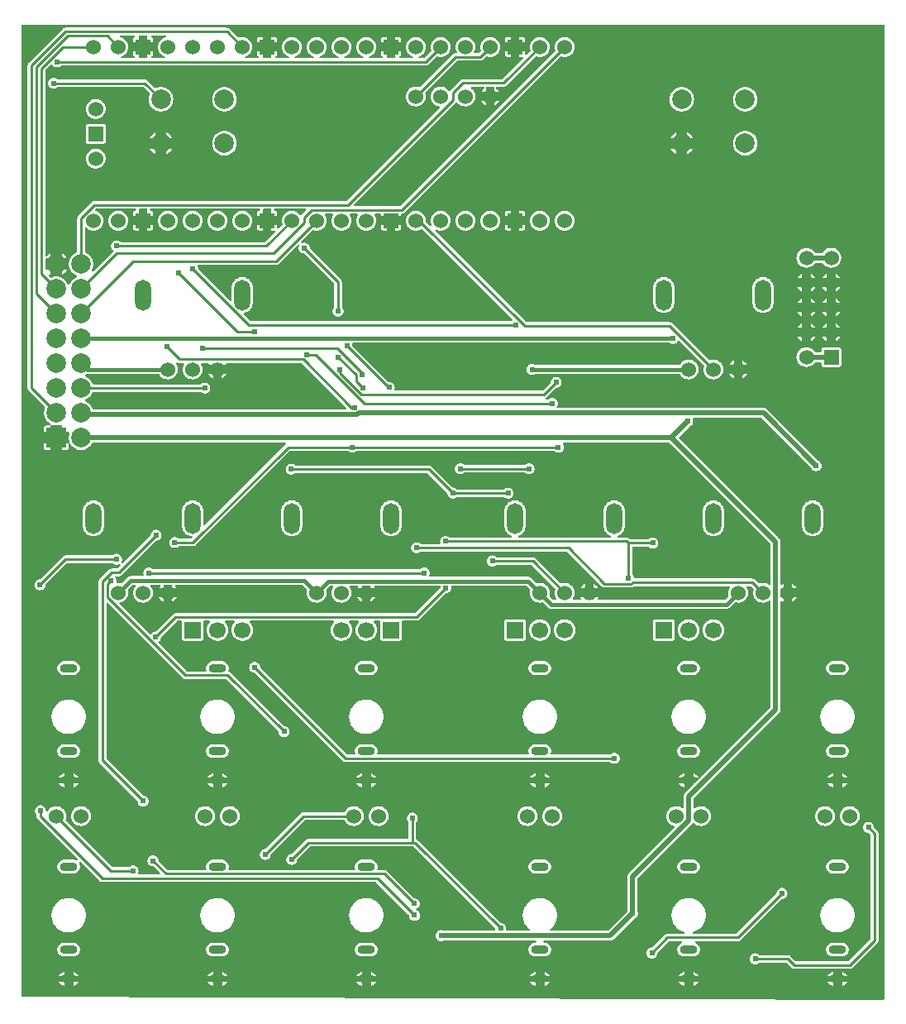
<source format=gbl>
G04 Layer: BottomLayer*
G04 EasyEDA v6.5.14, 2022-08-24 14:40:41*
G04 9da48f2711ed4ad3adc4a7d986b87d78,bf633cf64d8a430dba0ab8f24d4e683d,10*
G04 Gerber Generator version 0.2*
G04 Scale: 100 percent, Rotated: No, Reflected: No *
G04 Dimensions in millimeters *
G04 leading zeros omitted , absolute positions ,4 integer and 5 decimal *
%FSLAX45Y45*%
%MOMM*%

%ADD10C,0.2540*%
%ADD11C,0.3810*%
%ADD12C,0.5080*%
%ADD13O,1.7999964X0.8999982*%
%ADD14O,1.5999968X0.8999982*%
%ADD15C,1.5240*%
%ADD16O,1.651X3.175*%
%ADD17C,2.0000*%
%ADD18R,2.0000X2.0000*%
%ADD19R,1.7000X1.7000*%
%ADD20C,1.7000*%
%ADD21R,1.5240X1.5240*%
%ADD22C,0.6100*%
%ADD23C,0.6200*%
%ADD24C,0.6096*%
%ADD25C,0.0173*%

%LPD*%
G36*
X8853881Y-10006939D02*
G01*
X36017Y-9974224D01*
X32156Y-9973411D01*
X28854Y-9971227D01*
X26670Y-9967925D01*
X25908Y-9964064D01*
X25908Y-36068D01*
X26670Y-32156D01*
X28905Y-28905D01*
X32156Y-26670D01*
X36068Y-25908D01*
X8853932Y-25908D01*
X8857843Y-26670D01*
X8861094Y-28905D01*
X8863330Y-32156D01*
X8864092Y-36068D01*
X8864092Y-9996779D01*
X8863330Y-10000691D01*
X8861094Y-10003993D01*
X8857792Y-10006177D01*
G37*

%LPC*%
G36*
X461670Y-9863937D02*
G01*
X461670Y-9822840D01*
X408482Y-9822840D01*
X409854Y-9826193D01*
X415645Y-9835692D01*
X422859Y-9844125D01*
X431342Y-9851339D01*
X440842Y-9857181D01*
X451104Y-9861397D01*
G37*
G36*
X554329Y-9863937D02*
G01*
X564896Y-9861397D01*
X575157Y-9857181D01*
X584657Y-9851339D01*
X593140Y-9844125D01*
X600354Y-9835692D01*
X606145Y-9826193D01*
X607517Y-9822840D01*
X554329Y-9822840D01*
G37*
G36*
X3602329Y-9863937D02*
G01*
X3612896Y-9861397D01*
X3623157Y-9857181D01*
X3632657Y-9851339D01*
X3641140Y-9844125D01*
X3648354Y-9835692D01*
X3654145Y-9826193D01*
X3655517Y-9822840D01*
X3602329Y-9822840D01*
G37*
G36*
X5287670Y-9863937D02*
G01*
X5287670Y-9822840D01*
X5234482Y-9822840D01*
X5235854Y-9826193D01*
X5241645Y-9835692D01*
X5248859Y-9844125D01*
X5257342Y-9851339D01*
X5266842Y-9857181D01*
X5277104Y-9861397D01*
G37*
G36*
X3509670Y-9863937D02*
G01*
X3509670Y-9822840D01*
X3456482Y-9822840D01*
X3457854Y-9826193D01*
X3463645Y-9835692D01*
X3470859Y-9844125D01*
X3479342Y-9851339D01*
X3488842Y-9857181D01*
X3499104Y-9861397D01*
G37*
G36*
X5380329Y-9863937D02*
G01*
X5390896Y-9861397D01*
X5401157Y-9857181D01*
X5410657Y-9851339D01*
X5419140Y-9844125D01*
X5426354Y-9835692D01*
X5432145Y-9826193D01*
X5433517Y-9822840D01*
X5380329Y-9822840D01*
G37*
G36*
X8335670Y-9863937D02*
G01*
X8335670Y-9822840D01*
X8282482Y-9822840D01*
X8283854Y-9826193D01*
X8289645Y-9835692D01*
X8296859Y-9844125D01*
X8305342Y-9851339D01*
X8314842Y-9857181D01*
X8325103Y-9861397D01*
G37*
G36*
X2078329Y-9863937D02*
G01*
X2088896Y-9861397D01*
X2099157Y-9857181D01*
X2108657Y-9851339D01*
X2117140Y-9844125D01*
X2124354Y-9835692D01*
X2130145Y-9826193D01*
X2131517Y-9822840D01*
X2078329Y-9822840D01*
G37*
G36*
X6811670Y-9863937D02*
G01*
X6811670Y-9822840D01*
X6758482Y-9822840D01*
X6759854Y-9826193D01*
X6765645Y-9835692D01*
X6772859Y-9844125D01*
X6781342Y-9851339D01*
X6790842Y-9857181D01*
X6801103Y-9861397D01*
G37*
G36*
X8428329Y-9863937D02*
G01*
X8438896Y-9861397D01*
X8449157Y-9857181D01*
X8458657Y-9851339D01*
X8467140Y-9844125D01*
X8474354Y-9835692D01*
X8480145Y-9826193D01*
X8481517Y-9822840D01*
X8428329Y-9822840D01*
G37*
G36*
X1985670Y-9863937D02*
G01*
X1985670Y-9822840D01*
X1932482Y-9822840D01*
X1933854Y-9826193D01*
X1939645Y-9835692D01*
X1946859Y-9844125D01*
X1955342Y-9851339D01*
X1964842Y-9857181D01*
X1975104Y-9861397D01*
G37*
G36*
X6904329Y-9863937D02*
G01*
X6914896Y-9861397D01*
X6925157Y-9857181D01*
X6934657Y-9851339D01*
X6943140Y-9844125D01*
X6950354Y-9835692D01*
X6956145Y-9826193D01*
X6957517Y-9822840D01*
X6904329Y-9822840D01*
G37*
G36*
X408482Y-9765182D02*
G01*
X461670Y-9765182D01*
X461670Y-9724085D01*
X451104Y-9726625D01*
X440842Y-9730841D01*
X431342Y-9736683D01*
X422859Y-9743897D01*
X415645Y-9752330D01*
X409854Y-9761829D01*
G37*
G36*
X554329Y-9765182D02*
G01*
X607517Y-9765182D01*
X606145Y-9761829D01*
X600354Y-9752330D01*
X593140Y-9743897D01*
X584657Y-9736683D01*
X575157Y-9730841D01*
X564896Y-9726625D01*
X554329Y-9724085D01*
G37*
G36*
X3602329Y-9765182D02*
G01*
X3655517Y-9765182D01*
X3654145Y-9761829D01*
X3648354Y-9752330D01*
X3641140Y-9743897D01*
X3632657Y-9736683D01*
X3623157Y-9730841D01*
X3612896Y-9726625D01*
X3602329Y-9724085D01*
G37*
G36*
X5234482Y-9765182D02*
G01*
X5287670Y-9765182D01*
X5287670Y-9724085D01*
X5277104Y-9726625D01*
X5266842Y-9730841D01*
X5257342Y-9736683D01*
X5248859Y-9743897D01*
X5241645Y-9752330D01*
X5235854Y-9761829D01*
G37*
G36*
X3456482Y-9765182D02*
G01*
X3509670Y-9765182D01*
X3509670Y-9724085D01*
X3499104Y-9726625D01*
X3488842Y-9730841D01*
X3479342Y-9736683D01*
X3470859Y-9743897D01*
X3463645Y-9752330D01*
X3457854Y-9761829D01*
G37*
G36*
X5380329Y-9765182D02*
G01*
X5433517Y-9765182D01*
X5432145Y-9761829D01*
X5426354Y-9752330D01*
X5419140Y-9743897D01*
X5410657Y-9736683D01*
X5401157Y-9730841D01*
X5390896Y-9726625D01*
X5380329Y-9724085D01*
G37*
G36*
X1932482Y-9765182D02*
G01*
X1985670Y-9765182D01*
X1985670Y-9724085D01*
X1975104Y-9726625D01*
X1964842Y-9730841D01*
X1955342Y-9736683D01*
X1946859Y-9743897D01*
X1939645Y-9752330D01*
X1933854Y-9761829D01*
G37*
G36*
X2078329Y-9765182D02*
G01*
X2131517Y-9765182D01*
X2130145Y-9761829D01*
X2124354Y-9752330D01*
X2117140Y-9743897D01*
X2108657Y-9736683D01*
X2099157Y-9730841D01*
X2088896Y-9726625D01*
X2078329Y-9724085D01*
G37*
G36*
X6758482Y-9765182D02*
G01*
X6811670Y-9765182D01*
X6811670Y-9724085D01*
X6801103Y-9726625D01*
X6790842Y-9730841D01*
X6781342Y-9736683D01*
X6772859Y-9743897D01*
X6765645Y-9752330D01*
X6759854Y-9761829D01*
G37*
G36*
X8282482Y-9765182D02*
G01*
X8335670Y-9765182D01*
X8335670Y-9724085D01*
X8325103Y-9726625D01*
X8314842Y-9730841D01*
X8305342Y-9736683D01*
X8296859Y-9743897D01*
X8289645Y-9752330D01*
X8283854Y-9761829D01*
G37*
G36*
X8428329Y-9765182D02*
G01*
X8481517Y-9765182D01*
X8480145Y-9761829D01*
X8474354Y-9752330D01*
X8467140Y-9743897D01*
X8458657Y-9736683D01*
X8449157Y-9730841D01*
X8438896Y-9726625D01*
X8428329Y-9724085D01*
G37*
G36*
X6904329Y-9765182D02*
G01*
X6957517Y-9765182D01*
X6956145Y-9761829D01*
X6950354Y-9752330D01*
X6943140Y-9743897D01*
X6934657Y-9736683D01*
X6925157Y-9730841D01*
X6914896Y-9726625D01*
X6904329Y-9724085D01*
G37*
G36*
X7938008Y-9690608D02*
G01*
X8508492Y-9690608D01*
X8516518Y-9689795D01*
X8523732Y-9687610D01*
X8530437Y-9684054D01*
X8536635Y-9678924D01*
X8789924Y-9425635D01*
X8795054Y-9419437D01*
X8798610Y-9412732D01*
X8800795Y-9405518D01*
X8801608Y-9397492D01*
X8801608Y-8307171D01*
X8800795Y-8299145D01*
X8798610Y-8291931D01*
X8795054Y-8285225D01*
X8789924Y-8279028D01*
X8758631Y-8247684D01*
X8756599Y-8244789D01*
X8755684Y-8241385D01*
X8754973Y-8233359D01*
X8752433Y-8223910D01*
X8748318Y-8214969D01*
X8742680Y-8206943D01*
X8735720Y-8199983D01*
X8727694Y-8194344D01*
X8718753Y-8190230D01*
X8709304Y-8187690D01*
X8699500Y-8186826D01*
X8689695Y-8187690D01*
X8680246Y-8190230D01*
X8671306Y-8194344D01*
X8663279Y-8199983D01*
X8656320Y-8206943D01*
X8650681Y-8214969D01*
X8646566Y-8223910D01*
X8644026Y-8233359D01*
X8643162Y-8243163D01*
X8644026Y-8252968D01*
X8646566Y-8262416D01*
X8650681Y-8271357D01*
X8656320Y-8279384D01*
X8663279Y-8286343D01*
X8671306Y-8291982D01*
X8680246Y-8296097D01*
X8689695Y-8298637D01*
X8697722Y-8299348D01*
X8701125Y-8300262D01*
X8704021Y-8302294D01*
X8721394Y-8319668D01*
X8723630Y-8322970D01*
X8724392Y-8326881D01*
X8724392Y-9377781D01*
X8723630Y-9381693D01*
X8721394Y-9384995D01*
X8495995Y-9610394D01*
X8492693Y-9612630D01*
X8488781Y-9613392D01*
X7957718Y-9613392D01*
X7953806Y-9612630D01*
X7950504Y-9610394D01*
X7901635Y-9561576D01*
X7895437Y-9556445D01*
X7888731Y-9552889D01*
X7881518Y-9550704D01*
X7873492Y-9549892D01*
X7584998Y-9549892D01*
X7581087Y-9549130D01*
X7577785Y-9546894D01*
X7576210Y-9545320D01*
X7568184Y-9539681D01*
X7559243Y-9535566D01*
X7549794Y-9533026D01*
X7539990Y-9532162D01*
X7530185Y-9533026D01*
X7520736Y-9535566D01*
X7511796Y-9539681D01*
X7503769Y-9545320D01*
X7496809Y-9552279D01*
X7491171Y-9560306D01*
X7487056Y-9569246D01*
X7484516Y-9578695D01*
X7483652Y-9588500D01*
X7484516Y-9598304D01*
X7487056Y-9607753D01*
X7491171Y-9616694D01*
X7496809Y-9624720D01*
X7503769Y-9631680D01*
X7511796Y-9637318D01*
X7520736Y-9641433D01*
X7530185Y-9643973D01*
X7539990Y-9644837D01*
X7549794Y-9643973D01*
X7559243Y-9641433D01*
X7568184Y-9637318D01*
X7576210Y-9631680D01*
X7577785Y-9630105D01*
X7581087Y-9627870D01*
X7584998Y-9627108D01*
X7853781Y-9627108D01*
X7857693Y-9627870D01*
X7860995Y-9630105D01*
X7909864Y-9678924D01*
X7916062Y-9684054D01*
X7922768Y-9687610D01*
X7929981Y-9689795D01*
G37*
G36*
X6481470Y-9585452D02*
G01*
X6491274Y-9584588D01*
X6500774Y-9582048D01*
X6509664Y-9577882D01*
X6517690Y-9572244D01*
X6524650Y-9565284D01*
X6530289Y-9557258D01*
X6534454Y-9548368D01*
X6536994Y-9538868D01*
X6537706Y-9530791D01*
X6538620Y-9527387D01*
X6540601Y-9524492D01*
X6652768Y-9412376D01*
X6656070Y-9410141D01*
X6659981Y-9409379D01*
X6781546Y-9409379D01*
X6785457Y-9410141D01*
X6788708Y-9412376D01*
X6790944Y-9415627D01*
X6791706Y-9419539D01*
X6790944Y-9423450D01*
X6788708Y-9426702D01*
X6785457Y-9428937D01*
X6780834Y-9430816D01*
X6771335Y-9436658D01*
X6762902Y-9443872D01*
X6755638Y-9452305D01*
X6749846Y-9461804D01*
X6745579Y-9472066D01*
X6742988Y-9482886D01*
X6742125Y-9494012D01*
X6742988Y-9505086D01*
X6745579Y-9515906D01*
X6749846Y-9526168D01*
X6755638Y-9535668D01*
X6762902Y-9544100D01*
X6771335Y-9551314D01*
X6780834Y-9557156D01*
X6791096Y-9561372D01*
X6801916Y-9564014D01*
X6813397Y-9564878D01*
X6902602Y-9564878D01*
X6914083Y-9564014D01*
X6924903Y-9561372D01*
X6935165Y-9557156D01*
X6944664Y-9551314D01*
X6953097Y-9544100D01*
X6960362Y-9535668D01*
X6966153Y-9526168D01*
X6970420Y-9515906D01*
X6973011Y-9505086D01*
X6973874Y-9494012D01*
X6973011Y-9482886D01*
X6970420Y-9472066D01*
X6966153Y-9461804D01*
X6960362Y-9452305D01*
X6953097Y-9443872D01*
X6944664Y-9436658D01*
X6935165Y-9430816D01*
X6930542Y-9428937D01*
X6927291Y-9426702D01*
X6925056Y-9423450D01*
X6924294Y-9419539D01*
X6925056Y-9415627D01*
X6927291Y-9412376D01*
X6930542Y-9410141D01*
X6934453Y-9409379D01*
X7361123Y-9409379D01*
X7369149Y-9408566D01*
X7376363Y-9406382D01*
X7383018Y-9402826D01*
X7389266Y-9397695D01*
X7809128Y-8977833D01*
X7812024Y-8975852D01*
X7815427Y-8974937D01*
X7823453Y-8974226D01*
X7832953Y-8971686D01*
X7841843Y-8967520D01*
X7849920Y-8961882D01*
X7856880Y-8954922D01*
X7862468Y-8946896D01*
X7866634Y-8938006D01*
X7869174Y-8928506D01*
X7870037Y-8918702D01*
X7869174Y-8908897D01*
X7866634Y-8899398D01*
X7862468Y-8890508D01*
X7856880Y-8882481D01*
X7849920Y-8875522D01*
X7841843Y-8869883D01*
X7832953Y-8865717D01*
X7823453Y-8863177D01*
X7813700Y-8862314D01*
X7803896Y-8863177D01*
X7794396Y-8865717D01*
X7785506Y-8869883D01*
X7777429Y-8875522D01*
X7770469Y-8882481D01*
X7764881Y-8890508D01*
X7760716Y-8899398D01*
X7758175Y-8908897D01*
X7757464Y-8916974D01*
X7756550Y-8920378D01*
X7754518Y-8923274D01*
X7348575Y-9329166D01*
X7345273Y-9331401D01*
X7341412Y-9332163D01*
X6911340Y-9332163D01*
X6907326Y-9331350D01*
X6903923Y-9328962D01*
X6901789Y-9325457D01*
X6901230Y-9321393D01*
X6902297Y-9317380D01*
X6904888Y-9314180D01*
X6908495Y-9312249D01*
X6915810Y-9310116D01*
X6932574Y-9303308D01*
X6948525Y-9294774D01*
X6963562Y-9284665D01*
X6977481Y-9273082D01*
X6990130Y-9260128D01*
X7001357Y-9245904D01*
X7011060Y-9230614D01*
X7019188Y-9214459D01*
X7025538Y-9197492D01*
X7030161Y-9179966D01*
X7032955Y-9162084D01*
X7033869Y-9144000D01*
X7032955Y-9125915D01*
X7030161Y-9108033D01*
X7025538Y-9090507D01*
X7019188Y-9073540D01*
X7011060Y-9057386D01*
X7001357Y-9042095D01*
X6990130Y-9027871D01*
X6977481Y-9014917D01*
X6963562Y-9003334D01*
X6948525Y-8993225D01*
X6932574Y-8984691D01*
X6915810Y-8977884D01*
X6898386Y-8972804D01*
X6880606Y-8969552D01*
X6862521Y-8968181D01*
X6844436Y-8968638D01*
X6826453Y-8970975D01*
X6808825Y-8975090D01*
X6791756Y-8981084D01*
X6775348Y-8988755D01*
X6759803Y-8998051D01*
X6745325Y-9008922D01*
X6732016Y-9021216D01*
X6720078Y-9034830D01*
X6709562Y-9049613D01*
X6700672Y-9065361D01*
X6693408Y-9081973D01*
X6687921Y-9099194D01*
X6684213Y-9116923D01*
X6682333Y-9134957D01*
X6682333Y-9153042D01*
X6684213Y-9171076D01*
X6687921Y-9188805D01*
X6693408Y-9206026D01*
X6700672Y-9222638D01*
X6709562Y-9238386D01*
X6720078Y-9253169D01*
X6732016Y-9266783D01*
X6745325Y-9279077D01*
X6759803Y-9289948D01*
X6775348Y-9299244D01*
X6791756Y-9306915D01*
X6807453Y-9312402D01*
X6810959Y-9314484D01*
X6813346Y-9317736D01*
X6814261Y-9321647D01*
X6813600Y-9325660D01*
X6811416Y-9329064D01*
X6808114Y-9331350D01*
X6804152Y-9332163D01*
X6640271Y-9332163D01*
X6632244Y-9332976D01*
X6625031Y-9335160D01*
X6618325Y-9338716D01*
X6612128Y-9343847D01*
X6486042Y-9469932D01*
X6483146Y-9471914D01*
X6479743Y-9472828D01*
X6471666Y-9473539D01*
X6462166Y-9476079D01*
X6453276Y-9480245D01*
X6445250Y-9485884D01*
X6438290Y-9492843D01*
X6432651Y-9500870D01*
X6428486Y-9509760D01*
X6425946Y-9519259D01*
X6425082Y-9529064D01*
X6425946Y-9538868D01*
X6428486Y-9548368D01*
X6432651Y-9557258D01*
X6438290Y-9565284D01*
X6445250Y-9572244D01*
X6453276Y-9577882D01*
X6462166Y-9582048D01*
X6471666Y-9584588D01*
G37*
G36*
X8337397Y-9564878D02*
G01*
X8426602Y-9564878D01*
X8438083Y-9564014D01*
X8448903Y-9561372D01*
X8459165Y-9557156D01*
X8468664Y-9551314D01*
X8477097Y-9544100D01*
X8484362Y-9535668D01*
X8490153Y-9526168D01*
X8494420Y-9515906D01*
X8497011Y-9505086D01*
X8497874Y-9494012D01*
X8497011Y-9482886D01*
X8494420Y-9472066D01*
X8490153Y-9461804D01*
X8484362Y-9452305D01*
X8477097Y-9443872D01*
X8468664Y-9436658D01*
X8459165Y-9430816D01*
X8448903Y-9426600D01*
X8438083Y-9423958D01*
X8426602Y-9423095D01*
X8337397Y-9423095D01*
X8325916Y-9423958D01*
X8315096Y-9426600D01*
X8304834Y-9430816D01*
X8295335Y-9436658D01*
X8286902Y-9443872D01*
X8279638Y-9452305D01*
X8273846Y-9461804D01*
X8269579Y-9472066D01*
X8266988Y-9482886D01*
X8266125Y-9494012D01*
X8266988Y-9505086D01*
X8269579Y-9515906D01*
X8273846Y-9526168D01*
X8279638Y-9535668D01*
X8286902Y-9544100D01*
X8295335Y-9551314D01*
X8304834Y-9557156D01*
X8315096Y-9561372D01*
X8325916Y-9564014D01*
G37*
G36*
X3511397Y-9564878D02*
G01*
X3600602Y-9564878D01*
X3612083Y-9564014D01*
X3622903Y-9561372D01*
X3633165Y-9557156D01*
X3642664Y-9551314D01*
X3651097Y-9544100D01*
X3658362Y-9535668D01*
X3664153Y-9526168D01*
X3668420Y-9515906D01*
X3671011Y-9505086D01*
X3671874Y-9494012D01*
X3671011Y-9482886D01*
X3668420Y-9472066D01*
X3664153Y-9461804D01*
X3658362Y-9452305D01*
X3651097Y-9443872D01*
X3642664Y-9436658D01*
X3633165Y-9430816D01*
X3622903Y-9426600D01*
X3612083Y-9423958D01*
X3600602Y-9423095D01*
X3511397Y-9423095D01*
X3499916Y-9423958D01*
X3489096Y-9426600D01*
X3478834Y-9430816D01*
X3469335Y-9436658D01*
X3460902Y-9443872D01*
X3453637Y-9452305D01*
X3447846Y-9461804D01*
X3443579Y-9472066D01*
X3440988Y-9482886D01*
X3440125Y-9494012D01*
X3440988Y-9505086D01*
X3443579Y-9515906D01*
X3447846Y-9526168D01*
X3453637Y-9535668D01*
X3460902Y-9544100D01*
X3469335Y-9551314D01*
X3478834Y-9557156D01*
X3489096Y-9561372D01*
X3499916Y-9564014D01*
G37*
G36*
X1987397Y-9564878D02*
G01*
X2076602Y-9564878D01*
X2088083Y-9564014D01*
X2098903Y-9561372D01*
X2109165Y-9557156D01*
X2118664Y-9551314D01*
X2127097Y-9544100D01*
X2134362Y-9535668D01*
X2140153Y-9526168D01*
X2144420Y-9515906D01*
X2147011Y-9505086D01*
X2147874Y-9494012D01*
X2147011Y-9482886D01*
X2144420Y-9472066D01*
X2140153Y-9461804D01*
X2134362Y-9452305D01*
X2127097Y-9443872D01*
X2118664Y-9436658D01*
X2109165Y-9430816D01*
X2098903Y-9426600D01*
X2088083Y-9423958D01*
X2076602Y-9423095D01*
X1987397Y-9423095D01*
X1975916Y-9423958D01*
X1965096Y-9426600D01*
X1954834Y-9430816D01*
X1945335Y-9436658D01*
X1936902Y-9443872D01*
X1929638Y-9452305D01*
X1923846Y-9461804D01*
X1919579Y-9472066D01*
X1916988Y-9482886D01*
X1916125Y-9494012D01*
X1916988Y-9505086D01*
X1919579Y-9515906D01*
X1923846Y-9526168D01*
X1929638Y-9535668D01*
X1936902Y-9544100D01*
X1945335Y-9551314D01*
X1954834Y-9557156D01*
X1965096Y-9561372D01*
X1975916Y-9564014D01*
G37*
G36*
X463397Y-9564878D02*
G01*
X552602Y-9564878D01*
X564083Y-9564014D01*
X574903Y-9561372D01*
X585165Y-9557156D01*
X594664Y-9551314D01*
X603097Y-9544100D01*
X610362Y-9535668D01*
X616153Y-9526168D01*
X620420Y-9515906D01*
X623011Y-9505086D01*
X623874Y-9494012D01*
X623011Y-9482886D01*
X620420Y-9472066D01*
X616153Y-9461804D01*
X610362Y-9452305D01*
X603097Y-9443872D01*
X594664Y-9436658D01*
X585165Y-9430816D01*
X574903Y-9426600D01*
X564083Y-9423958D01*
X552602Y-9423095D01*
X463397Y-9423095D01*
X451916Y-9423958D01*
X441096Y-9426600D01*
X430834Y-9430816D01*
X421335Y-9436658D01*
X412902Y-9443872D01*
X405638Y-9452305D01*
X399846Y-9461804D01*
X395579Y-9472066D01*
X392988Y-9482886D01*
X392125Y-9494012D01*
X392988Y-9505086D01*
X395579Y-9515906D01*
X399846Y-9526168D01*
X405638Y-9535668D01*
X412902Y-9544100D01*
X421335Y-9551314D01*
X430834Y-9557156D01*
X441096Y-9561372D01*
X451916Y-9564014D01*
G37*
G36*
X5289397Y-9564878D02*
G01*
X5378602Y-9564878D01*
X5390083Y-9564014D01*
X5400903Y-9561372D01*
X5411165Y-9557156D01*
X5420664Y-9551314D01*
X5429097Y-9544100D01*
X5436362Y-9535668D01*
X5442153Y-9526168D01*
X5446420Y-9515906D01*
X5449011Y-9505086D01*
X5449874Y-9494012D01*
X5449011Y-9482886D01*
X5446420Y-9472066D01*
X5442153Y-9461804D01*
X5436362Y-9452305D01*
X5429097Y-9443872D01*
X5420664Y-9436658D01*
X5411165Y-9430816D01*
X5400903Y-9426600D01*
X5390083Y-9423958D01*
X5380329Y-9423196D01*
X5376113Y-9421926D01*
X5372862Y-9418980D01*
X5371134Y-9414916D01*
X5371338Y-9410496D01*
X5373370Y-9406585D01*
X5376824Y-9403892D01*
X5381142Y-9402927D01*
X6056680Y-9402927D01*
X6061354Y-9402724D01*
X6065774Y-9402114D01*
X6070142Y-9401149D01*
X6074410Y-9399828D01*
X6078575Y-9398101D01*
X6082538Y-9396069D01*
X6086297Y-9393631D01*
X6089853Y-9390938D01*
X6093307Y-9387738D01*
X6302349Y-9178696D01*
X6305245Y-9176664D01*
X6311950Y-9173565D01*
X6319977Y-9167926D01*
X6326936Y-9160967D01*
X6332575Y-9152940D01*
X6336741Y-9144050D01*
X6339281Y-9134551D01*
X6340144Y-9124746D01*
X6339281Y-9114942D01*
X6336741Y-9105442D01*
X6336030Y-9103969D01*
X6335064Y-9099651D01*
X6335064Y-8773160D01*
X6335826Y-8769248D01*
X6338062Y-8765946D01*
X6894118Y-8209889D01*
X6897319Y-8206435D01*
X6899859Y-8203082D01*
X6903059Y-8200339D01*
X6907174Y-8199120D01*
X6911390Y-8199729D01*
X6914946Y-8201964D01*
X6919112Y-8205978D01*
X6930085Y-8214055D01*
X6942023Y-8220608D01*
X6954774Y-8225485D01*
X6968032Y-8228685D01*
X6981596Y-8230006D01*
X6995210Y-8229549D01*
X7008672Y-8227314D01*
X7021677Y-8223250D01*
X7034072Y-8217509D01*
X7045553Y-8210194D01*
X7055967Y-8201406D01*
X7065111Y-8191246D01*
X7072833Y-8180019D01*
X7078980Y-8167878D01*
X7083450Y-8154974D01*
X7086193Y-8141614D01*
X7087108Y-8128000D01*
X7086193Y-8114385D01*
X7083450Y-8101025D01*
X7078980Y-8088122D01*
X7072833Y-8075980D01*
X7065111Y-8064753D01*
X7055967Y-8054594D01*
X7045553Y-8045805D01*
X7034072Y-8038490D01*
X7021677Y-8032750D01*
X7008672Y-8028686D01*
X6995210Y-8026450D01*
X6981596Y-8025993D01*
X6968032Y-8027314D01*
X6954774Y-8030514D01*
X6942023Y-8035391D01*
X6930085Y-8041944D01*
X6925513Y-8045348D01*
X6921449Y-8047126D01*
X6916978Y-8046974D01*
X6913016Y-8044992D01*
X6910273Y-8041487D01*
X6909308Y-8037169D01*
X6909308Y-7951012D01*
X6910070Y-7947152D01*
X6912305Y-7943850D01*
X7783118Y-7072985D01*
X7786319Y-7069531D01*
X7789011Y-7065975D01*
X7791450Y-7062216D01*
X7793481Y-7058253D01*
X7795209Y-7054088D01*
X7796530Y-7049820D01*
X7797495Y-7045452D01*
X7798104Y-7041032D01*
X7798308Y-7036358D01*
X7798308Y-5932830D01*
X7799273Y-5928512D01*
X7802016Y-5925007D01*
X7805978Y-5923026D01*
X7810449Y-5922873D01*
X7814513Y-5924651D01*
X7819085Y-5928055D01*
X7829550Y-5933795D01*
X7829550Y-5886450D01*
X7808468Y-5886450D01*
X7804556Y-5885688D01*
X7801305Y-5883452D01*
X7799070Y-5880201D01*
X7798308Y-5876290D01*
X7798308Y-5807710D01*
X7799070Y-5803798D01*
X7801305Y-5800547D01*
X7804556Y-5798312D01*
X7808468Y-5797550D01*
X7829550Y-5797550D01*
X7829550Y-5750204D01*
X7819085Y-5755944D01*
X7814513Y-5759348D01*
X7810449Y-5761126D01*
X7805978Y-5760974D01*
X7802016Y-5758992D01*
X7799273Y-5755487D01*
X7798308Y-5751169D01*
X7798308Y-5321147D01*
X7798104Y-5316423D01*
X7797495Y-5312003D01*
X7796530Y-5307634D01*
X7795209Y-5303367D01*
X7793481Y-5299252D01*
X7791450Y-5295290D01*
X7789011Y-5291480D01*
X7786319Y-5287924D01*
X7783118Y-5284470D01*
X6760311Y-4261662D01*
X6758127Y-4258411D01*
X6757365Y-4254500D01*
X6758127Y-4250588D01*
X6760311Y-4247337D01*
X6866331Y-4141317D01*
X6869226Y-4139285D01*
X6875932Y-4136136D01*
X6883958Y-4130548D01*
X6890918Y-4123588D01*
X6896557Y-4115511D01*
X6900722Y-4106621D01*
X6903262Y-4097121D01*
X6904126Y-4087368D01*
X6903262Y-4077563D01*
X6900722Y-4068064D01*
X6899859Y-4066286D01*
X6898944Y-4062323D01*
X6899605Y-4058310D01*
X6901789Y-4054906D01*
X6905091Y-4052620D01*
X6909053Y-4051808D01*
X7599019Y-4051808D01*
X7602880Y-4052570D01*
X7606182Y-4054805D01*
X8110575Y-4559198D01*
X8112607Y-4562043D01*
X8115757Y-4568748D01*
X8121345Y-4576826D01*
X8128304Y-4583785D01*
X8136381Y-4589373D01*
X8145272Y-4593539D01*
X8154771Y-4596079D01*
X8164575Y-4596942D01*
X8174329Y-4596079D01*
X8183829Y-4593539D01*
X8192719Y-4589373D01*
X8200796Y-4583785D01*
X8207756Y-4576826D01*
X8213344Y-4568748D01*
X8217509Y-4559858D01*
X8220049Y-4550359D01*
X8220913Y-4540605D01*
X8220049Y-4530801D01*
X8217509Y-4521301D01*
X8213344Y-4512411D01*
X8207756Y-4504334D01*
X8200796Y-4497374D01*
X8192719Y-4491786D01*
X8186013Y-4488637D01*
X8183168Y-4486605D01*
X7660894Y-3964381D01*
X7657439Y-3961180D01*
X7653883Y-3958488D01*
X7650124Y-3956050D01*
X7646162Y-3954018D01*
X7641996Y-3952290D01*
X7637729Y-3950970D01*
X7633360Y-3950004D01*
X7628940Y-3949395D01*
X7624267Y-3949192D01*
X5516067Y-3949192D01*
X5511749Y-3948226D01*
X5508294Y-3945585D01*
X5506262Y-3941673D01*
X5506059Y-3937254D01*
X5507736Y-3933190D01*
X5509514Y-3930650D01*
X5513679Y-3921760D01*
X5516219Y-3912260D01*
X5517083Y-3902506D01*
X5516219Y-3892702D01*
X5513679Y-3883202D01*
X5509514Y-3874312D01*
X5503875Y-3866235D01*
X5496915Y-3859276D01*
X5488889Y-3853687D01*
X5479999Y-3849522D01*
X5470499Y-3846982D01*
X5460695Y-3846118D01*
X5450890Y-3846982D01*
X5441391Y-3849522D01*
X5432501Y-3853687D01*
X5424474Y-3859276D01*
X5422849Y-3860901D01*
X5419547Y-3863086D01*
X5415686Y-3863898D01*
X5402580Y-3863898D01*
X5398211Y-3862882D01*
X5394706Y-3860139D01*
X5392724Y-3856177D01*
X5392623Y-3851706D01*
X5394401Y-3847642D01*
X5404002Y-3839616D01*
X5496814Y-3746804D01*
X5499709Y-3744823D01*
X5503113Y-3743909D01*
X5511190Y-3743198D01*
X5520690Y-3740658D01*
X5529580Y-3736492D01*
X5537606Y-3730853D01*
X5544566Y-3723894D01*
X5550204Y-3715867D01*
X5554370Y-3706977D01*
X5556910Y-3697478D01*
X5557774Y-3687673D01*
X5556910Y-3677869D01*
X5554370Y-3668369D01*
X5550204Y-3659479D01*
X5544566Y-3651453D01*
X5537606Y-3644493D01*
X5529580Y-3638854D01*
X5520690Y-3634689D01*
X5511190Y-3632149D01*
X5501386Y-3631285D01*
X5491581Y-3632149D01*
X5482082Y-3634689D01*
X5473192Y-3638854D01*
X5465165Y-3644493D01*
X5458206Y-3651453D01*
X5452567Y-3659479D01*
X5448401Y-3668369D01*
X5445861Y-3677869D01*
X5445150Y-3685946D01*
X5444236Y-3689350D01*
X5442254Y-3692245D01*
X5363362Y-3771087D01*
X5360060Y-3773322D01*
X5356148Y-3774084D01*
X3854348Y-3774084D01*
X3850690Y-3773424D01*
X3847541Y-3771442D01*
X3845255Y-3768496D01*
X3844239Y-3764940D01*
X3844544Y-3761232D01*
X3847439Y-3750614D01*
X3848303Y-3740861D01*
X3847439Y-3731056D01*
X3844899Y-3721557D01*
X3840734Y-3712667D01*
X3835146Y-3704590D01*
X3828186Y-3697630D01*
X3820109Y-3692042D01*
X3811219Y-3687876D01*
X3801719Y-3685336D01*
X3791915Y-3684473D01*
X3786581Y-3684930D01*
X3782212Y-3684371D01*
X3778504Y-3681984D01*
X3417773Y-3321304D01*
X3415792Y-3318408D01*
X3414877Y-3315004D01*
X3414166Y-3306978D01*
X3411220Y-3296310D01*
X3410915Y-3292601D01*
X3411982Y-3289046D01*
X3414217Y-3286099D01*
X3417366Y-3284118D01*
X3421024Y-3283458D01*
X6662267Y-3283458D01*
X6665315Y-3283915D01*
X6668109Y-3285286D01*
X6671005Y-3287318D01*
X6679895Y-3291484D01*
X6689394Y-3294024D01*
X6699199Y-3294887D01*
X6708952Y-3294024D01*
X6718452Y-3291484D01*
X6727342Y-3287318D01*
X6735419Y-3281679D01*
X6742379Y-3274720D01*
X6750507Y-3262985D01*
X6753809Y-3260953D01*
X6757619Y-3260242D01*
X6761429Y-3261055D01*
X6764629Y-3263239D01*
X7013194Y-3511804D01*
X7015225Y-3514699D01*
X7016140Y-3518154D01*
X7015835Y-3521710D01*
X7011974Y-3535679D01*
X7010146Y-3549192D01*
X7010146Y-3562807D01*
X7011974Y-3576320D01*
X7015581Y-3589477D01*
X7020864Y-3602024D01*
X7027824Y-3613759D01*
X7036308Y-3624478D01*
X7046112Y-3633978D01*
X7057085Y-3642055D01*
X7069023Y-3648608D01*
X7081774Y-3653485D01*
X7095032Y-3656685D01*
X7108596Y-3658006D01*
X7122210Y-3657549D01*
X7135672Y-3655314D01*
X7148677Y-3651250D01*
X7161072Y-3645509D01*
X7172553Y-3638194D01*
X7182967Y-3629406D01*
X7192111Y-3619246D01*
X7199833Y-3608019D01*
X7205980Y-3595878D01*
X7210450Y-3582974D01*
X7213193Y-3569614D01*
X7214108Y-3556000D01*
X7213193Y-3542385D01*
X7210450Y-3529025D01*
X7205980Y-3516122D01*
X7199833Y-3503980D01*
X7192111Y-3492754D01*
X7182967Y-3482594D01*
X7172553Y-3473805D01*
X7161072Y-3466490D01*
X7148677Y-3460750D01*
X7135672Y-3456686D01*
X7122210Y-3454450D01*
X7108596Y-3453993D01*
X7095032Y-3455314D01*
X7081774Y-3458514D01*
X7078776Y-3459632D01*
X7074966Y-3460343D01*
X7071156Y-3459530D01*
X7067956Y-3457346D01*
X6694728Y-3084169D01*
X6688531Y-3079038D01*
X6681825Y-3075482D01*
X6674612Y-3073298D01*
X6666585Y-3072485D01*
X5199380Y-3072485D01*
X5195519Y-3071723D01*
X5192217Y-3069488D01*
X4263440Y-2140762D01*
X4261205Y-2137359D01*
X4260494Y-2133346D01*
X4261358Y-2129383D01*
X4263745Y-2126081D01*
X4267250Y-2123998D01*
X4271264Y-2123440D01*
X4275226Y-2124506D01*
X4278122Y-2125980D01*
X4291025Y-2130450D01*
X4304385Y-2133193D01*
X4318000Y-2134108D01*
X4331614Y-2133193D01*
X4344974Y-2130450D01*
X4357878Y-2125980D01*
X4370019Y-2119833D01*
X4381246Y-2112111D01*
X4391406Y-2102967D01*
X4400194Y-2092553D01*
X4407509Y-2081072D01*
X4413250Y-2068677D01*
X4417314Y-2055672D01*
X4419549Y-2042210D01*
X4420006Y-2028596D01*
X4418685Y-2015032D01*
X4415485Y-2001774D01*
X4410608Y-1989023D01*
X4404055Y-1977085D01*
X4395978Y-1966112D01*
X4386478Y-1956307D01*
X4375759Y-1947824D01*
X4364024Y-1940864D01*
X4351477Y-1935581D01*
X4338320Y-1931974D01*
X4324807Y-1930146D01*
X4311192Y-1930146D01*
X4297680Y-1931974D01*
X4284522Y-1935581D01*
X4271975Y-1940864D01*
X4260240Y-1947824D01*
X4249521Y-1956307D01*
X4240022Y-1966112D01*
X4231944Y-1977085D01*
X4225391Y-1989023D01*
X4220514Y-2001774D01*
X4217314Y-2015032D01*
X4215993Y-2028596D01*
X4216450Y-2042210D01*
X4218686Y-2055672D01*
X4222750Y-2068677D01*
X4225747Y-2075180D01*
X4226712Y-2079142D01*
X4226052Y-2083104D01*
X4223918Y-2086508D01*
X4220616Y-2088794D01*
X4216654Y-2089657D01*
X4212691Y-2088896D01*
X4209338Y-2086660D01*
X4168648Y-2045970D01*
X4166412Y-2042515D01*
X4165701Y-2038451D01*
X4166006Y-2028596D01*
X4164685Y-2015032D01*
X4161485Y-2001774D01*
X4156608Y-1989023D01*
X4150055Y-1977085D01*
X4141978Y-1966112D01*
X4132478Y-1956307D01*
X4121759Y-1947824D01*
X4110024Y-1940864D01*
X4097477Y-1935581D01*
X4084320Y-1931974D01*
X4070807Y-1930146D01*
X4057192Y-1930146D01*
X4043679Y-1931974D01*
X4030522Y-1935581D01*
X4017975Y-1940864D01*
X4006240Y-1947824D01*
X3995521Y-1956307D01*
X3986022Y-1966112D01*
X3977944Y-1977085D01*
X3971391Y-1989023D01*
X3966514Y-2001774D01*
X3963314Y-2015032D01*
X3961993Y-2028596D01*
X3962450Y-2042210D01*
X3964686Y-2055672D01*
X3968750Y-2068677D01*
X3974490Y-2081072D01*
X3981805Y-2092553D01*
X3990594Y-2102967D01*
X4000754Y-2112111D01*
X4011980Y-2119833D01*
X4024122Y-2125980D01*
X4037025Y-2130450D01*
X4050385Y-2133193D01*
X4064000Y-2134108D01*
X4077614Y-2133193D01*
X4090974Y-2130450D01*
X4103878Y-2125980D01*
X4116019Y-2119833D01*
X4119321Y-2117547D01*
X4122521Y-2116124D01*
X4126026Y-2115820D01*
X4129379Y-2116734D01*
X4132275Y-2118766D01*
X5052263Y-3038754D01*
X5054600Y-3042462D01*
X5055209Y-3046831D01*
X5053888Y-3051048D01*
X5050891Y-3054248D01*
X5046675Y-3057702D01*
X5043373Y-3059887D01*
X5039512Y-3060700D01*
X2373172Y-3060700D01*
X2369312Y-3059887D01*
X2366010Y-3057702D01*
X2301798Y-2993491D01*
X2299462Y-2989834D01*
X2298852Y-2985516D01*
X2300122Y-2981350D01*
X2303018Y-2978099D01*
X2306980Y-2976372D01*
X2314041Y-2974949D01*
X2327503Y-2970377D01*
X2340203Y-2964129D01*
X2351989Y-2956204D01*
X2362657Y-2946857D01*
X2372004Y-2936189D01*
X2379929Y-2924403D01*
X2386177Y-2911703D01*
X2390749Y-2898241D01*
X2393492Y-2884373D01*
X2394458Y-2869844D01*
X2394458Y-2718155D01*
X2393492Y-2703626D01*
X2390749Y-2689758D01*
X2386177Y-2676296D01*
X2379929Y-2663596D01*
X2372004Y-2651810D01*
X2362657Y-2641142D01*
X2351989Y-2631795D01*
X2340203Y-2623870D01*
X2327503Y-2617622D01*
X2314041Y-2613050D01*
X2300173Y-2610307D01*
X2286000Y-2609342D01*
X2271826Y-2610307D01*
X2257958Y-2613050D01*
X2244496Y-2617622D01*
X2231796Y-2623870D01*
X2220010Y-2631795D01*
X2209342Y-2641142D01*
X2199995Y-2651810D01*
X2192070Y-2663596D01*
X2185822Y-2676296D01*
X2181250Y-2689758D01*
X2178507Y-2703626D01*
X2177542Y-2718155D01*
X2177542Y-2844698D01*
X2176780Y-2848610D01*
X2174544Y-2851912D01*
X2171293Y-2854096D01*
X2167382Y-2854858D01*
X2163470Y-2854096D01*
X2160219Y-2851912D01*
X1837131Y-2528874D01*
X1835150Y-2525979D01*
X1834235Y-2522575D01*
X1833524Y-2514498D01*
X1830984Y-2504998D01*
X1829866Y-2502662D01*
X1828901Y-2498699D01*
X1829562Y-2494686D01*
X1831746Y-2491282D01*
X1835099Y-2488996D01*
X1839061Y-2488184D01*
X2629916Y-2488184D01*
X2637942Y-2487371D01*
X2645156Y-2485186D01*
X2651861Y-2481630D01*
X2658059Y-2476500D01*
X2851099Y-2283510D01*
X2854807Y-2281123D01*
X2859176Y-2280564D01*
X2863392Y-2281885D01*
X2866593Y-2284831D01*
X2868320Y-2288895D01*
X2868117Y-2293315D01*
X2865475Y-2303068D01*
X2864612Y-2312873D01*
X2865475Y-2322677D01*
X2868015Y-2332177D01*
X2872181Y-2341067D01*
X2877820Y-2349093D01*
X2884779Y-2356053D01*
X2892806Y-2361692D01*
X2901696Y-2365857D01*
X2911195Y-2368397D01*
X2919272Y-2369108D01*
X2922676Y-2370023D01*
X2925572Y-2372004D01*
X3226155Y-2672638D01*
X3228390Y-2675940D01*
X3229152Y-2679852D01*
X3229152Y-2913634D01*
X3228390Y-2917545D01*
X3226155Y-2920847D01*
X3224580Y-2922422D01*
X3218942Y-2930499D01*
X3214776Y-2939389D01*
X3212236Y-2948889D01*
X3211372Y-2958693D01*
X3212236Y-2968447D01*
X3214776Y-2977946D01*
X3218942Y-2986836D01*
X3224580Y-2994914D01*
X3231540Y-3001873D01*
X3239566Y-3007461D01*
X3248456Y-3011627D01*
X3257956Y-3014167D01*
X3267760Y-3015030D01*
X3277565Y-3014167D01*
X3287064Y-3011627D01*
X3295954Y-3007461D01*
X3303981Y-3001873D01*
X3310940Y-2994914D01*
X3316579Y-2986836D01*
X3320745Y-2977946D01*
X3323285Y-2968447D01*
X3324148Y-2958693D01*
X3323285Y-2948889D01*
X3320745Y-2939389D01*
X3316579Y-2930499D01*
X3310940Y-2922422D01*
X3309365Y-2920847D01*
X3307130Y-2917545D01*
X3306368Y-2913634D01*
X3306368Y-2660142D01*
X3305556Y-2652115D01*
X3303371Y-2644902D01*
X3299815Y-2638196D01*
X3294684Y-2631998D01*
X2980131Y-2317445D01*
X2978150Y-2314549D01*
X2977235Y-2311146D01*
X2976524Y-2303068D01*
X2973984Y-2293569D01*
X2969818Y-2284679D01*
X2964180Y-2276652D01*
X2957220Y-2269693D01*
X2949194Y-2264054D01*
X2940304Y-2259888D01*
X2930804Y-2257348D01*
X2921000Y-2256485D01*
X2911195Y-2257348D01*
X2901442Y-2259990D01*
X2897022Y-2260193D01*
X2892958Y-2258466D01*
X2890012Y-2255266D01*
X2888691Y-2251049D01*
X2889250Y-2246680D01*
X2891637Y-2242972D01*
X3004007Y-2130602D01*
X3007106Y-2128469D01*
X3010763Y-2127656D01*
X3014522Y-2128215D01*
X3021025Y-2130450D01*
X3034385Y-2133193D01*
X3048000Y-2134108D01*
X3061614Y-2133193D01*
X3074974Y-2130450D01*
X3087878Y-2125980D01*
X3100019Y-2119833D01*
X3111246Y-2112111D01*
X3121406Y-2102967D01*
X3130194Y-2092553D01*
X3137509Y-2081072D01*
X3143250Y-2068677D01*
X3147314Y-2055672D01*
X3149549Y-2042210D01*
X3150006Y-2028596D01*
X3148685Y-2015032D01*
X3145485Y-2001774D01*
X3140608Y-1989023D01*
X3134055Y-1977136D01*
X3132836Y-1973122D01*
X3133344Y-1968957D01*
X3135477Y-1965350D01*
X3138881Y-1962912D01*
X3142996Y-1962099D01*
X3207004Y-1962099D01*
X3211118Y-1962912D01*
X3214522Y-1965350D01*
X3216656Y-1968957D01*
X3217164Y-1973122D01*
X3215944Y-1977136D01*
X3209391Y-1989023D01*
X3204514Y-2001774D01*
X3201314Y-2015032D01*
X3199993Y-2028596D01*
X3200450Y-2042210D01*
X3202686Y-2055672D01*
X3206750Y-2068677D01*
X3212490Y-2081072D01*
X3219805Y-2092553D01*
X3228594Y-2102967D01*
X3238754Y-2112111D01*
X3249980Y-2119833D01*
X3262122Y-2125980D01*
X3275025Y-2130450D01*
X3288385Y-2133193D01*
X3302000Y-2134108D01*
X3315614Y-2133193D01*
X3328974Y-2130450D01*
X3341878Y-2125980D01*
X3354019Y-2119833D01*
X3365246Y-2112111D01*
X3375406Y-2102967D01*
X3384194Y-2092553D01*
X3391509Y-2081072D01*
X3397250Y-2068677D01*
X3401314Y-2055672D01*
X3403549Y-2042210D01*
X3404006Y-2028596D01*
X3402685Y-2015032D01*
X3399485Y-2001774D01*
X3394608Y-1989023D01*
X3388055Y-1977136D01*
X3386836Y-1973122D01*
X3387344Y-1968957D01*
X3389477Y-1965350D01*
X3392881Y-1962912D01*
X3396996Y-1962099D01*
X3461004Y-1962099D01*
X3465118Y-1962912D01*
X3468522Y-1965350D01*
X3470656Y-1968957D01*
X3471164Y-1973122D01*
X3469944Y-1977136D01*
X3463391Y-1989023D01*
X3458514Y-2001774D01*
X3455314Y-2015032D01*
X3453993Y-2028596D01*
X3454450Y-2042210D01*
X3456686Y-2055672D01*
X3460750Y-2068677D01*
X3466490Y-2081072D01*
X3473805Y-2092553D01*
X3482594Y-2102967D01*
X3492754Y-2112111D01*
X3503980Y-2119833D01*
X3516122Y-2125980D01*
X3529025Y-2130450D01*
X3542385Y-2133193D01*
X3556000Y-2134108D01*
X3569614Y-2133193D01*
X3582974Y-2130450D01*
X3595878Y-2125980D01*
X3608019Y-2119833D01*
X3619246Y-2112111D01*
X3629406Y-2102967D01*
X3638194Y-2092553D01*
X3645509Y-2081072D01*
X3651250Y-2068677D01*
X3655314Y-2055672D01*
X3657549Y-2042210D01*
X3658006Y-2028596D01*
X3656685Y-2015032D01*
X3653485Y-2001774D01*
X3648608Y-1989023D01*
X3642055Y-1977136D01*
X3640836Y-1973122D01*
X3641344Y-1968957D01*
X3643477Y-1965350D01*
X3646881Y-1962912D01*
X3650996Y-1962099D01*
X3697732Y-1962099D01*
X3701643Y-1962861D01*
X3704894Y-1965045D01*
X3707129Y-1968347D01*
X3707892Y-1972259D01*
X3707892Y-1987550D01*
X3765550Y-1987550D01*
X3765550Y-1972259D01*
X3766312Y-1968347D01*
X3768547Y-1965045D01*
X3771798Y-1962861D01*
X3775710Y-1962099D01*
X3844290Y-1962099D01*
X3848201Y-1962861D01*
X3851452Y-1965045D01*
X3853687Y-1968347D01*
X3854450Y-1972259D01*
X3854450Y-1987550D01*
X3912108Y-1987550D01*
X3912108Y-1971852D01*
X3912768Y-1968195D01*
X3914749Y-1965045D01*
X3917696Y-1962810D01*
X3921251Y-1961743D01*
X3926078Y-1961286D01*
X3933291Y-1959102D01*
X3939946Y-1955546D01*
X3946194Y-1950415D01*
X5544007Y-352602D01*
X5547106Y-350469D01*
X5550763Y-349656D01*
X5554522Y-350215D01*
X5561025Y-352450D01*
X5574385Y-355193D01*
X5588000Y-356108D01*
X5601614Y-355193D01*
X5614974Y-352450D01*
X5627878Y-347980D01*
X5640019Y-341833D01*
X5651246Y-334111D01*
X5661406Y-324967D01*
X5670194Y-314553D01*
X5677509Y-303072D01*
X5683250Y-290677D01*
X5687314Y-277672D01*
X5689549Y-264210D01*
X5690006Y-250596D01*
X5688685Y-237032D01*
X5685485Y-223774D01*
X5680608Y-211023D01*
X5674055Y-199085D01*
X5665978Y-188112D01*
X5656478Y-178308D01*
X5645759Y-169824D01*
X5634024Y-162864D01*
X5621477Y-157581D01*
X5608320Y-153974D01*
X5594807Y-152146D01*
X5581192Y-152146D01*
X5567680Y-153974D01*
X5554522Y-157581D01*
X5541975Y-162864D01*
X5530240Y-169824D01*
X5519521Y-178308D01*
X5510022Y-188112D01*
X5501944Y-199085D01*
X5495391Y-211023D01*
X5490514Y-223774D01*
X5487314Y-237032D01*
X5485993Y-250596D01*
X5486450Y-264210D01*
X5488686Y-277672D01*
X5491835Y-287883D01*
X5492292Y-291490D01*
X5491429Y-295046D01*
X5489346Y-298043D01*
X3905504Y-1881886D01*
X3902201Y-1884070D01*
X3898341Y-1884883D01*
X3434842Y-1884883D01*
X3430981Y-1884070D01*
X3427679Y-1881886D01*
X3425444Y-1878584D01*
X3424682Y-1874723D01*
X3425444Y-1870811D01*
X3427679Y-1867509D01*
X4471924Y-823214D01*
X4473448Y-821436D01*
X4477004Y-818641D01*
X4481372Y-817727D01*
X4485741Y-818743D01*
X4489246Y-821588D01*
X4496308Y-830478D01*
X4506112Y-839978D01*
X4517085Y-848055D01*
X4529023Y-854608D01*
X4541774Y-859485D01*
X4555032Y-862685D01*
X4568596Y-864006D01*
X4582210Y-863549D01*
X4595672Y-861314D01*
X4608677Y-857250D01*
X4621072Y-851509D01*
X4632553Y-844194D01*
X4642967Y-835406D01*
X4652111Y-825246D01*
X4659833Y-814019D01*
X4665980Y-801878D01*
X4670450Y-788974D01*
X4673193Y-775614D01*
X4674108Y-762000D01*
X4673193Y-748385D01*
X4670450Y-735025D01*
X4665980Y-722122D01*
X4659833Y-709980D01*
X4652111Y-698754D01*
X4642967Y-688594D01*
X4632147Y-679500D01*
X4629658Y-676249D01*
X4628591Y-672287D01*
X4629200Y-668223D01*
X4631334Y-664768D01*
X4634687Y-662381D01*
X4638751Y-661568D01*
X4759655Y-661568D01*
X4763820Y-662432D01*
X4767224Y-664921D01*
X4769307Y-668578D01*
X4769764Y-672744D01*
X4768494Y-676757D01*
X4765700Y-679907D01*
X4760112Y-684022D01*
X4750308Y-693521D01*
X4741824Y-704240D01*
X4734864Y-715975D01*
X4734204Y-717550D01*
X4781550Y-717550D01*
X4781550Y-671728D01*
X4782312Y-667816D01*
X4784547Y-664565D01*
X4787798Y-662330D01*
X4791710Y-661568D01*
X4860290Y-661568D01*
X4864201Y-662330D01*
X4867452Y-664565D01*
X4869688Y-667816D01*
X4870450Y-671728D01*
X4870450Y-717550D01*
X4917643Y-717550D01*
X4913833Y-709980D01*
X4906111Y-698754D01*
X4896967Y-688594D01*
X4886147Y-679500D01*
X4883658Y-676249D01*
X4882591Y-672287D01*
X4883200Y-668223D01*
X4885334Y-664768D01*
X4888687Y-662381D01*
X4892751Y-661568D01*
X4964531Y-661568D01*
X4972558Y-660755D01*
X4979771Y-658571D01*
X4986477Y-655015D01*
X4992674Y-649884D01*
X5290007Y-352602D01*
X5293106Y-350469D01*
X5296763Y-349656D01*
X5300522Y-350215D01*
X5307025Y-352450D01*
X5320385Y-355193D01*
X5334000Y-356108D01*
X5347614Y-355193D01*
X5360974Y-352450D01*
X5373878Y-347980D01*
X5386019Y-341833D01*
X5397246Y-334111D01*
X5407406Y-324967D01*
X5416194Y-314553D01*
X5423509Y-303072D01*
X5429250Y-290677D01*
X5433314Y-277672D01*
X5435549Y-264210D01*
X5436006Y-250596D01*
X5434685Y-237032D01*
X5431485Y-223774D01*
X5426608Y-211023D01*
X5420055Y-199085D01*
X5411978Y-188112D01*
X5402478Y-178308D01*
X5391759Y-169824D01*
X5380024Y-162864D01*
X5367477Y-157581D01*
X5354320Y-153974D01*
X5340807Y-152146D01*
X5327192Y-152146D01*
X5313680Y-153974D01*
X5300522Y-157581D01*
X5287975Y-162864D01*
X5276240Y-169824D01*
X5265521Y-178308D01*
X5256022Y-188112D01*
X5247944Y-199085D01*
X5241391Y-211023D01*
X5236514Y-223774D01*
X5233314Y-237032D01*
X5231993Y-250596D01*
X5232450Y-264210D01*
X5234686Y-277672D01*
X5237835Y-287883D01*
X5238292Y-291490D01*
X5237429Y-295046D01*
X5235346Y-298043D01*
X5199430Y-333959D01*
X5196179Y-336143D01*
X5192268Y-336905D01*
X5188356Y-336143D01*
X5185105Y-333959D01*
X5182870Y-330657D01*
X5182108Y-326745D01*
X5182108Y-298450D01*
X5124450Y-298450D01*
X5124450Y-356108D01*
X5152745Y-356108D01*
X5156657Y-356870D01*
X5159959Y-359105D01*
X5162143Y-362356D01*
X5162905Y-366268D01*
X5162143Y-370179D01*
X5159959Y-373430D01*
X4952034Y-581355D01*
X4948732Y-583590D01*
X4944821Y-584352D01*
X4547362Y-584352D01*
X4539335Y-585165D01*
X4532122Y-587349D01*
X4525416Y-590905D01*
X4519218Y-596036D01*
X4418076Y-697179D01*
X4415180Y-700633D01*
X4412335Y-703072D01*
X4408779Y-704240D01*
X4405020Y-704088D01*
X4401616Y-702614D01*
X4388967Y-688594D01*
X4378553Y-679805D01*
X4367072Y-672490D01*
X4354677Y-666750D01*
X4341672Y-662686D01*
X4328210Y-660450D01*
X4314596Y-659993D01*
X4301032Y-661314D01*
X4287774Y-664514D01*
X4275023Y-669391D01*
X4263085Y-675944D01*
X4252112Y-684022D01*
X4242308Y-693521D01*
X4233824Y-704240D01*
X4226864Y-715975D01*
X4221581Y-728522D01*
X4217974Y-741680D01*
X4216146Y-755192D01*
X4216146Y-768807D01*
X4217974Y-782320D01*
X4221581Y-795477D01*
X4226864Y-808024D01*
X4233824Y-819759D01*
X4242308Y-830478D01*
X4252112Y-839978D01*
X4263085Y-848055D01*
X4275023Y-854608D01*
X4287774Y-859485D01*
X4301337Y-862736D01*
X4305198Y-864565D01*
X4307941Y-867867D01*
X4309110Y-871982D01*
X4308500Y-876198D01*
X4306163Y-879805D01*
X3356254Y-1829714D01*
X3352952Y-1831949D01*
X3349040Y-1832711D01*
X769975Y-1832711D01*
X761949Y-1833524D01*
X754735Y-1835708D01*
X748080Y-1839264D01*
X741832Y-1844395D01*
X608076Y-1978152D01*
X602945Y-1984400D01*
X599389Y-1991055D01*
X597204Y-1998268D01*
X596392Y-2006295D01*
X596392Y-2349500D01*
X595680Y-2353310D01*
X593547Y-2356561D01*
X590397Y-2358796D01*
X576478Y-2365044D01*
X563473Y-2372918D01*
X551535Y-2382266D01*
X540766Y-2393035D01*
X531418Y-2404973D01*
X523544Y-2417978D01*
X517245Y-2431897D01*
X512775Y-2446375D01*
X510032Y-2461310D01*
X509117Y-2476500D01*
X510032Y-2491689D01*
X512775Y-2506624D01*
X517245Y-2521102D01*
X523544Y-2535021D01*
X531418Y-2548026D01*
X540766Y-2559964D01*
X551535Y-2570734D01*
X563473Y-2580081D01*
X576478Y-2587955D01*
X590397Y-2594254D01*
X593598Y-2596438D01*
X595680Y-2599690D01*
X596392Y-2603500D01*
X595680Y-2607310D01*
X593598Y-2610561D01*
X590397Y-2612745D01*
X576478Y-2619044D01*
X563473Y-2626918D01*
X551535Y-2636266D01*
X540766Y-2647035D01*
X531418Y-2658973D01*
X523544Y-2671978D01*
X517245Y-2685897D01*
X515061Y-2689098D01*
X511809Y-2691180D01*
X508000Y-2691892D01*
X504190Y-2691180D01*
X500938Y-2689098D01*
X498754Y-2685897D01*
X492455Y-2671978D01*
X484581Y-2658973D01*
X475234Y-2647035D01*
X464464Y-2636266D01*
X452526Y-2626918D01*
X439521Y-2619044D01*
X425602Y-2612745D01*
X411124Y-2608275D01*
X396189Y-2605532D01*
X381000Y-2604617D01*
X365810Y-2605532D01*
X350875Y-2608275D01*
X336397Y-2612745D01*
X329996Y-2615641D01*
X326034Y-2616555D01*
X322072Y-2615793D01*
X318668Y-2613558D01*
X307238Y-2602179D01*
X304952Y-2598674D01*
X304292Y-2594508D01*
X305308Y-2590495D01*
X307898Y-2587193D01*
X311607Y-2585212D01*
X315772Y-2584907D01*
X319684Y-2586278D01*
X324662Y-2588920D01*
X324662Y-2532837D01*
X277368Y-2532837D01*
X273456Y-2532075D01*
X270205Y-2529890D01*
X267970Y-2526588D01*
X267208Y-2522677D01*
X267208Y-2430322D01*
X267970Y-2426411D01*
X270205Y-2423109D01*
X273456Y-2420924D01*
X277368Y-2420162D01*
X324662Y-2420162D01*
X324662Y-2364079D01*
X322478Y-2365044D01*
X309473Y-2372918D01*
X297535Y-2382266D01*
X286766Y-2393035D01*
X285343Y-2394813D01*
X282194Y-2397506D01*
X278180Y-2398674D01*
X274066Y-2398166D01*
X270459Y-2396032D01*
X268071Y-2392629D01*
X267208Y-2388565D01*
X267208Y-495198D01*
X267970Y-491286D01*
X270205Y-487984D01*
X323037Y-435101D01*
X326745Y-432765D01*
X331114Y-432206D01*
X335330Y-433527D01*
X338582Y-436473D01*
X344322Y-444703D01*
X351282Y-451662D01*
X359308Y-457250D01*
X368198Y-461416D01*
X377698Y-463956D01*
X387502Y-464820D01*
X397306Y-463956D01*
X406806Y-461416D01*
X415696Y-457250D01*
X423722Y-451662D01*
X425348Y-450037D01*
X428650Y-447852D01*
X432511Y-447090D01*
X4163060Y-447090D01*
X4171086Y-446278D01*
X4178300Y-444093D01*
X4184954Y-440537D01*
X4191203Y-435406D01*
X4274007Y-352602D01*
X4277106Y-350469D01*
X4280763Y-349656D01*
X4284522Y-350215D01*
X4291025Y-352450D01*
X4304385Y-355193D01*
X4318000Y-356108D01*
X4331614Y-355193D01*
X4344974Y-352450D01*
X4357878Y-347980D01*
X4370019Y-341833D01*
X4381246Y-334111D01*
X4391406Y-324967D01*
X4400194Y-314553D01*
X4407509Y-303072D01*
X4413250Y-290677D01*
X4417314Y-277672D01*
X4419549Y-264210D01*
X4420006Y-250596D01*
X4418685Y-237032D01*
X4415485Y-223774D01*
X4410608Y-211023D01*
X4404055Y-199085D01*
X4395978Y-188112D01*
X4386478Y-178308D01*
X4375759Y-169824D01*
X4364024Y-162864D01*
X4351477Y-157581D01*
X4338320Y-153974D01*
X4324807Y-152146D01*
X4311192Y-152146D01*
X4297680Y-153974D01*
X4284522Y-157581D01*
X4271975Y-162864D01*
X4260240Y-169824D01*
X4249521Y-178308D01*
X4240022Y-188112D01*
X4231944Y-199085D01*
X4225391Y-211023D01*
X4220514Y-223774D01*
X4217314Y-237032D01*
X4215993Y-250596D01*
X4216450Y-264210D01*
X4218686Y-277672D01*
X4221835Y-287883D01*
X4222292Y-291490D01*
X4221429Y-295046D01*
X4219346Y-298043D01*
X4150512Y-366877D01*
X4147210Y-369062D01*
X4143349Y-369874D01*
X4101134Y-369874D01*
X4097172Y-369062D01*
X4093819Y-366776D01*
X4091635Y-363321D01*
X4090974Y-359359D01*
X4091889Y-355396D01*
X4094327Y-352145D01*
X4097782Y-350113D01*
X4103878Y-347980D01*
X4116019Y-341833D01*
X4127246Y-334111D01*
X4137406Y-324967D01*
X4146194Y-314553D01*
X4153509Y-303072D01*
X4159250Y-290677D01*
X4163314Y-277672D01*
X4165549Y-264210D01*
X4166006Y-250596D01*
X4164685Y-237032D01*
X4161485Y-223774D01*
X4156608Y-211023D01*
X4150055Y-199085D01*
X4141978Y-188112D01*
X4132478Y-178308D01*
X4121759Y-169824D01*
X4110024Y-162864D01*
X4097477Y-157581D01*
X4084320Y-153974D01*
X4070807Y-152146D01*
X4057192Y-152146D01*
X4043679Y-153974D01*
X4030522Y-157581D01*
X4017975Y-162864D01*
X4006240Y-169824D01*
X3995521Y-178308D01*
X3986022Y-188112D01*
X3977944Y-199085D01*
X3971391Y-211023D01*
X3966514Y-223774D01*
X3963314Y-237032D01*
X3961993Y-250596D01*
X3962450Y-264210D01*
X3964686Y-277672D01*
X3968750Y-290677D01*
X3974490Y-303072D01*
X3981805Y-314553D01*
X3990594Y-324967D01*
X4000754Y-334111D01*
X4011980Y-341833D01*
X4024122Y-347980D01*
X4030218Y-350113D01*
X4033672Y-352145D01*
X4036110Y-355396D01*
X4037025Y-359359D01*
X4036364Y-363321D01*
X4034180Y-366776D01*
X4030827Y-369062D01*
X4026865Y-369874D01*
X3906621Y-369874D01*
X3902405Y-368909D01*
X3898950Y-366318D01*
X3896868Y-362508D01*
X3896563Y-358190D01*
X3898137Y-354126D01*
X3902303Y-350418D01*
X3906418Y-346303D01*
X3909466Y-341426D01*
X3911396Y-335940D01*
X3912108Y-329641D01*
X3912108Y-298450D01*
X3854450Y-298450D01*
X3854450Y-359714D01*
X3853687Y-363575D01*
X3851452Y-366877D01*
X3848201Y-369062D01*
X3844290Y-369874D01*
X3775710Y-369874D01*
X3771798Y-369062D01*
X3768547Y-366877D01*
X3766312Y-363575D01*
X3765550Y-359714D01*
X3765550Y-298450D01*
X3707892Y-298450D01*
X3707892Y-329641D01*
X3708603Y-335940D01*
X3710533Y-341426D01*
X3713581Y-346303D01*
X3717696Y-350418D01*
X3721862Y-354126D01*
X3723436Y-358190D01*
X3723132Y-362508D01*
X3721049Y-366318D01*
X3717594Y-368909D01*
X3713378Y-369874D01*
X3593134Y-369874D01*
X3589172Y-369062D01*
X3585819Y-366776D01*
X3583635Y-363321D01*
X3582974Y-359359D01*
X3583889Y-355396D01*
X3586327Y-352145D01*
X3589782Y-350113D01*
X3595878Y-347980D01*
X3608019Y-341833D01*
X3619246Y-334111D01*
X3629406Y-324967D01*
X3638194Y-314553D01*
X3645509Y-303072D01*
X3651250Y-290677D01*
X3655314Y-277672D01*
X3657549Y-264210D01*
X3658006Y-250596D01*
X3656685Y-237032D01*
X3653485Y-223774D01*
X3648608Y-211023D01*
X3642055Y-199085D01*
X3633978Y-188112D01*
X3624478Y-178308D01*
X3613759Y-169824D01*
X3602024Y-162864D01*
X3589477Y-157581D01*
X3576320Y-153974D01*
X3562807Y-152146D01*
X3549192Y-152146D01*
X3535679Y-153974D01*
X3522522Y-157581D01*
X3509975Y-162864D01*
X3498240Y-169824D01*
X3487521Y-178308D01*
X3478022Y-188112D01*
X3469944Y-199085D01*
X3463391Y-211023D01*
X3458514Y-223774D01*
X3455314Y-237032D01*
X3453993Y-250596D01*
X3454450Y-264210D01*
X3456686Y-277672D01*
X3460750Y-290677D01*
X3466490Y-303072D01*
X3473805Y-314553D01*
X3482594Y-324967D01*
X3492754Y-334111D01*
X3503980Y-341833D01*
X3516122Y-347980D01*
X3522218Y-350113D01*
X3525672Y-352145D01*
X3528110Y-355396D01*
X3529025Y-359359D01*
X3528364Y-363321D01*
X3526180Y-366776D01*
X3522827Y-369062D01*
X3518865Y-369874D01*
X3339134Y-369874D01*
X3335172Y-369062D01*
X3331819Y-366776D01*
X3329635Y-363321D01*
X3328974Y-359359D01*
X3329889Y-355396D01*
X3332327Y-352145D01*
X3335782Y-350113D01*
X3341878Y-347980D01*
X3354019Y-341833D01*
X3365246Y-334111D01*
X3375406Y-324967D01*
X3384194Y-314553D01*
X3391509Y-303072D01*
X3397250Y-290677D01*
X3401314Y-277672D01*
X3403549Y-264210D01*
X3404006Y-250596D01*
X3402685Y-237032D01*
X3399485Y-223774D01*
X3394608Y-211023D01*
X3388055Y-199085D01*
X3379978Y-188112D01*
X3370478Y-178308D01*
X3359759Y-169824D01*
X3348024Y-162864D01*
X3335477Y-157581D01*
X3322320Y-153974D01*
X3308807Y-152146D01*
X3295192Y-152146D01*
X3281679Y-153974D01*
X3268522Y-157581D01*
X3255975Y-162864D01*
X3244240Y-169824D01*
X3233521Y-178308D01*
X3224022Y-188112D01*
X3215944Y-199085D01*
X3209391Y-211023D01*
X3204514Y-223774D01*
X3201314Y-237032D01*
X3199993Y-250596D01*
X3200450Y-264210D01*
X3202686Y-277672D01*
X3206750Y-290677D01*
X3212490Y-303072D01*
X3219805Y-314553D01*
X3228594Y-324967D01*
X3238754Y-334111D01*
X3249980Y-341833D01*
X3262122Y-347980D01*
X3268217Y-350113D01*
X3271672Y-352145D01*
X3274110Y-355396D01*
X3275025Y-359359D01*
X3274364Y-363321D01*
X3272180Y-366776D01*
X3268827Y-369062D01*
X3264865Y-369874D01*
X3085134Y-369874D01*
X3081172Y-369062D01*
X3077819Y-366776D01*
X3075635Y-363321D01*
X3074974Y-359359D01*
X3075889Y-355396D01*
X3078327Y-352145D01*
X3081782Y-350113D01*
X3087878Y-347980D01*
X3100019Y-341833D01*
X3111246Y-334111D01*
X3121406Y-324967D01*
X3130194Y-314553D01*
X3137509Y-303072D01*
X3143250Y-290677D01*
X3147314Y-277672D01*
X3149549Y-264210D01*
X3150006Y-250596D01*
X3148685Y-237032D01*
X3145485Y-223774D01*
X3140608Y-211023D01*
X3134055Y-199085D01*
X3125978Y-188112D01*
X3116478Y-178308D01*
X3105759Y-169824D01*
X3094024Y-162864D01*
X3081477Y-157581D01*
X3068320Y-153974D01*
X3054807Y-152146D01*
X3041192Y-152146D01*
X3027680Y-153974D01*
X3014522Y-157581D01*
X3001975Y-162864D01*
X2990240Y-169824D01*
X2979521Y-178308D01*
X2970022Y-188112D01*
X2961944Y-199085D01*
X2955391Y-211023D01*
X2950514Y-223774D01*
X2947314Y-237032D01*
X2945993Y-250596D01*
X2946450Y-264210D01*
X2948686Y-277672D01*
X2952750Y-290677D01*
X2958490Y-303072D01*
X2965805Y-314553D01*
X2974594Y-324967D01*
X2984754Y-334111D01*
X2995980Y-341833D01*
X3008122Y-347980D01*
X3014218Y-350113D01*
X3017672Y-352145D01*
X3020110Y-355396D01*
X3021025Y-359359D01*
X3020364Y-363321D01*
X3018180Y-366776D01*
X3014827Y-369062D01*
X3010865Y-369874D01*
X2831134Y-369874D01*
X2827172Y-369062D01*
X2823819Y-366776D01*
X2821635Y-363321D01*
X2820974Y-359359D01*
X2821889Y-355396D01*
X2824327Y-352145D01*
X2827782Y-350113D01*
X2833878Y-347980D01*
X2846019Y-341833D01*
X2857246Y-334111D01*
X2867406Y-324967D01*
X2876194Y-314553D01*
X2883509Y-303072D01*
X2889250Y-290677D01*
X2893314Y-277672D01*
X2895549Y-264210D01*
X2896006Y-250596D01*
X2894685Y-237032D01*
X2891485Y-223774D01*
X2886608Y-211023D01*
X2880055Y-199085D01*
X2871978Y-188112D01*
X2862478Y-178308D01*
X2851759Y-169824D01*
X2840024Y-162864D01*
X2827477Y-157581D01*
X2814320Y-153974D01*
X2800807Y-152146D01*
X2787192Y-152146D01*
X2773680Y-153974D01*
X2760522Y-157581D01*
X2747975Y-162864D01*
X2736240Y-169824D01*
X2725521Y-178308D01*
X2716022Y-188112D01*
X2707944Y-199085D01*
X2701391Y-211023D01*
X2696514Y-223774D01*
X2693314Y-237032D01*
X2691993Y-250596D01*
X2692450Y-264210D01*
X2694686Y-277672D01*
X2698750Y-290677D01*
X2704490Y-303072D01*
X2711805Y-314553D01*
X2720594Y-324967D01*
X2730754Y-334111D01*
X2741980Y-341833D01*
X2754122Y-347980D01*
X2760218Y-350113D01*
X2763672Y-352145D01*
X2766110Y-355396D01*
X2767025Y-359359D01*
X2766364Y-363321D01*
X2764180Y-366776D01*
X2760827Y-369062D01*
X2756865Y-369874D01*
X2636621Y-369874D01*
X2632405Y-368909D01*
X2628950Y-366318D01*
X2626868Y-362508D01*
X2626563Y-358190D01*
X2628138Y-354126D01*
X2632303Y-350418D01*
X2636418Y-346303D01*
X2639466Y-341426D01*
X2641396Y-335940D01*
X2642108Y-329641D01*
X2642108Y-298450D01*
X2584450Y-298450D01*
X2584450Y-359714D01*
X2583688Y-363575D01*
X2581452Y-366877D01*
X2578201Y-369062D01*
X2574290Y-369874D01*
X2505710Y-369874D01*
X2501798Y-369062D01*
X2498547Y-366877D01*
X2496312Y-363575D01*
X2495550Y-359714D01*
X2495550Y-298450D01*
X2437892Y-298450D01*
X2437892Y-329641D01*
X2438603Y-335940D01*
X2440533Y-341426D01*
X2443581Y-346303D01*
X2447696Y-350418D01*
X2451862Y-354126D01*
X2453436Y-358190D01*
X2453132Y-362508D01*
X2451049Y-366318D01*
X2447594Y-368909D01*
X2443378Y-369874D01*
X2323134Y-369874D01*
X2319172Y-369062D01*
X2315819Y-366776D01*
X2313635Y-363321D01*
X2312974Y-359359D01*
X2313889Y-355396D01*
X2316327Y-352145D01*
X2319782Y-350113D01*
X2325878Y-347980D01*
X2338019Y-341833D01*
X2349246Y-334111D01*
X2359406Y-324967D01*
X2368194Y-314553D01*
X2375509Y-303072D01*
X2381250Y-290677D01*
X2385314Y-277672D01*
X2387549Y-264210D01*
X2388006Y-250596D01*
X2386685Y-237032D01*
X2383485Y-223774D01*
X2378608Y-211023D01*
X2372055Y-199085D01*
X2363978Y-188112D01*
X2354478Y-178308D01*
X2343759Y-169824D01*
X2332024Y-162864D01*
X2319477Y-157581D01*
X2306320Y-153974D01*
X2292807Y-152146D01*
X2279192Y-152146D01*
X2265680Y-153974D01*
X2251710Y-157835D01*
X2248154Y-158140D01*
X2244699Y-157226D01*
X2241804Y-155194D01*
X2156663Y-70104D01*
X2150465Y-64973D01*
X2143760Y-61417D01*
X2136546Y-59232D01*
X2128520Y-58419D01*
X473709Y-58419D01*
X465683Y-59232D01*
X458470Y-61417D01*
X451764Y-64973D01*
X445566Y-70104D01*
X100076Y-415594D01*
X94945Y-421792D01*
X91389Y-428498D01*
X89204Y-435711D01*
X88392Y-443738D01*
X88392Y-3745992D01*
X89204Y-3754018D01*
X91389Y-3761232D01*
X94945Y-3767937D01*
X100076Y-3774135D01*
X264058Y-3938168D01*
X266293Y-3941572D01*
X267055Y-3945534D01*
X266141Y-3949496D01*
X263296Y-3955846D01*
X258775Y-3970375D01*
X256032Y-3985310D01*
X255117Y-4000500D01*
X256032Y-4015689D01*
X258775Y-4030624D01*
X263296Y-4045153D01*
X269544Y-4059021D01*
X277418Y-4072026D01*
X286766Y-4083964D01*
X297535Y-4094734D01*
X309473Y-4104081D01*
X318820Y-4109720D01*
X321970Y-4112768D01*
X323596Y-4116781D01*
X323342Y-4121150D01*
X321310Y-4125010D01*
X317804Y-4127652D01*
X313537Y-4128617D01*
X281584Y-4128617D01*
X275234Y-4129328D01*
X269798Y-4131208D01*
X264871Y-4134307D01*
X260807Y-4138371D01*
X257708Y-4143298D01*
X255828Y-4148734D01*
X255117Y-4155084D01*
X255117Y-4198162D01*
X324662Y-4198162D01*
X324662Y-4128363D01*
X325374Y-4124655D01*
X327355Y-4121454D01*
X330403Y-4119219D01*
X334060Y-4118254D01*
X337820Y-4118660D01*
X350875Y-4122724D01*
X365810Y-4125468D01*
X381000Y-4126382D01*
X396189Y-4125468D01*
X411124Y-4122724D01*
X424180Y-4118660D01*
X427939Y-4118254D01*
X431596Y-4119219D01*
X434644Y-4121454D01*
X436626Y-4124655D01*
X437337Y-4128363D01*
X437337Y-4198162D01*
X507136Y-4198162D01*
X510844Y-4198874D01*
X514045Y-4200855D01*
X516280Y-4203903D01*
X517245Y-4207560D01*
X516839Y-4211320D01*
X512775Y-4224375D01*
X510032Y-4239310D01*
X509117Y-4254500D01*
X510032Y-4269689D01*
X512775Y-4284624D01*
X516839Y-4297680D01*
X517245Y-4301439D01*
X516280Y-4305096D01*
X514045Y-4308144D01*
X510844Y-4310126D01*
X507136Y-4310837D01*
X437337Y-4310837D01*
X437337Y-4380433D01*
X480415Y-4380433D01*
X486765Y-4379671D01*
X492201Y-4377791D01*
X497128Y-4374692D01*
X501192Y-4370628D01*
X504291Y-4365701D01*
X506171Y-4360265D01*
X506933Y-4353915D01*
X506933Y-4321962D01*
X507847Y-4317695D01*
X510489Y-4314190D01*
X514350Y-4312158D01*
X518718Y-4311904D01*
X522732Y-4313529D01*
X525780Y-4316679D01*
X531418Y-4326026D01*
X540766Y-4337964D01*
X551535Y-4348734D01*
X563473Y-4358081D01*
X576478Y-4365955D01*
X590346Y-4372203D01*
X604875Y-4376724D01*
X619810Y-4379468D01*
X635000Y-4380382D01*
X650189Y-4379468D01*
X665124Y-4376724D01*
X679653Y-4372203D01*
X693521Y-4365955D01*
X706526Y-4358081D01*
X718464Y-4348734D01*
X729234Y-4337964D01*
X738581Y-4326026D01*
X749249Y-4308652D01*
X752500Y-4306519D01*
X756259Y-4305808D01*
X2723134Y-4305808D01*
X2727198Y-4306671D01*
X2730550Y-4309008D01*
X2732735Y-4312564D01*
X2733294Y-4316628D01*
X2732176Y-4320590D01*
X2728722Y-4324553D01*
X1903780Y-5149443D01*
X1900529Y-5151678D01*
X1896618Y-5152440D01*
X1892706Y-5151678D01*
X1889455Y-5149443D01*
X1887220Y-5146141D01*
X1886457Y-5142280D01*
X1886457Y-5004155D01*
X1885492Y-4989626D01*
X1882749Y-4975758D01*
X1878177Y-4962296D01*
X1871929Y-4949596D01*
X1864004Y-4937810D01*
X1854657Y-4927142D01*
X1843989Y-4917795D01*
X1832203Y-4909870D01*
X1819503Y-4903622D01*
X1806041Y-4899050D01*
X1792173Y-4896307D01*
X1778000Y-4895342D01*
X1763826Y-4896307D01*
X1749958Y-4899050D01*
X1736496Y-4903622D01*
X1723796Y-4909870D01*
X1712010Y-4917795D01*
X1701342Y-4927142D01*
X1691995Y-4937810D01*
X1684070Y-4949596D01*
X1677822Y-4962296D01*
X1673250Y-4975758D01*
X1670507Y-4989626D01*
X1669542Y-5004155D01*
X1669542Y-5155844D01*
X1670507Y-5170373D01*
X1673250Y-5184241D01*
X1677822Y-5197703D01*
X1684070Y-5210403D01*
X1691995Y-5222189D01*
X1701342Y-5232857D01*
X1712010Y-5242204D01*
X1723796Y-5250129D01*
X1736496Y-5256377D01*
X1749958Y-5260949D01*
X1769313Y-5264810D01*
X1772412Y-5267096D01*
X1774443Y-5270398D01*
X1775104Y-5274208D01*
X1774291Y-5277967D01*
X1772107Y-5281168D01*
X1767484Y-5285790D01*
X1764182Y-5287975D01*
X1760270Y-5288788D01*
X1639112Y-5288788D01*
X1635201Y-5287975D01*
X1631899Y-5285790D01*
X1630324Y-5284165D01*
X1622247Y-5278577D01*
X1613357Y-5274411D01*
X1603857Y-5271871D01*
X1594104Y-5271008D01*
X1584299Y-5271871D01*
X1574800Y-5274411D01*
X1565910Y-5278577D01*
X1557832Y-5284165D01*
X1550873Y-5291124D01*
X1545285Y-5299202D01*
X1541119Y-5308092D01*
X1538579Y-5317591D01*
X1537716Y-5327396D01*
X1538579Y-5337149D01*
X1541119Y-5346649D01*
X1545285Y-5355539D01*
X1550873Y-5363616D01*
X1557832Y-5370576D01*
X1565910Y-5376164D01*
X1574800Y-5380329D01*
X1584299Y-5382869D01*
X1594104Y-5383733D01*
X1603857Y-5382869D01*
X1613357Y-5380329D01*
X1622247Y-5376164D01*
X1630324Y-5370576D01*
X1631899Y-5368950D01*
X1635201Y-5366766D01*
X1639112Y-5366004D01*
X1779981Y-5366004D01*
X1788007Y-5365191D01*
X1795221Y-5363006D01*
X1801926Y-5359450D01*
X1808124Y-5354320D01*
X2769412Y-4393082D01*
X2772714Y-4390847D01*
X2776575Y-4390085D01*
X3367836Y-4390085D01*
X3371748Y-4390847D01*
X3375050Y-4393082D01*
X3376625Y-4394657D01*
X3384702Y-4400296D01*
X3393592Y-4404461D01*
X3403092Y-4407001D01*
X3412896Y-4407865D01*
X3422650Y-4407001D01*
X3432149Y-4404461D01*
X3441039Y-4400296D01*
X3449116Y-4394657D01*
X3450691Y-4393082D01*
X3453993Y-4390847D01*
X3457905Y-4390085D01*
X5478830Y-4390085D01*
X5482691Y-4390847D01*
X5485993Y-4393082D01*
X5487619Y-4394657D01*
X5495645Y-4400296D01*
X5504535Y-4404461D01*
X5514035Y-4407001D01*
X5523839Y-4407865D01*
X5533644Y-4407001D01*
X5543143Y-4404461D01*
X5552033Y-4400296D01*
X5560060Y-4394657D01*
X5567019Y-4387697D01*
X5572658Y-4379671D01*
X5576824Y-4370781D01*
X5579364Y-4361281D01*
X5580227Y-4351477D01*
X5579364Y-4341672D01*
X5576824Y-4332173D01*
X5572658Y-4323283D01*
X5571591Y-4321810D01*
X5569915Y-4317746D01*
X5570118Y-4313326D01*
X5572150Y-4309414D01*
X5575655Y-4306773D01*
X5579922Y-4305808D01*
X6655104Y-4305808D01*
X6659016Y-4306570D01*
X6662318Y-4308805D01*
X7692694Y-5339181D01*
X7694930Y-5342483D01*
X7695692Y-5346395D01*
X7695692Y-5750915D01*
X7694777Y-5755132D01*
X7692186Y-5758586D01*
X7688427Y-5760669D01*
X7684109Y-5760974D01*
X7680045Y-5759500D01*
X7669072Y-5752490D01*
X7656677Y-5746750D01*
X7643672Y-5742686D01*
X7630210Y-5740450D01*
X7616596Y-5739993D01*
X7603032Y-5741314D01*
X7589774Y-5744514D01*
X7586776Y-5745632D01*
X7582966Y-5746343D01*
X7579156Y-5745530D01*
X7575956Y-5743346D01*
X7541056Y-5708446D01*
X7534808Y-5703316D01*
X7528153Y-5699760D01*
X7520940Y-5697575D01*
X7512913Y-5696813D01*
X6307582Y-5696813D01*
X6303924Y-5696102D01*
X6300724Y-5694121D01*
X6298488Y-5691124D01*
X6297472Y-5687517D01*
X6296812Y-5680151D01*
X6294272Y-5670651D01*
X6290106Y-5661761D01*
X6284518Y-5653735D01*
X6282893Y-5652109D01*
X6280708Y-5648807D01*
X6279946Y-5644946D01*
X6279946Y-5381904D01*
X6280708Y-5377992D01*
X6282893Y-5374690D01*
X6286195Y-5372506D01*
X6290106Y-5371744D01*
X6445961Y-5371744D01*
X6449872Y-5372506D01*
X6453174Y-5374690D01*
X6454749Y-5376316D01*
X6462826Y-5381904D01*
X6471716Y-5386070D01*
X6481216Y-5388610D01*
X6491020Y-5389473D01*
X6500774Y-5388610D01*
X6510274Y-5386070D01*
X6519164Y-5381904D01*
X6527241Y-5376316D01*
X6534200Y-5369356D01*
X6539788Y-5361279D01*
X6543954Y-5352389D01*
X6546494Y-5342890D01*
X6547357Y-5333136D01*
X6546494Y-5323332D01*
X6543954Y-5313832D01*
X6539788Y-5304942D01*
X6534200Y-5296865D01*
X6527241Y-5289905D01*
X6519164Y-5284317D01*
X6510274Y-5280152D01*
X6500774Y-5277612D01*
X6491020Y-5276748D01*
X6481216Y-5277612D01*
X6471716Y-5280152D01*
X6462826Y-5284317D01*
X6454749Y-5289905D01*
X6453174Y-5291531D01*
X6449872Y-5293715D01*
X6445961Y-5294528D01*
X6261506Y-5294528D01*
X6257645Y-5293715D01*
X6254343Y-5291531D01*
X6252057Y-5289245D01*
X6245809Y-5284114D01*
X6239154Y-5280558D01*
X6231940Y-5278374D01*
X6223914Y-5277612D01*
X6136589Y-5277612D01*
X6132576Y-5276799D01*
X6129274Y-5274462D01*
X6127089Y-5271058D01*
X6126429Y-5267045D01*
X6127394Y-5263083D01*
X6129782Y-5259832D01*
X6133287Y-5257800D01*
X6137503Y-5256377D01*
X6150203Y-5250129D01*
X6161989Y-5242204D01*
X6172657Y-5232857D01*
X6182004Y-5222189D01*
X6189929Y-5210403D01*
X6196177Y-5197703D01*
X6200749Y-5184241D01*
X6203492Y-5170373D01*
X6204458Y-5155844D01*
X6204458Y-5004155D01*
X6203492Y-4989626D01*
X6200749Y-4975758D01*
X6196177Y-4962296D01*
X6189929Y-4949596D01*
X6182004Y-4937810D01*
X6172657Y-4927142D01*
X6161989Y-4917795D01*
X6150203Y-4909870D01*
X6137503Y-4903622D01*
X6124041Y-4899050D01*
X6110173Y-4896307D01*
X6096000Y-4895342D01*
X6081826Y-4896307D01*
X6067958Y-4899050D01*
X6054496Y-4903622D01*
X6041796Y-4909870D01*
X6030010Y-4917795D01*
X6019342Y-4927142D01*
X6009995Y-4937810D01*
X6002070Y-4949596D01*
X5995822Y-4962296D01*
X5991250Y-4975758D01*
X5988507Y-4989626D01*
X5987542Y-5004155D01*
X5987542Y-5155844D01*
X5988507Y-5170373D01*
X5991250Y-5184241D01*
X5995822Y-5197703D01*
X6002070Y-5210403D01*
X6009995Y-5222189D01*
X6019342Y-5232857D01*
X6030010Y-5242204D01*
X6041796Y-5250129D01*
X6054496Y-5256377D01*
X6058712Y-5257800D01*
X6062218Y-5259832D01*
X6064605Y-5263083D01*
X6065570Y-5267045D01*
X6064910Y-5271058D01*
X6062726Y-5274462D01*
X6059424Y-5276799D01*
X6055410Y-5277612D01*
X5120589Y-5277612D01*
X5116576Y-5276799D01*
X5113274Y-5274462D01*
X5111089Y-5271058D01*
X5110429Y-5267045D01*
X5111394Y-5263083D01*
X5113782Y-5259832D01*
X5117287Y-5257800D01*
X5121503Y-5256377D01*
X5134203Y-5250129D01*
X5145989Y-5242204D01*
X5156657Y-5232857D01*
X5166004Y-5222189D01*
X5173929Y-5210403D01*
X5180177Y-5197703D01*
X5184749Y-5184241D01*
X5187492Y-5170373D01*
X5188458Y-5155844D01*
X5188458Y-5004155D01*
X5187492Y-4989626D01*
X5184749Y-4975758D01*
X5180177Y-4962296D01*
X5173929Y-4949596D01*
X5166004Y-4937810D01*
X5156657Y-4927142D01*
X5145989Y-4917795D01*
X5134203Y-4909870D01*
X5121503Y-4903622D01*
X5108041Y-4899050D01*
X5094173Y-4896307D01*
X5080000Y-4895342D01*
X5065826Y-4896307D01*
X5051958Y-4899050D01*
X5038496Y-4903622D01*
X5025796Y-4909870D01*
X5014010Y-4917795D01*
X5003342Y-4927142D01*
X4993995Y-4937810D01*
X4986070Y-4949596D01*
X4979822Y-4962296D01*
X4975250Y-4975758D01*
X4972507Y-4989626D01*
X4971542Y-5004155D01*
X4971542Y-5155844D01*
X4972507Y-5170373D01*
X4975250Y-5184241D01*
X4979822Y-5197703D01*
X4986070Y-5210403D01*
X4993995Y-5222189D01*
X5003342Y-5232857D01*
X5014010Y-5242204D01*
X5025796Y-5250129D01*
X5038496Y-5256377D01*
X5042712Y-5257800D01*
X5046218Y-5259832D01*
X5048605Y-5263083D01*
X5049570Y-5267045D01*
X5048910Y-5271058D01*
X5046726Y-5274462D01*
X5043424Y-5276799D01*
X5039410Y-5277612D01*
X4414672Y-5277612D01*
X4410811Y-5276799D01*
X4407509Y-5274614D01*
X4405884Y-5272989D01*
X4397857Y-5267401D01*
X4388967Y-5263235D01*
X4379468Y-5260695D01*
X4369663Y-5259832D01*
X4359859Y-5260695D01*
X4350359Y-5263235D01*
X4341469Y-5267401D01*
X4333443Y-5272989D01*
X4326483Y-5279948D01*
X4320844Y-5288026D01*
X4316679Y-5296916D01*
X4314139Y-5306415D01*
X4313275Y-5316220D01*
X4314139Y-5325973D01*
X4314952Y-5328920D01*
X4315206Y-5332577D01*
X4314190Y-5336133D01*
X4311904Y-5339080D01*
X4308754Y-5341010D01*
X4305096Y-5341721D01*
X4116832Y-5341721D01*
X4112920Y-5340908D01*
X4109618Y-5338724D01*
X4108043Y-5337098D01*
X4099966Y-5331510D01*
X4091076Y-5327345D01*
X4081576Y-5324805D01*
X4071823Y-5323941D01*
X4062018Y-5324805D01*
X4052519Y-5327345D01*
X4043629Y-5331510D01*
X4035551Y-5337098D01*
X4028592Y-5344058D01*
X4023004Y-5352135D01*
X4018838Y-5361025D01*
X4016298Y-5370525D01*
X4015435Y-5380329D01*
X4016298Y-5390083D01*
X4018838Y-5399582D01*
X4023004Y-5408472D01*
X4028592Y-5416550D01*
X4035551Y-5423509D01*
X4043629Y-5429097D01*
X4052519Y-5433263D01*
X4062018Y-5435803D01*
X4071823Y-5436666D01*
X4081576Y-5435803D01*
X4091076Y-5433263D01*
X4099966Y-5429097D01*
X4108043Y-5423509D01*
X4109618Y-5421884D01*
X4112920Y-5419699D01*
X4116832Y-5418937D01*
X5605780Y-5418937D01*
X5609640Y-5419699D01*
X5612942Y-5421884D01*
X5966663Y-5775553D01*
X5972860Y-5780684D01*
X5979566Y-5784240D01*
X5986780Y-5786424D01*
X5994806Y-5787237D01*
X6269786Y-5787237D01*
X6277813Y-5786424D01*
X6285026Y-5784240D01*
X6291732Y-5780684D01*
X6297066Y-5776315D01*
X6300063Y-5774588D01*
X6303518Y-5774029D01*
X7270089Y-5774029D01*
X7274204Y-5774893D01*
X7277658Y-5777382D01*
X7279741Y-5781090D01*
X7280148Y-5785307D01*
X7278827Y-5789320D01*
X7274864Y-5795975D01*
X7269581Y-5808522D01*
X7265974Y-5821680D01*
X7264146Y-5835192D01*
X7264146Y-5848807D01*
X7265974Y-5862320D01*
X7267854Y-5869279D01*
X7268209Y-5872835D01*
X7267295Y-5876239D01*
X7265263Y-5879185D01*
X7232192Y-5912256D01*
X7228890Y-5914440D01*
X7224979Y-5915253D01*
X5934557Y-5915253D01*
X5930290Y-5914288D01*
X5926836Y-5911646D01*
X5924753Y-5907735D01*
X5924550Y-5903366D01*
X5926175Y-5899302D01*
X5929833Y-5894019D01*
X5933643Y-5886450D01*
X5886450Y-5886450D01*
X5886450Y-5905093D01*
X5885688Y-5908954D01*
X5883452Y-5912256D01*
X5880201Y-5914440D01*
X5876290Y-5915253D01*
X5807710Y-5915253D01*
X5803798Y-5914440D01*
X5800547Y-5912256D01*
X5798312Y-5908954D01*
X5797550Y-5905093D01*
X5797550Y-5886450D01*
X5750204Y-5886450D01*
X5750864Y-5888024D01*
X5757926Y-5899912D01*
X5759246Y-5903925D01*
X5758840Y-5908141D01*
X5756757Y-5911850D01*
X5753303Y-5914339D01*
X5749188Y-5915253D01*
X5680557Y-5915253D01*
X5676290Y-5914288D01*
X5672836Y-5911646D01*
X5670753Y-5907735D01*
X5670550Y-5903366D01*
X5672175Y-5899302D01*
X5675833Y-5894019D01*
X5681980Y-5881878D01*
X5686450Y-5868974D01*
X5689193Y-5855614D01*
X5690108Y-5842000D01*
X5689193Y-5828385D01*
X5686450Y-5815025D01*
X5681980Y-5802122D01*
X5675833Y-5789980D01*
X5668111Y-5778754D01*
X5658967Y-5768594D01*
X5648553Y-5759805D01*
X5637072Y-5752490D01*
X5624677Y-5746750D01*
X5611672Y-5742686D01*
X5598210Y-5740450D01*
X5584596Y-5739993D01*
X5571032Y-5741314D01*
X5557774Y-5744514D01*
X5554776Y-5745632D01*
X5550966Y-5746343D01*
X5547156Y-5745530D01*
X5543956Y-5743346D01*
X5289397Y-5488787D01*
X5283149Y-5483656D01*
X5276494Y-5480100D01*
X5269280Y-5477916D01*
X5261254Y-5477154D01*
X4892294Y-5477154D01*
X4888382Y-5476341D01*
X4885080Y-5474157D01*
X4883505Y-5472531D01*
X4875428Y-5466943D01*
X4866538Y-5462778D01*
X4857038Y-5460238D01*
X4847285Y-5459374D01*
X4837480Y-5460238D01*
X4827981Y-5462778D01*
X4819091Y-5466943D01*
X4811014Y-5472531D01*
X4804054Y-5479491D01*
X4798466Y-5487568D01*
X4794300Y-5496458D01*
X4791760Y-5505958D01*
X4790897Y-5515762D01*
X4791760Y-5525516D01*
X4794300Y-5535015D01*
X4798466Y-5543905D01*
X4804054Y-5551982D01*
X4811014Y-5558942D01*
X4819091Y-5564530D01*
X4827981Y-5568696D01*
X4837480Y-5571236D01*
X4847285Y-5572099D01*
X4857038Y-5571236D01*
X4866538Y-5568696D01*
X4875428Y-5564530D01*
X4883505Y-5558942D01*
X4885080Y-5557316D01*
X4888382Y-5555132D01*
X4892294Y-5554370D01*
X5241544Y-5554370D01*
X5245404Y-5555132D01*
X5248706Y-5557316D01*
X5489194Y-5797804D01*
X5491226Y-5800699D01*
X5492140Y-5804154D01*
X5491835Y-5807710D01*
X5487974Y-5821680D01*
X5486146Y-5835192D01*
X5486146Y-5848807D01*
X5487974Y-5862320D01*
X5491581Y-5875477D01*
X5496864Y-5888024D01*
X5503926Y-5899912D01*
X5505246Y-5903925D01*
X5504840Y-5908141D01*
X5502757Y-5911850D01*
X5499303Y-5914339D01*
X5495188Y-5915253D01*
X5475020Y-5915253D01*
X5471109Y-5914440D01*
X5467858Y-5912256D01*
X5434939Y-5879338D01*
X5432958Y-5876645D01*
X5432044Y-5873445D01*
X5432145Y-5870092D01*
X5435193Y-5855563D01*
X5436108Y-5842000D01*
X5435193Y-5828385D01*
X5432450Y-5815025D01*
X5427980Y-5802122D01*
X5421833Y-5789980D01*
X5414111Y-5778754D01*
X5404967Y-5768594D01*
X5394553Y-5759805D01*
X5383072Y-5752490D01*
X5370677Y-5746750D01*
X5357672Y-5742686D01*
X5344210Y-5740450D01*
X5330596Y-5739993D01*
X5317032Y-5741314D01*
X5306314Y-5743905D01*
X5302859Y-5744108D01*
X5299557Y-5743194D01*
X5296763Y-5741212D01*
X5245303Y-5689752D01*
X5238394Y-5684570D01*
X5230977Y-5680862D01*
X5223002Y-5678576D01*
X5214264Y-5677814D01*
X4209186Y-5677814D01*
X4205224Y-5677001D01*
X4201871Y-5674664D01*
X4199686Y-5671261D01*
X4199026Y-5667298D01*
X4199991Y-5663336D01*
X4202734Y-5657494D01*
X4205274Y-5647994D01*
X4206138Y-5638190D01*
X4205274Y-5628386D01*
X4202734Y-5618886D01*
X4198569Y-5609996D01*
X4192930Y-5601970D01*
X4185970Y-5595010D01*
X4177944Y-5589371D01*
X4169054Y-5585206D01*
X4159554Y-5582666D01*
X4149750Y-5581802D01*
X4139946Y-5582666D01*
X4130446Y-5585206D01*
X4121556Y-5589371D01*
X4113529Y-5595010D01*
X4111904Y-5596585D01*
X4108602Y-5598820D01*
X4104741Y-5599582D01*
X1374902Y-5599582D01*
X1371041Y-5598820D01*
X1367739Y-5596585D01*
X1366113Y-5595010D01*
X1358087Y-5589371D01*
X1349197Y-5585206D01*
X1339697Y-5582666D01*
X1329893Y-5581802D01*
X1320088Y-5582666D01*
X1310589Y-5585206D01*
X1301699Y-5589371D01*
X1293672Y-5595010D01*
X1286713Y-5601970D01*
X1281074Y-5609996D01*
X1276908Y-5618886D01*
X1274368Y-5628386D01*
X1273505Y-5638190D01*
X1274368Y-5647994D01*
X1277061Y-5657951D01*
X1277366Y-5661660D01*
X1276299Y-5665216D01*
X1274064Y-5668162D01*
X1270863Y-5670092D01*
X1267256Y-5670753D01*
X1140561Y-5670804D01*
X1132027Y-5671972D01*
X1124153Y-5674614D01*
X1116888Y-5678678D01*
X1110183Y-5684266D01*
X1053185Y-5741212D01*
X1050188Y-5743295D01*
X1046632Y-5744159D01*
X1043025Y-5743752D01*
X1039672Y-5742686D01*
X1026210Y-5740450D01*
X1012596Y-5739993D01*
X1007313Y-5740501D01*
X1002944Y-5739993D01*
X999185Y-5737606D01*
X996797Y-5733897D01*
X996187Y-5729528D01*
X996950Y-5721045D01*
X996086Y-5711240D01*
X993546Y-5701741D01*
X989380Y-5692851D01*
X986434Y-5688634D01*
X984758Y-5684570D01*
X984961Y-5680202D01*
X986993Y-5676290D01*
X990447Y-5673598D01*
X994765Y-5672683D01*
X1020622Y-5672683D01*
X1028649Y-5671870D01*
X1035862Y-5669686D01*
X1042568Y-5666130D01*
X1048766Y-5660999D01*
X1398981Y-5310784D01*
X1401876Y-5308752D01*
X1405280Y-5307838D01*
X1413357Y-5307126D01*
X1422857Y-5304586D01*
X1431747Y-5300421D01*
X1439773Y-5294833D01*
X1446733Y-5287873D01*
X1452372Y-5279796D01*
X1456537Y-5270906D01*
X1459077Y-5261406D01*
X1459941Y-5251653D01*
X1459077Y-5241848D01*
X1456537Y-5232349D01*
X1452372Y-5223459D01*
X1446733Y-5215382D01*
X1439773Y-5208422D01*
X1431747Y-5202834D01*
X1422857Y-5198668D01*
X1413357Y-5196128D01*
X1403553Y-5195265D01*
X1393748Y-5196128D01*
X1384249Y-5198668D01*
X1375359Y-5202834D01*
X1367332Y-5208422D01*
X1360373Y-5215382D01*
X1354734Y-5223459D01*
X1350568Y-5232349D01*
X1348028Y-5241848D01*
X1347317Y-5249875D01*
X1346403Y-5253278D01*
X1344422Y-5256174D01*
X1066139Y-5534406D01*
X1062786Y-5536641D01*
X1058824Y-5537403D01*
X1054912Y-5536539D01*
X1051610Y-5534253D01*
X1049477Y-5530850D01*
X1048816Y-5526887D01*
X1049782Y-5522976D01*
X1052118Y-5517946D01*
X1054658Y-5508447D01*
X1055522Y-5498642D01*
X1054658Y-5488838D01*
X1052118Y-5479338D01*
X1047953Y-5470448D01*
X1042314Y-5462422D01*
X1035354Y-5455462D01*
X1027328Y-5449824D01*
X1018438Y-5445658D01*
X1008938Y-5443118D01*
X999134Y-5442254D01*
X989330Y-5443118D01*
X979830Y-5445658D01*
X970940Y-5449824D01*
X962914Y-5455462D01*
X961288Y-5457037D01*
X957986Y-5459272D01*
X954125Y-5460034D01*
X475691Y-5460034D01*
X467664Y-5460847D01*
X460451Y-5463032D01*
X453745Y-5466588D01*
X447548Y-5471718D01*
X218389Y-5700877D01*
X215493Y-5702858D01*
X212090Y-5703773D01*
X204012Y-5704484D01*
X194513Y-5707024D01*
X185623Y-5711190D01*
X177596Y-5716828D01*
X170637Y-5723788D01*
X164998Y-5731814D01*
X160832Y-5740704D01*
X158292Y-5750204D01*
X157429Y-5760008D01*
X158292Y-5769813D01*
X160832Y-5779312D01*
X164998Y-5788202D01*
X170637Y-5796229D01*
X177596Y-5803188D01*
X185623Y-5808827D01*
X194513Y-5812993D01*
X204012Y-5815533D01*
X213817Y-5816396D01*
X223621Y-5815533D01*
X233121Y-5812993D01*
X242011Y-5808827D01*
X250037Y-5803188D01*
X256997Y-5796229D01*
X262636Y-5788202D01*
X266801Y-5779312D01*
X269341Y-5769813D01*
X270052Y-5761736D01*
X270967Y-5758332D01*
X272948Y-5755436D01*
X488188Y-5540248D01*
X491490Y-5538012D01*
X495401Y-5537250D01*
X954125Y-5537250D01*
X957986Y-5538012D01*
X961288Y-5540248D01*
X962914Y-5541822D01*
X970940Y-5547461D01*
X979830Y-5551627D01*
X989330Y-5554167D01*
X999134Y-5555030D01*
X1008938Y-5554167D01*
X1018438Y-5551627D01*
X1023467Y-5549290D01*
X1027379Y-5548325D01*
X1031341Y-5548985D01*
X1034745Y-5551119D01*
X1037031Y-5554421D01*
X1037894Y-5558332D01*
X1037132Y-5562295D01*
X1034897Y-5565648D01*
X1008126Y-5592470D01*
X1004824Y-5594654D01*
X1000912Y-5595467D01*
X944473Y-5595467D01*
X936447Y-5596229D01*
X929233Y-5598414D01*
X922578Y-5601970D01*
X916330Y-5607100D01*
X827481Y-5695950D01*
X822350Y-5702198D01*
X818794Y-5708853D01*
X816610Y-5716066D01*
X815848Y-5724093D01*
X815848Y-7557312D01*
X816610Y-7565339D01*
X818794Y-7572552D01*
X822350Y-7579258D01*
X827481Y-7585456D01*
X1211884Y-7969859D01*
X1213916Y-7972755D01*
X1214831Y-7976158D01*
X1215542Y-7984236D01*
X1218082Y-7993735D01*
X1222248Y-8002625D01*
X1227836Y-8010652D01*
X1234795Y-8017611D01*
X1242872Y-8023250D01*
X1251762Y-8027416D01*
X1261262Y-8029956D01*
X1271066Y-8030819D01*
X1280820Y-8029956D01*
X1290320Y-8027416D01*
X1299210Y-8023250D01*
X1307287Y-8017611D01*
X1314246Y-8010652D01*
X1319834Y-8002625D01*
X1324000Y-7993735D01*
X1326540Y-7984236D01*
X1327404Y-7974431D01*
X1326540Y-7964627D01*
X1324000Y-7955127D01*
X1319834Y-7946237D01*
X1314246Y-7938211D01*
X1307287Y-7931251D01*
X1299210Y-7925612D01*
X1290320Y-7921447D01*
X1280820Y-7918907D01*
X1272794Y-7918196D01*
X1269390Y-7917281D01*
X1266494Y-7915300D01*
X896010Y-7544816D01*
X893826Y-7541514D01*
X893064Y-7537602D01*
X893064Y-5956503D01*
X893826Y-5952642D01*
X896010Y-5949340D01*
X899312Y-5947105D01*
X903224Y-5946343D01*
X907084Y-5947105D01*
X910386Y-5949340D01*
X1673098Y-6712051D01*
X1679346Y-6717182D01*
X1686001Y-6720738D01*
X1693214Y-6722922D01*
X1701241Y-6723735D01*
X2116937Y-6723735D01*
X2120849Y-6724497D01*
X2124151Y-6726681D01*
X2654858Y-7257389D01*
X2656840Y-7260285D01*
X2657754Y-7263688D01*
X2658465Y-7271715D01*
X2661005Y-7281214D01*
X2665171Y-7290104D01*
X2670810Y-7298181D01*
X2677769Y-7305141D01*
X2685796Y-7310729D01*
X2694686Y-7314895D01*
X2704185Y-7317435D01*
X2713990Y-7318298D01*
X2723794Y-7317435D01*
X2733294Y-7314895D01*
X2742184Y-7310729D01*
X2750210Y-7305141D01*
X2757170Y-7298181D01*
X2762808Y-7290104D01*
X2766974Y-7281214D01*
X2769514Y-7271715D01*
X2770378Y-7261961D01*
X2769514Y-7252157D01*
X2766974Y-7242657D01*
X2762808Y-7233767D01*
X2757170Y-7225690D01*
X2750210Y-7218730D01*
X2742184Y-7213142D01*
X2733294Y-7208977D01*
X2723794Y-7206437D01*
X2715717Y-7205725D01*
X2712313Y-7204811D01*
X2709418Y-7202779D01*
X2164791Y-6658152D01*
X2158593Y-6653022D01*
X2151888Y-6649466D01*
X2150262Y-6648958D01*
X2146554Y-6646925D01*
X2144014Y-6643573D01*
X2143048Y-6639509D01*
X2143810Y-6635343D01*
X2144420Y-6633921D01*
X2147011Y-6623100D01*
X2147874Y-6612026D01*
X2147011Y-6600901D01*
X2144420Y-6590080D01*
X2140153Y-6579819D01*
X2134362Y-6570319D01*
X2127097Y-6561886D01*
X2118664Y-6554673D01*
X2109165Y-6548831D01*
X2098903Y-6544614D01*
X2088083Y-6541973D01*
X2076602Y-6541109D01*
X1987397Y-6541109D01*
X1975916Y-6541973D01*
X1965096Y-6544614D01*
X1954834Y-6548831D01*
X1945335Y-6554673D01*
X1936902Y-6561886D01*
X1929638Y-6570319D01*
X1923846Y-6579819D01*
X1919579Y-6590080D01*
X1916988Y-6600901D01*
X1916125Y-6612026D01*
X1916988Y-6623100D01*
X1919630Y-6633972D01*
X1919782Y-6637629D01*
X1918716Y-6641084D01*
X1916430Y-6643979D01*
X1913331Y-6645859D01*
X1909724Y-6646519D01*
X1720951Y-6646519D01*
X1717090Y-6645706D01*
X1713788Y-6643522D01*
X1427886Y-6357620D01*
X1425549Y-6353911D01*
X1424940Y-6349593D01*
X1426260Y-6345377D01*
X1429258Y-6342126D01*
X1433271Y-6339332D01*
X1440230Y-6332372D01*
X1445818Y-6324346D01*
X1449984Y-6315456D01*
X1452524Y-6305956D01*
X1453235Y-6297879D01*
X1454150Y-6294475D01*
X1456182Y-6291580D01*
X1616710Y-6131052D01*
X1620012Y-6128867D01*
X1623923Y-6128105D01*
X1656943Y-6128105D01*
X1660804Y-6128867D01*
X1664106Y-6131052D01*
X1666341Y-6134354D01*
X1667103Y-6138265D01*
X1667103Y-6307429D01*
X1667814Y-6313728D01*
X1669694Y-6319215D01*
X1672793Y-6324092D01*
X1676907Y-6328206D01*
X1681784Y-6331305D01*
X1687271Y-6333185D01*
X1693570Y-6333896D01*
X1862429Y-6333896D01*
X1868728Y-6333185D01*
X1874215Y-6331305D01*
X1879092Y-6328206D01*
X1883206Y-6324092D01*
X1886305Y-6319215D01*
X1888185Y-6313728D01*
X1888896Y-6307429D01*
X1888896Y-6138265D01*
X1889658Y-6134354D01*
X1891893Y-6131052D01*
X1895195Y-6128867D01*
X1899056Y-6128105D01*
X1945893Y-6128105D01*
X1949754Y-6128867D01*
X1953056Y-6131001D01*
X1955241Y-6134252D01*
X1956054Y-6138113D01*
X1955342Y-6142024D01*
X1953209Y-6145326D01*
X1947570Y-6151118D01*
X1939086Y-6162497D01*
X1932076Y-6174892D01*
X1926742Y-6188049D01*
X1923135Y-6201816D01*
X1921357Y-6215888D01*
X1921357Y-6230112D01*
X1923135Y-6244183D01*
X1926742Y-6257950D01*
X1932076Y-6271107D01*
X1939086Y-6283502D01*
X1947570Y-6294882D01*
X1957425Y-6305092D01*
X1968550Y-6313932D01*
X1980692Y-6321298D01*
X1993696Y-6327089D01*
X2007311Y-6331102D01*
X2021332Y-6333388D01*
X2035556Y-6333845D01*
X2049678Y-6332474D01*
X2063546Y-6329324D01*
X2076907Y-6324396D01*
X2089505Y-6317843D01*
X2101138Y-6309715D01*
X2111654Y-6300165D01*
X2120849Y-6289344D01*
X2128621Y-6277406D01*
X2134768Y-6264605D01*
X2139238Y-6251143D01*
X2141982Y-6237173D01*
X2142896Y-6223000D01*
X2141982Y-6208826D01*
X2139238Y-6194856D01*
X2134768Y-6181394D01*
X2128621Y-6168593D01*
X2120849Y-6156655D01*
X2111552Y-6145784D01*
X2109165Y-6142482D01*
X2108200Y-6138570D01*
X2108911Y-6134557D01*
X2111095Y-6131153D01*
X2114397Y-6128867D01*
X2118360Y-6128105D01*
X2199894Y-6128105D01*
X2203754Y-6128867D01*
X2207056Y-6131001D01*
X2209241Y-6134252D01*
X2210054Y-6138113D01*
X2209342Y-6142024D01*
X2207209Y-6145326D01*
X2201570Y-6151118D01*
X2193086Y-6162497D01*
X2186076Y-6174892D01*
X2180742Y-6188049D01*
X2177135Y-6201816D01*
X2175357Y-6215888D01*
X2175357Y-6230112D01*
X2177135Y-6244183D01*
X2180742Y-6257950D01*
X2186076Y-6271107D01*
X2193086Y-6283502D01*
X2201570Y-6294882D01*
X2211425Y-6305092D01*
X2222550Y-6313932D01*
X2234692Y-6321298D01*
X2247696Y-6327089D01*
X2261311Y-6331102D01*
X2275332Y-6333388D01*
X2289556Y-6333845D01*
X2303678Y-6332474D01*
X2317546Y-6329324D01*
X2330907Y-6324396D01*
X2343505Y-6317843D01*
X2355138Y-6309715D01*
X2365654Y-6300165D01*
X2374849Y-6289344D01*
X2382621Y-6277406D01*
X2388768Y-6264605D01*
X2393238Y-6251143D01*
X2395982Y-6237173D01*
X2396896Y-6223000D01*
X2395982Y-6208826D01*
X2393238Y-6194856D01*
X2388768Y-6181394D01*
X2382621Y-6168593D01*
X2374849Y-6156655D01*
X2365552Y-6145784D01*
X2363165Y-6142482D01*
X2362200Y-6138570D01*
X2362911Y-6134557D01*
X2365095Y-6131153D01*
X2368397Y-6128867D01*
X2372360Y-6128105D01*
X3215640Y-6128105D01*
X3219602Y-6128867D01*
X3222904Y-6131153D01*
X3225088Y-6134557D01*
X3225800Y-6138570D01*
X3224834Y-6142482D01*
X3222345Y-6145834D01*
X3213150Y-6156655D01*
X3205378Y-6168593D01*
X3199231Y-6181394D01*
X3194761Y-6194856D01*
X3192018Y-6208826D01*
X3191103Y-6223000D01*
X3192018Y-6237173D01*
X3194761Y-6251143D01*
X3199231Y-6264605D01*
X3205378Y-6277406D01*
X3213150Y-6289344D01*
X3222345Y-6300165D01*
X3232861Y-6309715D01*
X3244494Y-6317843D01*
X3257092Y-6324396D01*
X3270453Y-6329324D01*
X3284321Y-6332474D01*
X3298444Y-6333845D01*
X3312668Y-6333388D01*
X3326688Y-6331102D01*
X3340303Y-6327089D01*
X3353308Y-6321298D01*
X3365449Y-6313932D01*
X3376574Y-6305092D01*
X3386429Y-6294882D01*
X3394913Y-6283502D01*
X3401923Y-6271107D01*
X3407257Y-6257950D01*
X3410864Y-6244183D01*
X3412642Y-6230112D01*
X3412642Y-6215888D01*
X3410864Y-6201816D01*
X3407257Y-6188049D01*
X3401923Y-6174892D01*
X3394913Y-6162497D01*
X3386429Y-6151118D01*
X3380790Y-6145326D01*
X3378657Y-6142024D01*
X3377946Y-6138113D01*
X3378758Y-6134252D01*
X3380943Y-6131001D01*
X3384245Y-6128867D01*
X3388106Y-6128105D01*
X3469640Y-6128105D01*
X3473602Y-6128867D01*
X3476904Y-6131153D01*
X3479088Y-6134557D01*
X3479800Y-6138570D01*
X3478834Y-6142482D01*
X3476345Y-6145834D01*
X3467150Y-6156655D01*
X3459378Y-6168593D01*
X3453231Y-6181394D01*
X3448761Y-6194856D01*
X3446018Y-6208826D01*
X3445103Y-6223000D01*
X3446018Y-6237173D01*
X3448761Y-6251143D01*
X3453231Y-6264605D01*
X3459378Y-6277406D01*
X3467150Y-6289344D01*
X3476345Y-6300165D01*
X3486861Y-6309715D01*
X3498494Y-6317843D01*
X3511092Y-6324396D01*
X3524453Y-6329324D01*
X3538321Y-6332474D01*
X3552444Y-6333845D01*
X3566668Y-6333388D01*
X3580688Y-6331102D01*
X3594303Y-6327089D01*
X3607308Y-6321298D01*
X3619449Y-6313932D01*
X3630574Y-6305092D01*
X3640429Y-6294882D01*
X3648913Y-6283502D01*
X3655923Y-6271107D01*
X3661257Y-6257950D01*
X3664864Y-6244183D01*
X3666642Y-6230112D01*
X3666642Y-6215888D01*
X3664864Y-6201816D01*
X3661257Y-6188049D01*
X3655923Y-6174892D01*
X3648913Y-6162497D01*
X3640429Y-6151118D01*
X3634790Y-6145326D01*
X3632657Y-6142024D01*
X3631946Y-6138113D01*
X3632758Y-6134252D01*
X3634943Y-6131001D01*
X3638245Y-6128867D01*
X3642106Y-6128105D01*
X3688943Y-6128105D01*
X3692804Y-6128867D01*
X3696106Y-6131052D01*
X3698341Y-6134354D01*
X3699103Y-6138265D01*
X3699103Y-6307429D01*
X3699814Y-6313728D01*
X3701694Y-6319215D01*
X3704793Y-6324092D01*
X3708908Y-6328206D01*
X3713784Y-6331305D01*
X3719271Y-6333185D01*
X3725570Y-6333896D01*
X3894429Y-6333896D01*
X3900728Y-6333185D01*
X3906215Y-6331305D01*
X3911092Y-6328206D01*
X3915206Y-6324092D01*
X3918305Y-6319215D01*
X3920185Y-6313728D01*
X3920896Y-6307429D01*
X3920896Y-6138265D01*
X3921658Y-6134354D01*
X3923893Y-6131052D01*
X3927195Y-6128867D01*
X3931056Y-6128105D01*
X4071772Y-6128105D01*
X4079798Y-6127292D01*
X4087012Y-6125108D01*
X4093718Y-6121552D01*
X4099915Y-6116421D01*
X4365091Y-5851245D01*
X4367987Y-5849213D01*
X4371390Y-5848299D01*
X4379468Y-5847588D01*
X4388967Y-5845048D01*
X4397857Y-5840882D01*
X4405884Y-5835294D01*
X4412843Y-5828334D01*
X4418482Y-5820257D01*
X4422648Y-5811367D01*
X4425188Y-5801868D01*
X4426051Y-5792114D01*
X4425188Y-5782310D01*
X4424426Y-5776823D01*
X4425442Y-5773267D01*
X4427728Y-5770321D01*
X4430877Y-5768390D01*
X4434484Y-5767730D01*
X5191912Y-5767730D01*
X5195824Y-5768492D01*
X5199126Y-5770676D01*
X5233263Y-5804814D01*
X5235295Y-5807760D01*
X5236210Y-5811164D01*
X5235854Y-5814720D01*
X5233974Y-5821680D01*
X5232146Y-5835192D01*
X5232146Y-5848807D01*
X5233974Y-5862320D01*
X5237581Y-5875477D01*
X5242864Y-5888024D01*
X5249824Y-5899759D01*
X5258308Y-5910478D01*
X5268112Y-5919978D01*
X5279085Y-5928055D01*
X5291023Y-5934608D01*
X5303774Y-5939485D01*
X5317032Y-5942685D01*
X5330596Y-5944006D01*
X5344210Y-5943549D01*
X5357672Y-5941314D01*
X5361025Y-5940247D01*
X5364632Y-5939840D01*
X5368188Y-5940704D01*
X5371185Y-5942787D01*
X5421630Y-5993180D01*
X5428538Y-5998362D01*
X5435955Y-6002070D01*
X5443931Y-6004356D01*
X5452668Y-6005169D01*
X7249515Y-6005118D01*
X7258100Y-6003899D01*
X7265974Y-6001258D01*
X7273188Y-5997244D01*
X7279944Y-5991656D01*
X7328763Y-5942787D01*
X7331557Y-5940806D01*
X7334859Y-5939891D01*
X7338314Y-5940094D01*
X7349032Y-5942685D01*
X7362596Y-5944006D01*
X7376210Y-5943549D01*
X7389672Y-5941314D01*
X7402677Y-5937250D01*
X7415072Y-5931509D01*
X7426553Y-5924194D01*
X7436967Y-5915406D01*
X7446111Y-5905246D01*
X7453833Y-5894019D01*
X7459980Y-5881878D01*
X7464450Y-5868974D01*
X7467193Y-5855614D01*
X7468108Y-5842000D01*
X7467193Y-5828385D01*
X7464450Y-5815025D01*
X7459980Y-5802122D01*
X7453782Y-5789930D01*
X7452156Y-5785866D01*
X7452359Y-5781497D01*
X7454392Y-5777585D01*
X7457897Y-5774944D01*
X7462164Y-5774029D01*
X7493203Y-5774029D01*
X7497064Y-5774791D01*
X7500366Y-5776976D01*
X7521194Y-5797804D01*
X7523225Y-5800699D01*
X7524140Y-5804154D01*
X7523835Y-5807710D01*
X7519974Y-5821680D01*
X7518146Y-5835192D01*
X7518146Y-5848807D01*
X7519974Y-5862320D01*
X7523581Y-5875477D01*
X7528864Y-5888024D01*
X7535824Y-5899759D01*
X7544308Y-5910478D01*
X7554112Y-5919978D01*
X7565085Y-5928055D01*
X7577023Y-5934608D01*
X7589774Y-5939485D01*
X7603032Y-5942685D01*
X7616596Y-5944006D01*
X7630210Y-5943549D01*
X7643672Y-5941314D01*
X7656677Y-5937250D01*
X7669072Y-5931509D01*
X7680045Y-5924499D01*
X7684109Y-5923026D01*
X7688427Y-5923330D01*
X7692186Y-5925413D01*
X7694777Y-5928868D01*
X7695692Y-5933084D01*
X7695692Y-7011111D01*
X7694930Y-7014972D01*
X7692694Y-7018274D01*
X6974230Y-7736789D01*
X6970928Y-7738973D01*
X6967067Y-7739735D01*
X6963156Y-7738973D01*
X6962698Y-7739430D01*
X6963460Y-7743342D01*
X6962698Y-7747203D01*
X6960514Y-7750505D01*
X6923125Y-7787894D01*
X6919823Y-7790078D01*
X6915912Y-7790840D01*
X6904329Y-7790840D01*
X6904329Y-7802422D01*
X6903567Y-7806334D01*
X6901383Y-7809636D01*
X6821881Y-7889138D01*
X6818680Y-7892592D01*
X6815988Y-7896148D01*
X6813550Y-7899908D01*
X6811518Y-7903870D01*
X6809790Y-7908036D01*
X6808470Y-7912303D01*
X6807504Y-7916672D01*
X6806895Y-7921091D01*
X6806692Y-7925765D01*
X6806692Y-8036915D01*
X6805777Y-8041131D01*
X6803186Y-8044586D01*
X6799427Y-8046669D01*
X6795109Y-8046974D01*
X6791045Y-8045500D01*
X6780072Y-8038490D01*
X6767677Y-8032750D01*
X6754672Y-8028686D01*
X6741210Y-8026450D01*
X6727596Y-8025993D01*
X6714032Y-8027314D01*
X6700774Y-8030514D01*
X6688023Y-8035391D01*
X6676085Y-8041944D01*
X6665112Y-8050022D01*
X6655308Y-8059521D01*
X6646824Y-8070240D01*
X6639864Y-8081975D01*
X6634581Y-8094522D01*
X6630974Y-8107680D01*
X6629146Y-8121192D01*
X6629146Y-8134807D01*
X6630974Y-8148320D01*
X6634581Y-8161477D01*
X6639864Y-8174024D01*
X6646824Y-8185759D01*
X6655308Y-8196478D01*
X6665112Y-8205978D01*
X6676085Y-8214055D01*
X6688023Y-8220608D01*
X6700774Y-8225485D01*
X6709409Y-8227568D01*
X6713270Y-8229396D01*
X6716014Y-8232698D01*
X6717182Y-8236813D01*
X6716572Y-8241030D01*
X6714236Y-8244636D01*
X6247638Y-8711234D01*
X6244437Y-8714689D01*
X6241745Y-8718245D01*
X6239306Y-8722055D01*
X6237274Y-8726017D01*
X6235547Y-8730132D01*
X6234226Y-8734399D01*
X6233261Y-8738768D01*
X6232652Y-8743188D01*
X6232448Y-8747912D01*
X6232448Y-9099296D01*
X6231686Y-9103156D01*
X6229451Y-9106458D01*
X6038596Y-9297314D01*
X6035294Y-9299549D01*
X6031433Y-9300311D01*
X5448909Y-9300311D01*
X5444845Y-9299498D01*
X5441492Y-9297111D01*
X5439308Y-9293606D01*
X5438749Y-9289542D01*
X5439816Y-9285579D01*
X5442356Y-9282328D01*
X5453481Y-9273082D01*
X5466130Y-9260128D01*
X5477357Y-9245904D01*
X5487060Y-9230614D01*
X5495188Y-9214459D01*
X5501538Y-9197492D01*
X5506161Y-9179966D01*
X5508955Y-9162084D01*
X5509869Y-9144000D01*
X5508955Y-9125915D01*
X5506161Y-9108033D01*
X5501538Y-9090507D01*
X5495188Y-9073540D01*
X5487060Y-9057386D01*
X5477357Y-9042095D01*
X5466130Y-9027871D01*
X5453481Y-9014917D01*
X5439562Y-9003334D01*
X5424525Y-8993225D01*
X5408574Y-8984691D01*
X5391810Y-8977884D01*
X5374386Y-8972804D01*
X5356606Y-8969552D01*
X5338521Y-8968181D01*
X5320436Y-8968638D01*
X5302453Y-8970975D01*
X5284825Y-8975090D01*
X5267756Y-8981084D01*
X5251348Y-8988755D01*
X5235803Y-8998051D01*
X5221325Y-9008922D01*
X5208016Y-9021216D01*
X5196078Y-9034830D01*
X5185562Y-9049613D01*
X5176672Y-9065361D01*
X5169408Y-9081973D01*
X5163921Y-9099194D01*
X5160213Y-9116923D01*
X5158333Y-9134957D01*
X5158333Y-9153042D01*
X5160213Y-9171076D01*
X5163921Y-9188805D01*
X5169408Y-9206026D01*
X5176672Y-9222638D01*
X5185562Y-9238386D01*
X5196078Y-9253169D01*
X5208016Y-9266783D01*
X5221325Y-9279077D01*
X5225288Y-9282023D01*
X5228031Y-9285173D01*
X5229301Y-9289186D01*
X5228793Y-9293352D01*
X5226659Y-9297009D01*
X5223256Y-9299448D01*
X5219192Y-9300311D01*
X4997805Y-9300311D01*
X4994148Y-9299651D01*
X4990998Y-9297720D01*
X4988763Y-9294774D01*
X4987696Y-9291218D01*
X4988864Y-9277654D01*
X4988001Y-9267850D01*
X4985461Y-9258350D01*
X4981295Y-9249460D01*
X4975707Y-9241434D01*
X4968748Y-9234474D01*
X4960670Y-9228836D01*
X4951780Y-9224670D01*
X4942281Y-9222130D01*
X4934254Y-9221419D01*
X4930851Y-9220504D01*
X4927955Y-9218523D01*
X4084065Y-8374634D01*
X4077868Y-8369503D01*
X4072229Y-8366506D01*
X4069384Y-8364270D01*
X4067505Y-8361121D01*
X4066895Y-8357565D01*
X4066895Y-8193684D01*
X4067657Y-8189772D01*
X4069842Y-8186470D01*
X4071467Y-8184896D01*
X4077055Y-8176818D01*
X4081221Y-8167928D01*
X4083761Y-8158429D01*
X4084624Y-8148675D01*
X4083761Y-8138871D01*
X4081221Y-8129371D01*
X4077055Y-8120481D01*
X4071467Y-8112404D01*
X4064508Y-8105444D01*
X4056430Y-8099856D01*
X4047540Y-8095691D01*
X4038041Y-8093151D01*
X4028287Y-8092287D01*
X4018483Y-8093151D01*
X4008983Y-8095691D01*
X4000093Y-8099856D01*
X3992016Y-8105444D01*
X3985056Y-8112404D01*
X3979468Y-8120481D01*
X3975303Y-8129371D01*
X3972763Y-8138871D01*
X3971899Y-8148675D01*
X3972763Y-8158429D01*
X3975303Y-8167928D01*
X3979468Y-8176818D01*
X3985056Y-8184896D01*
X3986682Y-8186470D01*
X3988866Y-8189772D01*
X3989679Y-8193684D01*
X3989679Y-8352840D01*
X3988866Y-8356701D01*
X3986682Y-8360003D01*
X3983380Y-8362188D01*
X3979519Y-8363000D01*
X2961843Y-8363000D01*
X2953816Y-8363762D01*
X2946603Y-8365947D01*
X2939897Y-8369503D01*
X2933700Y-8374634D01*
X2796489Y-8511844D01*
X2793593Y-8513876D01*
X2790190Y-8514791D01*
X2782112Y-8515502D01*
X2772613Y-8518042D01*
X2763723Y-8522208D01*
X2755696Y-8527796D01*
X2748737Y-8534755D01*
X2743098Y-8542832D01*
X2738932Y-8551722D01*
X2736392Y-8561222D01*
X2735529Y-8571026D01*
X2736392Y-8580780D01*
X2738932Y-8590280D01*
X2743098Y-8599170D01*
X2748737Y-8607247D01*
X2755696Y-8614206D01*
X2763723Y-8619794D01*
X2772613Y-8623960D01*
X2782112Y-8626500D01*
X2791917Y-8627364D01*
X2801721Y-8626500D01*
X2811221Y-8623960D01*
X2820111Y-8619794D01*
X2828137Y-8614206D01*
X2835097Y-8607247D01*
X2840736Y-8599170D01*
X2844901Y-8590280D01*
X2847441Y-8580780D01*
X2848152Y-8572754D01*
X2849067Y-8569350D01*
X2851048Y-8566454D01*
X2974340Y-8443163D01*
X2977642Y-8440978D01*
X2981553Y-8440216D01*
X4036212Y-8440216D01*
X4040124Y-8440978D01*
X4043426Y-8443163D01*
X4873345Y-9273082D01*
X4875377Y-9275978D01*
X4876292Y-9279382D01*
X4877308Y-9291218D01*
X4876241Y-9294774D01*
X4874006Y-9297720D01*
X4870856Y-9299651D01*
X4867198Y-9300311D01*
X4347972Y-9300311D01*
X4343654Y-9299346D01*
X4342180Y-9298635D01*
X4332681Y-9296095D01*
X4322876Y-9295231D01*
X4313072Y-9296095D01*
X4303572Y-9298635D01*
X4294682Y-9302800D01*
X4286656Y-9308439D01*
X4279696Y-9315399D01*
X4274058Y-9323425D01*
X4269892Y-9332315D01*
X4267352Y-9341815D01*
X4266488Y-9351619D01*
X4267352Y-9361424D01*
X4269892Y-9370923D01*
X4274058Y-9379813D01*
X4279696Y-9387840D01*
X4286656Y-9394799D01*
X4294682Y-9400438D01*
X4303572Y-9404604D01*
X4313072Y-9407144D01*
X4322876Y-9408007D01*
X4332681Y-9407144D01*
X4342180Y-9404604D01*
X4343654Y-9403892D01*
X4347972Y-9402927D01*
X5286857Y-9402927D01*
X5291175Y-9403892D01*
X5294630Y-9406585D01*
X5296662Y-9410496D01*
X5296865Y-9414916D01*
X5295138Y-9418980D01*
X5291886Y-9421926D01*
X5287670Y-9423196D01*
X5277916Y-9423958D01*
X5267096Y-9426600D01*
X5256834Y-9430816D01*
X5247335Y-9436658D01*
X5238902Y-9443872D01*
X5231638Y-9452305D01*
X5225846Y-9461804D01*
X5221579Y-9472066D01*
X5218988Y-9482886D01*
X5218125Y-9494012D01*
X5218988Y-9505086D01*
X5221579Y-9515906D01*
X5225846Y-9526168D01*
X5231638Y-9535668D01*
X5238902Y-9544100D01*
X5247335Y-9551314D01*
X5256834Y-9557156D01*
X5267096Y-9561372D01*
X5277916Y-9564014D01*
G37*
G36*
X512521Y-9319818D02*
G01*
X530606Y-9318447D01*
X548386Y-9315196D01*
X565810Y-9310116D01*
X582574Y-9303308D01*
X598525Y-9294774D01*
X613562Y-9284665D01*
X627481Y-9273082D01*
X640130Y-9260128D01*
X651357Y-9245904D01*
X661060Y-9230614D01*
X669188Y-9214459D01*
X675538Y-9197492D01*
X680161Y-9179966D01*
X682955Y-9162084D01*
X683869Y-9144000D01*
X682955Y-9125915D01*
X680161Y-9108033D01*
X675538Y-9090507D01*
X669188Y-9073540D01*
X661060Y-9057386D01*
X651357Y-9042095D01*
X640130Y-9027871D01*
X627481Y-9014917D01*
X613562Y-9003334D01*
X598525Y-8993225D01*
X582574Y-8984691D01*
X565810Y-8977884D01*
X548386Y-8972804D01*
X530606Y-8969552D01*
X512521Y-8968181D01*
X494436Y-8968638D01*
X476453Y-8970975D01*
X458825Y-8975090D01*
X441756Y-8981084D01*
X425348Y-8988755D01*
X409803Y-8998051D01*
X395325Y-9008922D01*
X382016Y-9021216D01*
X370078Y-9034830D01*
X359562Y-9049613D01*
X350672Y-9065361D01*
X343408Y-9081973D01*
X337921Y-9099194D01*
X334213Y-9116923D01*
X332333Y-9134957D01*
X332333Y-9153042D01*
X334213Y-9171076D01*
X337921Y-9188805D01*
X343408Y-9206026D01*
X350672Y-9222638D01*
X359562Y-9238386D01*
X370078Y-9253169D01*
X382016Y-9266783D01*
X395325Y-9279077D01*
X409803Y-9289948D01*
X425348Y-9299244D01*
X441756Y-9306915D01*
X458825Y-9312910D01*
X476453Y-9317024D01*
X494436Y-9319361D01*
G37*
G36*
X2036521Y-9319818D02*
G01*
X2054606Y-9318447D01*
X2072386Y-9315196D01*
X2089810Y-9310116D01*
X2106574Y-9303308D01*
X2122525Y-9294774D01*
X2137562Y-9284665D01*
X2151481Y-9273082D01*
X2164130Y-9260128D01*
X2175357Y-9245904D01*
X2185060Y-9230614D01*
X2193188Y-9214459D01*
X2199538Y-9197492D01*
X2204161Y-9179966D01*
X2206955Y-9162084D01*
X2207869Y-9144000D01*
X2206955Y-9125915D01*
X2204161Y-9108033D01*
X2199538Y-9090507D01*
X2193188Y-9073540D01*
X2185060Y-9057386D01*
X2175357Y-9042095D01*
X2164130Y-9027871D01*
X2151481Y-9014917D01*
X2137562Y-9003334D01*
X2122525Y-8993225D01*
X2106574Y-8984691D01*
X2089810Y-8977884D01*
X2072386Y-8972804D01*
X2054606Y-8969552D01*
X2036521Y-8968181D01*
X2018436Y-8968638D01*
X2000453Y-8970975D01*
X1982825Y-8975090D01*
X1965756Y-8981084D01*
X1949348Y-8988755D01*
X1933803Y-8998051D01*
X1919325Y-9008922D01*
X1906016Y-9021216D01*
X1894078Y-9034830D01*
X1883562Y-9049613D01*
X1874672Y-9065361D01*
X1867407Y-9081973D01*
X1861921Y-9099194D01*
X1858213Y-9116923D01*
X1856333Y-9134957D01*
X1856333Y-9153042D01*
X1858213Y-9171076D01*
X1861921Y-9188805D01*
X1867407Y-9206026D01*
X1874672Y-9222638D01*
X1883562Y-9238386D01*
X1894078Y-9253169D01*
X1906016Y-9266783D01*
X1919325Y-9279077D01*
X1933803Y-9289948D01*
X1949348Y-9299244D01*
X1965756Y-9306915D01*
X1982825Y-9312910D01*
X2000453Y-9317024D01*
X2018436Y-9319361D01*
G37*
G36*
X8386521Y-9319818D02*
G01*
X8404606Y-9318447D01*
X8422386Y-9315196D01*
X8439810Y-9310116D01*
X8456574Y-9303308D01*
X8472525Y-9294774D01*
X8487562Y-9284665D01*
X8501481Y-9273082D01*
X8514130Y-9260128D01*
X8525357Y-9245904D01*
X8535060Y-9230614D01*
X8543188Y-9214459D01*
X8549538Y-9197492D01*
X8554161Y-9179966D01*
X8556955Y-9162084D01*
X8557869Y-9144000D01*
X8556955Y-9125915D01*
X8554161Y-9108033D01*
X8549538Y-9090507D01*
X8543188Y-9073540D01*
X8535060Y-9057386D01*
X8525357Y-9042095D01*
X8514130Y-9027871D01*
X8501481Y-9014917D01*
X8487562Y-9003334D01*
X8472525Y-8993225D01*
X8456574Y-8984691D01*
X8439810Y-8977884D01*
X8422386Y-8972804D01*
X8404606Y-8969552D01*
X8386521Y-8968181D01*
X8368436Y-8968638D01*
X8350453Y-8970975D01*
X8332825Y-8975090D01*
X8315756Y-8981084D01*
X8299348Y-8988755D01*
X8283803Y-8998051D01*
X8269325Y-9008922D01*
X8256016Y-9021216D01*
X8244078Y-9034830D01*
X8233562Y-9049613D01*
X8224672Y-9065361D01*
X8217408Y-9081973D01*
X8211921Y-9099194D01*
X8208213Y-9116923D01*
X8206333Y-9134957D01*
X8206333Y-9153042D01*
X8208213Y-9171076D01*
X8211921Y-9188805D01*
X8217408Y-9206026D01*
X8224672Y-9222638D01*
X8233562Y-9238386D01*
X8244078Y-9253169D01*
X8256016Y-9266783D01*
X8269325Y-9279077D01*
X8283803Y-9289948D01*
X8299348Y-9299244D01*
X8315756Y-9306915D01*
X8332825Y-9312910D01*
X8350453Y-9317024D01*
X8368436Y-9319361D01*
G37*
G36*
X3560521Y-9319818D02*
G01*
X3578606Y-9318447D01*
X3596386Y-9315196D01*
X3613810Y-9310116D01*
X3630574Y-9303308D01*
X3646525Y-9294774D01*
X3661562Y-9284665D01*
X3675481Y-9273082D01*
X3688130Y-9260128D01*
X3699357Y-9245904D01*
X3709060Y-9230614D01*
X3717188Y-9214459D01*
X3723538Y-9197492D01*
X3728161Y-9179966D01*
X3730955Y-9162084D01*
X3731869Y-9144000D01*
X3730955Y-9125915D01*
X3728161Y-9108033D01*
X3723538Y-9090507D01*
X3717188Y-9073540D01*
X3709060Y-9057386D01*
X3699357Y-9042095D01*
X3688130Y-9027871D01*
X3675481Y-9014917D01*
X3661562Y-9003334D01*
X3646525Y-8993225D01*
X3630574Y-8984691D01*
X3613810Y-8977884D01*
X3596386Y-8972804D01*
X3578606Y-8969552D01*
X3560521Y-8968181D01*
X3542436Y-8968638D01*
X3524453Y-8970975D01*
X3506825Y-8975090D01*
X3489756Y-8981084D01*
X3473348Y-8988755D01*
X3457803Y-8998051D01*
X3443325Y-9008922D01*
X3430015Y-9021216D01*
X3418078Y-9034830D01*
X3407562Y-9049613D01*
X3398672Y-9065361D01*
X3391408Y-9081973D01*
X3385921Y-9099194D01*
X3382213Y-9116923D01*
X3380333Y-9134957D01*
X3380333Y-9153042D01*
X3382213Y-9171076D01*
X3385921Y-9188805D01*
X3391408Y-9206026D01*
X3398672Y-9222638D01*
X3407562Y-9238386D01*
X3418078Y-9253169D01*
X3430015Y-9266783D01*
X3443325Y-9279077D01*
X3457803Y-9289948D01*
X3473348Y-9299244D01*
X3489756Y-9306915D01*
X3506825Y-9312910D01*
X3524453Y-9317024D01*
X3542436Y-9319361D01*
G37*
G36*
X4050436Y-9199016D02*
G01*
X4060240Y-9198152D01*
X4069740Y-9195612D01*
X4078630Y-9191447D01*
X4086707Y-9185859D01*
X4093667Y-9178899D01*
X4099255Y-9170822D01*
X4103420Y-9161932D01*
X4105960Y-9152432D01*
X4106824Y-9142679D01*
X4105960Y-9132874D01*
X4103420Y-9123375D01*
X4099255Y-9114485D01*
X4093667Y-9106408D01*
X4086707Y-9099448D01*
X4078630Y-9093860D01*
X4073093Y-9091269D01*
X4070045Y-9089034D01*
X4067962Y-9085783D01*
X4067251Y-9082074D01*
X4067962Y-9078315D01*
X4070045Y-9075064D01*
X4074464Y-9072219D01*
X4082491Y-9066580D01*
X4089450Y-9059621D01*
X4095089Y-9051594D01*
X4099255Y-9042704D01*
X4101795Y-9033205D01*
X4102658Y-9023400D01*
X4101795Y-9013596D01*
X4099255Y-9004096D01*
X4095089Y-8995206D01*
X4089450Y-8987180D01*
X4082491Y-8980220D01*
X4074464Y-8974582D01*
X4065574Y-8970416D01*
X4056075Y-8967876D01*
X4047998Y-8967165D01*
X4044594Y-8966250D01*
X4041698Y-8964269D01*
X3767582Y-8690152D01*
X3761384Y-8685022D01*
X3754678Y-8681466D01*
X3747465Y-8679281D01*
X3739438Y-8678468D01*
X3678275Y-8678468D01*
X3674668Y-8677808D01*
X3671570Y-8675928D01*
X3669284Y-8673084D01*
X3668217Y-8669578D01*
X3668420Y-8665921D01*
X3671011Y-8655100D01*
X3671874Y-8644026D01*
X3671011Y-8632901D01*
X3668420Y-8622080D01*
X3664153Y-8611819D01*
X3658362Y-8602319D01*
X3651097Y-8593886D01*
X3642664Y-8586673D01*
X3633165Y-8580831D01*
X3622903Y-8576614D01*
X3612083Y-8573973D01*
X3600602Y-8573109D01*
X3511397Y-8573109D01*
X3499916Y-8573973D01*
X3489096Y-8576614D01*
X3478834Y-8580831D01*
X3469335Y-8586673D01*
X3460902Y-8593886D01*
X3453637Y-8602319D01*
X3447846Y-8611819D01*
X3443579Y-8622080D01*
X3440988Y-8632901D01*
X3440125Y-8644026D01*
X3440988Y-8655100D01*
X3443579Y-8665921D01*
X3443782Y-8669578D01*
X3442715Y-8673084D01*
X3440429Y-8675928D01*
X3437331Y-8677808D01*
X3433724Y-8678468D01*
X2154275Y-8678468D01*
X2150668Y-8677808D01*
X2147570Y-8675928D01*
X2145284Y-8673084D01*
X2144217Y-8669578D01*
X2144420Y-8665921D01*
X2147011Y-8655100D01*
X2147874Y-8644026D01*
X2147011Y-8632901D01*
X2144420Y-8622080D01*
X2140153Y-8611819D01*
X2134362Y-8602319D01*
X2127097Y-8593886D01*
X2118664Y-8586673D01*
X2109165Y-8580831D01*
X2098903Y-8576614D01*
X2088083Y-8573973D01*
X2076602Y-8573109D01*
X1987397Y-8573109D01*
X1975916Y-8573973D01*
X1965096Y-8576614D01*
X1954834Y-8580831D01*
X1945335Y-8586673D01*
X1936902Y-8593886D01*
X1929638Y-8602319D01*
X1923846Y-8611819D01*
X1919579Y-8622080D01*
X1916988Y-8632901D01*
X1916125Y-8644026D01*
X1916988Y-8655100D01*
X1919579Y-8665921D01*
X1919782Y-8669578D01*
X1918716Y-8673084D01*
X1916430Y-8675928D01*
X1913331Y-8677808D01*
X1909724Y-8678468D01*
X1524660Y-8678468D01*
X1520748Y-8677706D01*
X1517446Y-8675471D01*
X1430883Y-8588959D01*
X1428902Y-8586063D01*
X1427988Y-8582660D01*
X1427276Y-8574582D01*
X1424736Y-8565083D01*
X1420571Y-8556193D01*
X1414932Y-8548166D01*
X1407972Y-8541207D01*
X1399946Y-8535568D01*
X1391056Y-8531402D01*
X1381556Y-8528862D01*
X1371752Y-8527999D01*
X1361948Y-8528862D01*
X1352448Y-8531402D01*
X1343558Y-8535568D01*
X1335532Y-8541207D01*
X1328572Y-8548166D01*
X1322933Y-8556193D01*
X1318768Y-8565083D01*
X1316228Y-8574582D01*
X1315364Y-8584387D01*
X1316228Y-8594191D01*
X1318768Y-8603691D01*
X1322933Y-8612581D01*
X1328572Y-8620607D01*
X1335532Y-8627567D01*
X1343558Y-8633206D01*
X1352448Y-8637371D01*
X1361948Y-8639911D01*
X1370025Y-8640622D01*
X1373428Y-8641537D01*
X1376324Y-8643518D01*
X1441145Y-8708390D01*
X1443380Y-8711692D01*
X1444142Y-8715603D01*
X1443380Y-8719464D01*
X1441145Y-8722766D01*
X1437843Y-8724950D01*
X1433982Y-8725763D01*
X1227429Y-8725763D01*
X1223467Y-8724950D01*
X1220114Y-8722614D01*
X1217930Y-8719210D01*
X1217269Y-8715248D01*
X1218234Y-8711285D01*
X1220216Y-8707069D01*
X1222756Y-8697569D01*
X1223619Y-8687765D01*
X1222756Y-8677960D01*
X1220216Y-8668461D01*
X1216050Y-8659571D01*
X1210411Y-8651544D01*
X1203452Y-8644585D01*
X1195425Y-8638946D01*
X1186535Y-8634780D01*
X1177036Y-8632240D01*
X1167231Y-8631377D01*
X1157427Y-8632240D01*
X1147927Y-8634780D01*
X1139037Y-8638946D01*
X1131011Y-8644585D01*
X1129385Y-8646160D01*
X1126083Y-8648395D01*
X1122222Y-8649157D01*
X960983Y-8649157D01*
X957071Y-8648395D01*
X953769Y-8646160D01*
X479602Y-8171992D01*
X477469Y-8168894D01*
X476656Y-8165236D01*
X477215Y-8161477D01*
X479450Y-8154974D01*
X482193Y-8141614D01*
X483108Y-8128000D01*
X482193Y-8114385D01*
X479450Y-8101025D01*
X474980Y-8088122D01*
X468833Y-8075980D01*
X461111Y-8064753D01*
X451967Y-8054594D01*
X441553Y-8045805D01*
X430072Y-8038490D01*
X417677Y-8032750D01*
X404672Y-8028686D01*
X391210Y-8026450D01*
X377596Y-8025993D01*
X364032Y-8027314D01*
X350774Y-8030514D01*
X338023Y-8035391D01*
X326085Y-8041944D01*
X315112Y-8050022D01*
X305308Y-8059521D01*
X296824Y-8070240D01*
X293674Y-8075574D01*
X290779Y-8078673D01*
X286918Y-8080349D01*
X282651Y-8080298D01*
X278841Y-8078520D01*
X276047Y-8075320D01*
X274777Y-8071307D01*
X274015Y-8062468D01*
X271475Y-8052968D01*
X267309Y-8044078D01*
X261721Y-8036052D01*
X254762Y-8029092D01*
X246684Y-8023453D01*
X237794Y-8019288D01*
X228295Y-8016748D01*
X218541Y-8015884D01*
X208737Y-8016748D01*
X199237Y-8019288D01*
X190347Y-8023453D01*
X182270Y-8029092D01*
X175310Y-8036052D01*
X169722Y-8044078D01*
X165557Y-8052968D01*
X163017Y-8062468D01*
X162153Y-8072272D01*
X163017Y-8082076D01*
X165557Y-8091576D01*
X169722Y-8100466D01*
X175310Y-8108492D01*
X176936Y-8110118D01*
X179171Y-8113420D01*
X179933Y-8117331D01*
X179933Y-8130235D01*
X180746Y-8138261D01*
X182930Y-8145475D01*
X186486Y-8152130D01*
X191617Y-8158378D01*
X599084Y-8565896D01*
X601370Y-8569401D01*
X602081Y-8573516D01*
X601014Y-8577580D01*
X598424Y-8580882D01*
X594715Y-8582812D01*
X590550Y-8583117D01*
X586638Y-8581745D01*
X585165Y-8580831D01*
X574903Y-8576614D01*
X564083Y-8573973D01*
X552602Y-8573109D01*
X463397Y-8573109D01*
X451916Y-8573973D01*
X441096Y-8576614D01*
X430834Y-8580831D01*
X421335Y-8586673D01*
X412902Y-8593886D01*
X405638Y-8602319D01*
X399846Y-8611819D01*
X395579Y-8622080D01*
X392988Y-8632901D01*
X392125Y-8644026D01*
X392988Y-8655100D01*
X395579Y-8665921D01*
X399846Y-8676182D01*
X405638Y-8685682D01*
X412902Y-8694115D01*
X421335Y-8701328D01*
X430834Y-8707170D01*
X441096Y-8711387D01*
X451916Y-8714028D01*
X463397Y-8714892D01*
X552602Y-8714892D01*
X564083Y-8714028D01*
X574903Y-8711387D01*
X585165Y-8707170D01*
X594664Y-8701328D01*
X603097Y-8694115D01*
X610362Y-8685682D01*
X616153Y-8676182D01*
X620420Y-8665921D01*
X623011Y-8655100D01*
X623874Y-8644026D01*
X623011Y-8632901D01*
X620420Y-8622080D01*
X616153Y-8611819D01*
X615289Y-8610396D01*
X613867Y-8606434D01*
X614172Y-8602268D01*
X616153Y-8598560D01*
X619404Y-8595969D01*
X623468Y-8594953D01*
X627634Y-8595614D01*
X631139Y-8597900D01*
X824534Y-8791295D01*
X830732Y-8796426D01*
X837437Y-8799982D01*
X844651Y-8802166D01*
X852678Y-8802979D01*
X3651961Y-8802979D01*
X3655822Y-8803741D01*
X3659124Y-8805926D01*
X3991305Y-9138107D01*
X3993337Y-9141002D01*
X3994251Y-9144406D01*
X3994962Y-9152432D01*
X3997502Y-9161932D01*
X4001668Y-9170822D01*
X4007256Y-9178899D01*
X4014215Y-9185859D01*
X4022293Y-9191447D01*
X4031183Y-9195612D01*
X4040682Y-9198152D01*
G37*
G36*
X8337397Y-8714892D02*
G01*
X8426602Y-8714892D01*
X8438083Y-8714028D01*
X8448903Y-8711387D01*
X8459165Y-8707170D01*
X8468664Y-8701328D01*
X8477097Y-8694115D01*
X8484362Y-8685682D01*
X8490153Y-8676182D01*
X8494420Y-8665921D01*
X8497011Y-8655100D01*
X8497874Y-8644026D01*
X8497011Y-8632901D01*
X8494420Y-8622080D01*
X8490153Y-8611819D01*
X8484362Y-8602319D01*
X8477097Y-8593886D01*
X8468664Y-8586673D01*
X8459165Y-8580831D01*
X8448903Y-8576614D01*
X8438083Y-8573973D01*
X8426602Y-8573109D01*
X8337397Y-8573109D01*
X8325916Y-8573973D01*
X8315096Y-8576614D01*
X8304834Y-8580831D01*
X8295335Y-8586673D01*
X8286902Y-8593886D01*
X8279638Y-8602319D01*
X8273846Y-8611819D01*
X8269579Y-8622080D01*
X8266988Y-8632901D01*
X8266125Y-8644026D01*
X8266988Y-8655100D01*
X8269579Y-8665921D01*
X8273846Y-8676182D01*
X8279638Y-8685682D01*
X8286902Y-8694115D01*
X8295335Y-8701328D01*
X8304834Y-8707170D01*
X8315096Y-8711387D01*
X8325916Y-8714028D01*
G37*
G36*
X5289397Y-8714892D02*
G01*
X5378602Y-8714892D01*
X5390083Y-8714028D01*
X5400903Y-8711387D01*
X5411165Y-8707170D01*
X5420664Y-8701328D01*
X5429097Y-8694115D01*
X5436362Y-8685682D01*
X5442153Y-8676182D01*
X5446420Y-8665921D01*
X5449011Y-8655100D01*
X5449874Y-8644026D01*
X5449011Y-8632901D01*
X5446420Y-8622080D01*
X5442153Y-8611819D01*
X5436362Y-8602319D01*
X5429097Y-8593886D01*
X5420664Y-8586673D01*
X5411165Y-8580831D01*
X5400903Y-8576614D01*
X5390083Y-8573973D01*
X5378602Y-8573109D01*
X5289397Y-8573109D01*
X5277916Y-8573973D01*
X5267096Y-8576614D01*
X5256834Y-8580831D01*
X5247335Y-8586673D01*
X5238902Y-8593886D01*
X5231638Y-8602319D01*
X5225846Y-8611819D01*
X5221579Y-8622080D01*
X5218988Y-8632901D01*
X5218125Y-8644026D01*
X5218988Y-8655100D01*
X5221579Y-8665921D01*
X5225846Y-8676182D01*
X5231638Y-8685682D01*
X5238902Y-8694115D01*
X5247335Y-8701328D01*
X5256834Y-8707170D01*
X5267096Y-8711387D01*
X5277916Y-8714028D01*
G37*
G36*
X6813397Y-8714892D02*
G01*
X6902602Y-8714892D01*
X6914083Y-8714028D01*
X6924903Y-8711387D01*
X6935165Y-8707170D01*
X6944664Y-8701328D01*
X6953097Y-8694115D01*
X6960362Y-8685682D01*
X6966153Y-8676182D01*
X6970420Y-8665921D01*
X6973011Y-8655100D01*
X6973874Y-8644026D01*
X6973011Y-8632901D01*
X6970420Y-8622080D01*
X6966153Y-8611819D01*
X6960362Y-8602319D01*
X6953097Y-8593886D01*
X6944664Y-8586673D01*
X6935165Y-8580831D01*
X6924903Y-8576614D01*
X6914083Y-8573973D01*
X6902602Y-8573109D01*
X6813397Y-8573109D01*
X6801916Y-8573973D01*
X6791096Y-8576614D01*
X6780834Y-8580831D01*
X6771335Y-8586673D01*
X6762902Y-8593886D01*
X6755638Y-8602319D01*
X6749846Y-8611819D01*
X6745579Y-8622080D01*
X6742988Y-8632901D01*
X6742125Y-8644026D01*
X6742988Y-8655100D01*
X6745579Y-8665921D01*
X6749846Y-8676182D01*
X6755638Y-8685682D01*
X6762902Y-8694115D01*
X6771335Y-8701328D01*
X6780834Y-8707170D01*
X6791096Y-8711387D01*
X6801916Y-8714028D01*
G37*
G36*
X2520899Y-8576564D02*
G01*
X2530703Y-8575700D01*
X2540203Y-8573160D01*
X2549093Y-8568994D01*
X2557119Y-8563406D01*
X2564079Y-8556447D01*
X2569718Y-8548370D01*
X2573883Y-8539480D01*
X2576423Y-8529980D01*
X2577134Y-8521954D01*
X2578049Y-8518550D01*
X2580030Y-8515654D01*
X2926130Y-8169605D01*
X2929432Y-8167370D01*
X2933293Y-8166608D01*
X3328009Y-8166608D01*
X3331870Y-8167370D01*
X3335172Y-8169554D01*
X3344824Y-8185759D01*
X3353308Y-8196478D01*
X3363112Y-8205978D01*
X3374085Y-8214055D01*
X3386023Y-8220608D01*
X3398774Y-8225485D01*
X3412032Y-8228685D01*
X3425596Y-8230006D01*
X3439210Y-8229549D01*
X3452672Y-8227314D01*
X3465677Y-8223250D01*
X3478072Y-8217509D01*
X3489553Y-8210194D01*
X3499967Y-8201406D01*
X3509111Y-8191246D01*
X3516833Y-8180019D01*
X3522979Y-8167878D01*
X3527450Y-8154974D01*
X3530193Y-8141614D01*
X3531108Y-8128000D01*
X3530193Y-8114385D01*
X3527450Y-8101025D01*
X3522979Y-8088122D01*
X3516833Y-8075980D01*
X3509111Y-8064753D01*
X3499967Y-8054594D01*
X3489553Y-8045805D01*
X3478072Y-8038490D01*
X3465677Y-8032750D01*
X3452672Y-8028686D01*
X3439210Y-8026450D01*
X3425596Y-8025993D01*
X3412032Y-8027314D01*
X3398774Y-8030514D01*
X3386023Y-8035391D01*
X3374085Y-8041944D01*
X3363112Y-8050022D01*
X3353308Y-8059521D01*
X3344824Y-8070240D01*
X3335172Y-8086445D01*
X3331870Y-8088630D01*
X3328009Y-8089392D01*
X2913583Y-8089392D01*
X2905556Y-8090204D01*
X2898343Y-8092389D01*
X2891688Y-8095945D01*
X2885440Y-8101075D01*
X2525471Y-8461044D01*
X2522575Y-8463076D01*
X2519172Y-8463991D01*
X2511094Y-8464702D01*
X2501595Y-8467242D01*
X2492705Y-8471408D01*
X2484678Y-8476996D01*
X2477719Y-8483955D01*
X2472080Y-8492032D01*
X2467914Y-8500922D01*
X2465374Y-8510422D01*
X2464511Y-8520226D01*
X2465374Y-8529980D01*
X2467914Y-8539480D01*
X2472080Y-8548370D01*
X2477719Y-8556447D01*
X2484678Y-8563406D01*
X2492705Y-8568994D01*
X2501595Y-8573160D01*
X2511094Y-8575700D01*
G37*
G36*
X631596Y-8230006D02*
G01*
X645210Y-8229549D01*
X658672Y-8227314D01*
X671677Y-8223250D01*
X684072Y-8217509D01*
X695553Y-8210194D01*
X705967Y-8201406D01*
X715111Y-8191246D01*
X722833Y-8180019D01*
X728980Y-8167878D01*
X733450Y-8154974D01*
X736193Y-8141614D01*
X737108Y-8128000D01*
X736193Y-8114385D01*
X733450Y-8101025D01*
X728980Y-8088122D01*
X722833Y-8075980D01*
X715111Y-8064753D01*
X705967Y-8054594D01*
X695553Y-8045805D01*
X684072Y-8038490D01*
X671677Y-8032750D01*
X658672Y-8028686D01*
X645210Y-8026450D01*
X631596Y-8025993D01*
X618032Y-8027314D01*
X604774Y-8030514D01*
X592023Y-8035391D01*
X580085Y-8041944D01*
X569112Y-8050022D01*
X559308Y-8059521D01*
X550824Y-8070240D01*
X543864Y-8081975D01*
X538581Y-8094522D01*
X534974Y-8107680D01*
X533146Y-8121192D01*
X533146Y-8134807D01*
X534974Y-8148320D01*
X538581Y-8161477D01*
X543864Y-8174024D01*
X550824Y-8185759D01*
X559308Y-8196478D01*
X569112Y-8205978D01*
X580085Y-8214055D01*
X592023Y-8220608D01*
X604774Y-8225485D01*
X618032Y-8228685D01*
G37*
G36*
X1901596Y-8230006D02*
G01*
X1915210Y-8229549D01*
X1928672Y-8227314D01*
X1941677Y-8223250D01*
X1954072Y-8217509D01*
X1965553Y-8210194D01*
X1975967Y-8201406D01*
X1985111Y-8191246D01*
X1992833Y-8180019D01*
X1998980Y-8167878D01*
X2003450Y-8154974D01*
X2006193Y-8141614D01*
X2007107Y-8128000D01*
X2006193Y-8114385D01*
X2003450Y-8101025D01*
X1998980Y-8088122D01*
X1992833Y-8075980D01*
X1985111Y-8064753D01*
X1975967Y-8054594D01*
X1965553Y-8045805D01*
X1954072Y-8038490D01*
X1941677Y-8032750D01*
X1928672Y-8028686D01*
X1915210Y-8026450D01*
X1901596Y-8025993D01*
X1888032Y-8027314D01*
X1874774Y-8030514D01*
X1862023Y-8035391D01*
X1850085Y-8041944D01*
X1839112Y-8050022D01*
X1829307Y-8059521D01*
X1820824Y-8070240D01*
X1813864Y-8081975D01*
X1808581Y-8094522D01*
X1804974Y-8107680D01*
X1803146Y-8121192D01*
X1803146Y-8134807D01*
X1804974Y-8148320D01*
X1808581Y-8161477D01*
X1813864Y-8174024D01*
X1820824Y-8185759D01*
X1829307Y-8196478D01*
X1839112Y-8205978D01*
X1850085Y-8214055D01*
X1862023Y-8220608D01*
X1874774Y-8225485D01*
X1888032Y-8228685D01*
G37*
G36*
X5203596Y-8230006D02*
G01*
X5217210Y-8229549D01*
X5230672Y-8227314D01*
X5243677Y-8223250D01*
X5256072Y-8217509D01*
X5267553Y-8210194D01*
X5277967Y-8201406D01*
X5287111Y-8191246D01*
X5294833Y-8180019D01*
X5300980Y-8167878D01*
X5305450Y-8154974D01*
X5308193Y-8141614D01*
X5309108Y-8128000D01*
X5308193Y-8114385D01*
X5305450Y-8101025D01*
X5300980Y-8088122D01*
X5294833Y-8075980D01*
X5287111Y-8064753D01*
X5277967Y-8054594D01*
X5267553Y-8045805D01*
X5256072Y-8038490D01*
X5243677Y-8032750D01*
X5230672Y-8028686D01*
X5217210Y-8026450D01*
X5203596Y-8025993D01*
X5190032Y-8027314D01*
X5176774Y-8030514D01*
X5164023Y-8035391D01*
X5152085Y-8041944D01*
X5141112Y-8050022D01*
X5131308Y-8059521D01*
X5122824Y-8070240D01*
X5115864Y-8081975D01*
X5110581Y-8094522D01*
X5106974Y-8107680D01*
X5105146Y-8121192D01*
X5105146Y-8134807D01*
X5106974Y-8148320D01*
X5110581Y-8161477D01*
X5115864Y-8174024D01*
X5122824Y-8185759D01*
X5131308Y-8196478D01*
X5141112Y-8205978D01*
X5152085Y-8214055D01*
X5164023Y-8220608D01*
X5176774Y-8225485D01*
X5190032Y-8228685D01*
G37*
G36*
X8251596Y-8230006D02*
G01*
X8265210Y-8229549D01*
X8278672Y-8227314D01*
X8291677Y-8223250D01*
X8304072Y-8217509D01*
X8315553Y-8210194D01*
X8325967Y-8201406D01*
X8335111Y-8191246D01*
X8342833Y-8180019D01*
X8348980Y-8167878D01*
X8353450Y-8154974D01*
X8356193Y-8141614D01*
X8357108Y-8128000D01*
X8356193Y-8114385D01*
X8353450Y-8101025D01*
X8348980Y-8088122D01*
X8342833Y-8075980D01*
X8335111Y-8064753D01*
X8325967Y-8054594D01*
X8315553Y-8045805D01*
X8304072Y-8038490D01*
X8291677Y-8032750D01*
X8278672Y-8028686D01*
X8265210Y-8026450D01*
X8251596Y-8025993D01*
X8238032Y-8027314D01*
X8224774Y-8030514D01*
X8212023Y-8035391D01*
X8200085Y-8041944D01*
X8189112Y-8050022D01*
X8179308Y-8059521D01*
X8170824Y-8070240D01*
X8163864Y-8081975D01*
X8158581Y-8094522D01*
X8154974Y-8107680D01*
X8153146Y-8121192D01*
X8153146Y-8134807D01*
X8154974Y-8148320D01*
X8158581Y-8161477D01*
X8163864Y-8174024D01*
X8170824Y-8185759D01*
X8179308Y-8196478D01*
X8189112Y-8205978D01*
X8200085Y-8214055D01*
X8212023Y-8220608D01*
X8224774Y-8225485D01*
X8238032Y-8228685D01*
G37*
G36*
X5457596Y-8230006D02*
G01*
X5471210Y-8229549D01*
X5484672Y-8227314D01*
X5497677Y-8223250D01*
X5510072Y-8217509D01*
X5521553Y-8210194D01*
X5531967Y-8201406D01*
X5541111Y-8191246D01*
X5548833Y-8180019D01*
X5554980Y-8167878D01*
X5559450Y-8154974D01*
X5562193Y-8141614D01*
X5563108Y-8128000D01*
X5562193Y-8114385D01*
X5559450Y-8101025D01*
X5554980Y-8088122D01*
X5548833Y-8075980D01*
X5541111Y-8064753D01*
X5531967Y-8054594D01*
X5521553Y-8045805D01*
X5510072Y-8038490D01*
X5497677Y-8032750D01*
X5484672Y-8028686D01*
X5471210Y-8026450D01*
X5457596Y-8025993D01*
X5444032Y-8027314D01*
X5430774Y-8030514D01*
X5418023Y-8035391D01*
X5406085Y-8041944D01*
X5395112Y-8050022D01*
X5385308Y-8059521D01*
X5376824Y-8070240D01*
X5369864Y-8081975D01*
X5364581Y-8094522D01*
X5360974Y-8107680D01*
X5359146Y-8121192D01*
X5359146Y-8134807D01*
X5360974Y-8148320D01*
X5364581Y-8161477D01*
X5369864Y-8174024D01*
X5376824Y-8185759D01*
X5385308Y-8196478D01*
X5395112Y-8205978D01*
X5406085Y-8214055D01*
X5418023Y-8220608D01*
X5430774Y-8225485D01*
X5444032Y-8228685D01*
G37*
G36*
X3679596Y-8230006D02*
G01*
X3693210Y-8229549D01*
X3706672Y-8227314D01*
X3719677Y-8223250D01*
X3732072Y-8217509D01*
X3743553Y-8210194D01*
X3753967Y-8201406D01*
X3763111Y-8191246D01*
X3770833Y-8180019D01*
X3776979Y-8167878D01*
X3781450Y-8154974D01*
X3784193Y-8141614D01*
X3785108Y-8128000D01*
X3784193Y-8114385D01*
X3781450Y-8101025D01*
X3776979Y-8088122D01*
X3770833Y-8075980D01*
X3763111Y-8064753D01*
X3753967Y-8054594D01*
X3743553Y-8045805D01*
X3732072Y-8038490D01*
X3719677Y-8032750D01*
X3706672Y-8028686D01*
X3693210Y-8026450D01*
X3679596Y-8025993D01*
X3666032Y-8027314D01*
X3652774Y-8030514D01*
X3640023Y-8035391D01*
X3628085Y-8041944D01*
X3617112Y-8050022D01*
X3607308Y-8059521D01*
X3598824Y-8070240D01*
X3591864Y-8081975D01*
X3586581Y-8094522D01*
X3582974Y-8107680D01*
X3581146Y-8121192D01*
X3581146Y-8134807D01*
X3582974Y-8148320D01*
X3586581Y-8161477D01*
X3591864Y-8174024D01*
X3598824Y-8185759D01*
X3607308Y-8196478D01*
X3617112Y-8205978D01*
X3628085Y-8214055D01*
X3640023Y-8220608D01*
X3652774Y-8225485D01*
X3666032Y-8228685D01*
G37*
G36*
X2155596Y-8230006D02*
G01*
X2169210Y-8229549D01*
X2182672Y-8227314D01*
X2195677Y-8223250D01*
X2208072Y-8217509D01*
X2219553Y-8210194D01*
X2229967Y-8201406D01*
X2239111Y-8191246D01*
X2246833Y-8180019D01*
X2252980Y-8167878D01*
X2257450Y-8154974D01*
X2260193Y-8141614D01*
X2261108Y-8128000D01*
X2260193Y-8114385D01*
X2257450Y-8101025D01*
X2252980Y-8088122D01*
X2246833Y-8075980D01*
X2239111Y-8064753D01*
X2229967Y-8054594D01*
X2219553Y-8045805D01*
X2208072Y-8038490D01*
X2195677Y-8032750D01*
X2182672Y-8028686D01*
X2169210Y-8026450D01*
X2155596Y-8025993D01*
X2142032Y-8027314D01*
X2128774Y-8030514D01*
X2116023Y-8035391D01*
X2104085Y-8041944D01*
X2093112Y-8050022D01*
X2083307Y-8059521D01*
X2074824Y-8070240D01*
X2067864Y-8081975D01*
X2062581Y-8094522D01*
X2058974Y-8107680D01*
X2057146Y-8121192D01*
X2057146Y-8134807D01*
X2058974Y-8148320D01*
X2062581Y-8161477D01*
X2067864Y-8174024D01*
X2074824Y-8185759D01*
X2083307Y-8196478D01*
X2093112Y-8205978D01*
X2104085Y-8214055D01*
X2116023Y-8220608D01*
X2128774Y-8225485D01*
X2142032Y-8228685D01*
G37*
G36*
X8505596Y-8230006D02*
G01*
X8519210Y-8229549D01*
X8532672Y-8227314D01*
X8545677Y-8223250D01*
X8558072Y-8217509D01*
X8569553Y-8210194D01*
X8579967Y-8201406D01*
X8589111Y-8191246D01*
X8596833Y-8180019D01*
X8602980Y-8167878D01*
X8607450Y-8154974D01*
X8610193Y-8141614D01*
X8611108Y-8128000D01*
X8610193Y-8114385D01*
X8607450Y-8101025D01*
X8602980Y-8088122D01*
X8596833Y-8075980D01*
X8589111Y-8064753D01*
X8579967Y-8054594D01*
X8569553Y-8045805D01*
X8558072Y-8038490D01*
X8545677Y-8032750D01*
X8532672Y-8028686D01*
X8519210Y-8026450D01*
X8505596Y-8025993D01*
X8492032Y-8027314D01*
X8478774Y-8030514D01*
X8466023Y-8035391D01*
X8454085Y-8041944D01*
X8443112Y-8050022D01*
X8433308Y-8059521D01*
X8424824Y-8070240D01*
X8417864Y-8081975D01*
X8412581Y-8094522D01*
X8408974Y-8107680D01*
X8407146Y-8121192D01*
X8407146Y-8134807D01*
X8408974Y-8148320D01*
X8412581Y-8161477D01*
X8417864Y-8174024D01*
X8424824Y-8185759D01*
X8433308Y-8196478D01*
X8443112Y-8205978D01*
X8454085Y-8214055D01*
X8466023Y-8220608D01*
X8478774Y-8225485D01*
X8492032Y-8228685D01*
G37*
G36*
X554329Y-7831937D02*
G01*
X564896Y-7829397D01*
X575157Y-7825181D01*
X584657Y-7819339D01*
X593140Y-7812125D01*
X600354Y-7803692D01*
X606145Y-7794193D01*
X607517Y-7790840D01*
X554329Y-7790840D01*
G37*
G36*
X461670Y-7831937D02*
G01*
X461670Y-7790840D01*
X408482Y-7790840D01*
X409854Y-7794193D01*
X415645Y-7803692D01*
X422859Y-7812125D01*
X431342Y-7819339D01*
X440842Y-7825181D01*
X451104Y-7829397D01*
G37*
G36*
X3602329Y-7831937D02*
G01*
X3612896Y-7829397D01*
X3623157Y-7825181D01*
X3632657Y-7819339D01*
X3641140Y-7812125D01*
X3648354Y-7803692D01*
X3654145Y-7794193D01*
X3655517Y-7790840D01*
X3602329Y-7790840D01*
G37*
G36*
X3509670Y-7831937D02*
G01*
X3509670Y-7790840D01*
X3456482Y-7790840D01*
X3457854Y-7794193D01*
X3463645Y-7803692D01*
X3470859Y-7812125D01*
X3479342Y-7819339D01*
X3488842Y-7825181D01*
X3499104Y-7829397D01*
G37*
G36*
X5287670Y-7831937D02*
G01*
X5287670Y-7790840D01*
X5234482Y-7790840D01*
X5235854Y-7794193D01*
X5241645Y-7803692D01*
X5248859Y-7812125D01*
X5257342Y-7819339D01*
X5266842Y-7825181D01*
X5277104Y-7829397D01*
G37*
G36*
X6811670Y-7831937D02*
G01*
X6811670Y-7790840D01*
X6758482Y-7790840D01*
X6759854Y-7794193D01*
X6765645Y-7803692D01*
X6772859Y-7812125D01*
X6781342Y-7819339D01*
X6790842Y-7825181D01*
X6801103Y-7829397D01*
G37*
G36*
X2078329Y-7831937D02*
G01*
X2088896Y-7829397D01*
X2099157Y-7825181D01*
X2108657Y-7819339D01*
X2117140Y-7812125D01*
X2124354Y-7803692D01*
X2130145Y-7794193D01*
X2131517Y-7790840D01*
X2078329Y-7790840D01*
G37*
G36*
X1985670Y-7831937D02*
G01*
X1985670Y-7790840D01*
X1932482Y-7790840D01*
X1933854Y-7794193D01*
X1939645Y-7803692D01*
X1946859Y-7812125D01*
X1955342Y-7819339D01*
X1964842Y-7825181D01*
X1975104Y-7829397D01*
G37*
G36*
X5380329Y-7831937D02*
G01*
X5390896Y-7829397D01*
X5401157Y-7825181D01*
X5410657Y-7819339D01*
X5419140Y-7812125D01*
X5426354Y-7803692D01*
X5432145Y-7794193D01*
X5433517Y-7790840D01*
X5380329Y-7790840D01*
G37*
G36*
X8335670Y-7831937D02*
G01*
X8335670Y-7790840D01*
X8282482Y-7790840D01*
X8283854Y-7794193D01*
X8289645Y-7803692D01*
X8296859Y-7812125D01*
X8305342Y-7819339D01*
X8314842Y-7825181D01*
X8325103Y-7829397D01*
G37*
G36*
X8428329Y-7831937D02*
G01*
X8438896Y-7829397D01*
X8449157Y-7825181D01*
X8458657Y-7819339D01*
X8467140Y-7812125D01*
X8474354Y-7803692D01*
X8480145Y-7794193D01*
X8481517Y-7790840D01*
X8428329Y-7790840D01*
G37*
G36*
X6958584Y-7734858D02*
G01*
X6956145Y-7729829D01*
X6950354Y-7720330D01*
X6943140Y-7711897D01*
X6934657Y-7704683D01*
X6925157Y-7698841D01*
X6914896Y-7694625D01*
X6904329Y-7692085D01*
X6904329Y-7733182D01*
X6953300Y-7733182D01*
X6957212Y-7733944D01*
G37*
G36*
X554329Y-7733182D02*
G01*
X607517Y-7733182D01*
X606145Y-7729829D01*
X600354Y-7720330D01*
X593140Y-7711897D01*
X584657Y-7704683D01*
X575157Y-7698841D01*
X564896Y-7694625D01*
X554329Y-7692085D01*
G37*
G36*
X408482Y-7733182D02*
G01*
X461670Y-7733182D01*
X461670Y-7692085D01*
X451104Y-7694625D01*
X440842Y-7698841D01*
X431342Y-7704683D01*
X422859Y-7711897D01*
X415645Y-7720330D01*
X409854Y-7729829D01*
G37*
G36*
X3602329Y-7733182D02*
G01*
X3655517Y-7733182D01*
X3654145Y-7729829D01*
X3648354Y-7720330D01*
X3641140Y-7711897D01*
X3632657Y-7704683D01*
X3623157Y-7698841D01*
X3612896Y-7694625D01*
X3602329Y-7692085D01*
G37*
G36*
X5234482Y-7733182D02*
G01*
X5287670Y-7733182D01*
X5287670Y-7692085D01*
X5277104Y-7694625D01*
X5266842Y-7698841D01*
X5257342Y-7704683D01*
X5248859Y-7711897D01*
X5241645Y-7720330D01*
X5235854Y-7729829D01*
G37*
G36*
X3456482Y-7733182D02*
G01*
X3509670Y-7733182D01*
X3509670Y-7692085D01*
X3499104Y-7694625D01*
X3488842Y-7698841D01*
X3479342Y-7704683D01*
X3470859Y-7711897D01*
X3463645Y-7720330D01*
X3457854Y-7729829D01*
G37*
G36*
X5380329Y-7733182D02*
G01*
X5433517Y-7733182D01*
X5432145Y-7729829D01*
X5426354Y-7720330D01*
X5419140Y-7711897D01*
X5410657Y-7704683D01*
X5401157Y-7698841D01*
X5390896Y-7694625D01*
X5380329Y-7692085D01*
G37*
G36*
X8282482Y-7733182D02*
G01*
X8335670Y-7733182D01*
X8335670Y-7692085D01*
X8325103Y-7694625D01*
X8314842Y-7698841D01*
X8305342Y-7704683D01*
X8296859Y-7711897D01*
X8289645Y-7720330D01*
X8283854Y-7729829D01*
G37*
G36*
X6758482Y-7733182D02*
G01*
X6811670Y-7733182D01*
X6811670Y-7692085D01*
X6801103Y-7694625D01*
X6790842Y-7698841D01*
X6781342Y-7704683D01*
X6772859Y-7711897D01*
X6765645Y-7720330D01*
X6759854Y-7729829D01*
G37*
G36*
X8428329Y-7733182D02*
G01*
X8481517Y-7733182D01*
X8480145Y-7729829D01*
X8474354Y-7720330D01*
X8467140Y-7711897D01*
X8458657Y-7704683D01*
X8449157Y-7698841D01*
X8438896Y-7694625D01*
X8428329Y-7692085D01*
G37*
G36*
X1932482Y-7733182D02*
G01*
X1985670Y-7733182D01*
X1985670Y-7692085D01*
X1975104Y-7694625D01*
X1964842Y-7698841D01*
X1955342Y-7704683D01*
X1946859Y-7711897D01*
X1939645Y-7720330D01*
X1933854Y-7729829D01*
G37*
G36*
X2078329Y-7733182D02*
G01*
X2131517Y-7733182D01*
X2130145Y-7729829D01*
X2124354Y-7720330D01*
X2117140Y-7711897D01*
X2108657Y-7704683D01*
X2099157Y-7698841D01*
X2088896Y-7694625D01*
X2078329Y-7692085D01*
G37*
G36*
X6096000Y-7592974D02*
G01*
X6105804Y-7592110D01*
X6115304Y-7589570D01*
X6124194Y-7585405D01*
X6132220Y-7579817D01*
X6139180Y-7572857D01*
X6144818Y-7564780D01*
X6148984Y-7555890D01*
X6151524Y-7546390D01*
X6152388Y-7536637D01*
X6151524Y-7526832D01*
X6148984Y-7517333D01*
X6144818Y-7508443D01*
X6139180Y-7500366D01*
X6132220Y-7493406D01*
X6124194Y-7487818D01*
X6115304Y-7483652D01*
X6105804Y-7481112D01*
X6096000Y-7480249D01*
X6086195Y-7481112D01*
X6076696Y-7483652D01*
X6067806Y-7487818D01*
X6059779Y-7493406D01*
X6058154Y-7495031D01*
X6054852Y-7497216D01*
X6050991Y-7498029D01*
X5455767Y-7498029D01*
X5451856Y-7497216D01*
X5448604Y-7495031D01*
X5446369Y-7491730D01*
X5445607Y-7487869D01*
X5449011Y-7473086D01*
X5449874Y-7462012D01*
X5449011Y-7450886D01*
X5446420Y-7440066D01*
X5442153Y-7429804D01*
X5436362Y-7420305D01*
X5429097Y-7411872D01*
X5420664Y-7404658D01*
X5411165Y-7398816D01*
X5400903Y-7394600D01*
X5390083Y-7391958D01*
X5378602Y-7391095D01*
X5289397Y-7391095D01*
X5277916Y-7391958D01*
X5267096Y-7394600D01*
X5256834Y-7398816D01*
X5247335Y-7404658D01*
X5238902Y-7411872D01*
X5231638Y-7420305D01*
X5225846Y-7429804D01*
X5221579Y-7440066D01*
X5218988Y-7450886D01*
X5218125Y-7462012D01*
X5218988Y-7473086D01*
X5221630Y-7483957D01*
X5222392Y-7487869D01*
X5221630Y-7491730D01*
X5219395Y-7495031D01*
X5216144Y-7497216D01*
X5212232Y-7498029D01*
X3677767Y-7498029D01*
X3673856Y-7497216D01*
X3670604Y-7495031D01*
X3668369Y-7491730D01*
X3667607Y-7487869D01*
X3671011Y-7473086D01*
X3671874Y-7462012D01*
X3671011Y-7450886D01*
X3668420Y-7440066D01*
X3664153Y-7429804D01*
X3658362Y-7420305D01*
X3651097Y-7411872D01*
X3642664Y-7404658D01*
X3633165Y-7398816D01*
X3622903Y-7394600D01*
X3612083Y-7391958D01*
X3600602Y-7391095D01*
X3511397Y-7391095D01*
X3499916Y-7391958D01*
X3489096Y-7394600D01*
X3478834Y-7398816D01*
X3469335Y-7404658D01*
X3460902Y-7411872D01*
X3453637Y-7420305D01*
X3447846Y-7429804D01*
X3443579Y-7440066D01*
X3440988Y-7450886D01*
X3440125Y-7462012D01*
X3440988Y-7473086D01*
X3443630Y-7483957D01*
X3444392Y-7487869D01*
X3443630Y-7491730D01*
X3441395Y-7495031D01*
X3438144Y-7497216D01*
X3434232Y-7498029D01*
X3364992Y-7498029D01*
X3361080Y-7497216D01*
X3357778Y-7495031D01*
X2472283Y-6609537D01*
X2470302Y-6606641D01*
X2469388Y-6603238D01*
X2468676Y-6595211D01*
X2466136Y-6585712D01*
X2461971Y-6576822D01*
X2456332Y-6568744D01*
X2449372Y-6561785D01*
X2441346Y-6556197D01*
X2432456Y-6552031D01*
X2422956Y-6549491D01*
X2413152Y-6548628D01*
X2403348Y-6549491D01*
X2393848Y-6552031D01*
X2384958Y-6556197D01*
X2376932Y-6561785D01*
X2369972Y-6568744D01*
X2364333Y-6576822D01*
X2360168Y-6585712D01*
X2357628Y-6595211D01*
X2356764Y-6605016D01*
X2357628Y-6614769D01*
X2360168Y-6624269D01*
X2364333Y-6633159D01*
X2369972Y-6641236D01*
X2376932Y-6648196D01*
X2384958Y-6653784D01*
X2393848Y-6657949D01*
X2403348Y-6660489D01*
X2411425Y-6661200D01*
X2414828Y-6662115D01*
X2417724Y-6664147D01*
X3317138Y-7563561D01*
X3323336Y-7568692D01*
X3330041Y-7572248D01*
X3337255Y-7574432D01*
X3345281Y-7575245D01*
X6050991Y-7575245D01*
X6054852Y-7576007D01*
X6058154Y-7578191D01*
X6059779Y-7579817D01*
X6067806Y-7585405D01*
X6076696Y-7589570D01*
X6086195Y-7592110D01*
G37*
G36*
X6813397Y-7532878D02*
G01*
X6902602Y-7532878D01*
X6914083Y-7532014D01*
X6924903Y-7529372D01*
X6935165Y-7525156D01*
X6944664Y-7519314D01*
X6953097Y-7512100D01*
X6960362Y-7503668D01*
X6966153Y-7494168D01*
X6970420Y-7483906D01*
X6973011Y-7473086D01*
X6973874Y-7462012D01*
X6973011Y-7450886D01*
X6970420Y-7440066D01*
X6966153Y-7429804D01*
X6960362Y-7420305D01*
X6953097Y-7411872D01*
X6944664Y-7404658D01*
X6935165Y-7398816D01*
X6924903Y-7394600D01*
X6914083Y-7391958D01*
X6902602Y-7391095D01*
X6813397Y-7391095D01*
X6801916Y-7391958D01*
X6791096Y-7394600D01*
X6780834Y-7398816D01*
X6771335Y-7404658D01*
X6762902Y-7411872D01*
X6755638Y-7420305D01*
X6749846Y-7429804D01*
X6745579Y-7440066D01*
X6742988Y-7450886D01*
X6742125Y-7462012D01*
X6742988Y-7473086D01*
X6745579Y-7483906D01*
X6749846Y-7494168D01*
X6755638Y-7503668D01*
X6762902Y-7512100D01*
X6771335Y-7519314D01*
X6780834Y-7525156D01*
X6791096Y-7529372D01*
X6801916Y-7532014D01*
G37*
G36*
X1987397Y-7532878D02*
G01*
X2076602Y-7532878D01*
X2088083Y-7532014D01*
X2098903Y-7529372D01*
X2109165Y-7525156D01*
X2118664Y-7519314D01*
X2127097Y-7512100D01*
X2134362Y-7503668D01*
X2140153Y-7494168D01*
X2144420Y-7483906D01*
X2147011Y-7473086D01*
X2147874Y-7462012D01*
X2147011Y-7450886D01*
X2144420Y-7440066D01*
X2140153Y-7429804D01*
X2134362Y-7420305D01*
X2127097Y-7411872D01*
X2118664Y-7404658D01*
X2109165Y-7398816D01*
X2098903Y-7394600D01*
X2088083Y-7391958D01*
X2076602Y-7391095D01*
X1987397Y-7391095D01*
X1975916Y-7391958D01*
X1965096Y-7394600D01*
X1954834Y-7398816D01*
X1945335Y-7404658D01*
X1936902Y-7411872D01*
X1929638Y-7420305D01*
X1923846Y-7429804D01*
X1919579Y-7440066D01*
X1916988Y-7450886D01*
X1916125Y-7462012D01*
X1916988Y-7473086D01*
X1919579Y-7483906D01*
X1923846Y-7494168D01*
X1929638Y-7503668D01*
X1936902Y-7512100D01*
X1945335Y-7519314D01*
X1954834Y-7525156D01*
X1965096Y-7529372D01*
X1975916Y-7532014D01*
G37*
G36*
X8337397Y-7532878D02*
G01*
X8426602Y-7532878D01*
X8438083Y-7532014D01*
X8448903Y-7529372D01*
X8459165Y-7525156D01*
X8468664Y-7519314D01*
X8477097Y-7512100D01*
X8484362Y-7503668D01*
X8490153Y-7494168D01*
X8494420Y-7483906D01*
X8497011Y-7473086D01*
X8497874Y-7462012D01*
X8497011Y-7450886D01*
X8494420Y-7440066D01*
X8490153Y-7429804D01*
X8484362Y-7420305D01*
X8477097Y-7411872D01*
X8468664Y-7404658D01*
X8459165Y-7398816D01*
X8448903Y-7394600D01*
X8438083Y-7391958D01*
X8426602Y-7391095D01*
X8337397Y-7391095D01*
X8325916Y-7391958D01*
X8315096Y-7394600D01*
X8304834Y-7398816D01*
X8295335Y-7404658D01*
X8286902Y-7411872D01*
X8279638Y-7420305D01*
X8273846Y-7429804D01*
X8269579Y-7440066D01*
X8266988Y-7450886D01*
X8266125Y-7462012D01*
X8266988Y-7473086D01*
X8269579Y-7483906D01*
X8273846Y-7494168D01*
X8279638Y-7503668D01*
X8286902Y-7512100D01*
X8295335Y-7519314D01*
X8304834Y-7525156D01*
X8315096Y-7529372D01*
X8325916Y-7532014D01*
G37*
G36*
X463397Y-7532878D02*
G01*
X552602Y-7532878D01*
X564083Y-7532014D01*
X574903Y-7529372D01*
X585165Y-7525156D01*
X594664Y-7519314D01*
X603097Y-7512100D01*
X610362Y-7503668D01*
X616153Y-7494168D01*
X620420Y-7483906D01*
X623011Y-7473086D01*
X623874Y-7462012D01*
X623011Y-7450886D01*
X620420Y-7440066D01*
X616153Y-7429804D01*
X610362Y-7420305D01*
X603097Y-7411872D01*
X594664Y-7404658D01*
X585165Y-7398816D01*
X574903Y-7394600D01*
X564083Y-7391958D01*
X552602Y-7391095D01*
X463397Y-7391095D01*
X451916Y-7391958D01*
X441096Y-7394600D01*
X430834Y-7398816D01*
X421335Y-7404658D01*
X412902Y-7411872D01*
X405638Y-7420305D01*
X399846Y-7429804D01*
X395579Y-7440066D01*
X392988Y-7450886D01*
X392125Y-7462012D01*
X392988Y-7473086D01*
X395579Y-7483906D01*
X399846Y-7494168D01*
X405638Y-7503668D01*
X412902Y-7512100D01*
X421335Y-7519314D01*
X430834Y-7525156D01*
X441096Y-7529372D01*
X451916Y-7532014D01*
G37*
G36*
X2036521Y-7287818D02*
G01*
X2054606Y-7286447D01*
X2072386Y-7283196D01*
X2089810Y-7278116D01*
X2106574Y-7271308D01*
X2122525Y-7262774D01*
X2137562Y-7252665D01*
X2151481Y-7241082D01*
X2164130Y-7228128D01*
X2175357Y-7213904D01*
X2185060Y-7198614D01*
X2193188Y-7182459D01*
X2199538Y-7165492D01*
X2204161Y-7147966D01*
X2206955Y-7130084D01*
X2207869Y-7112000D01*
X2206955Y-7093915D01*
X2204161Y-7076033D01*
X2199538Y-7058507D01*
X2193188Y-7041540D01*
X2185060Y-7025386D01*
X2175357Y-7010095D01*
X2164130Y-6995871D01*
X2151481Y-6982917D01*
X2137562Y-6971334D01*
X2122525Y-6961225D01*
X2106574Y-6952691D01*
X2089810Y-6945884D01*
X2072386Y-6940803D01*
X2054606Y-6937552D01*
X2036521Y-6936181D01*
X2018436Y-6936638D01*
X2000453Y-6938975D01*
X1982825Y-6943090D01*
X1965756Y-6949084D01*
X1949348Y-6956755D01*
X1933803Y-6966051D01*
X1919325Y-6976922D01*
X1906016Y-6989216D01*
X1894078Y-7002830D01*
X1883562Y-7017613D01*
X1874672Y-7033361D01*
X1867407Y-7049973D01*
X1861921Y-7067194D01*
X1858213Y-7084923D01*
X1856333Y-7102957D01*
X1856333Y-7121042D01*
X1858213Y-7139076D01*
X1861921Y-7156805D01*
X1867407Y-7174026D01*
X1874672Y-7190638D01*
X1883562Y-7206386D01*
X1894078Y-7221169D01*
X1906016Y-7234783D01*
X1919325Y-7247077D01*
X1933803Y-7257948D01*
X1949348Y-7267244D01*
X1965756Y-7274915D01*
X1982825Y-7280909D01*
X2000453Y-7285024D01*
X2018436Y-7287361D01*
G37*
G36*
X512521Y-7287818D02*
G01*
X530606Y-7286447D01*
X548386Y-7283196D01*
X565810Y-7278116D01*
X582574Y-7271308D01*
X598525Y-7262774D01*
X613562Y-7252665D01*
X627481Y-7241082D01*
X640130Y-7228128D01*
X651357Y-7213904D01*
X661060Y-7198614D01*
X669188Y-7182459D01*
X675538Y-7165492D01*
X680161Y-7147966D01*
X682955Y-7130084D01*
X683869Y-7112000D01*
X682955Y-7093915D01*
X680161Y-7076033D01*
X675538Y-7058507D01*
X669188Y-7041540D01*
X661060Y-7025386D01*
X651357Y-7010095D01*
X640130Y-6995871D01*
X627481Y-6982917D01*
X613562Y-6971334D01*
X598525Y-6961225D01*
X582574Y-6952691D01*
X565810Y-6945884D01*
X548386Y-6940803D01*
X530606Y-6937552D01*
X512521Y-6936181D01*
X494436Y-6936638D01*
X476453Y-6938975D01*
X458825Y-6943090D01*
X441756Y-6949084D01*
X425348Y-6956755D01*
X409803Y-6966051D01*
X395325Y-6976922D01*
X382016Y-6989216D01*
X370078Y-7002830D01*
X359562Y-7017613D01*
X350672Y-7033361D01*
X343408Y-7049973D01*
X337921Y-7067194D01*
X334213Y-7084923D01*
X332333Y-7102957D01*
X332333Y-7121042D01*
X334213Y-7139076D01*
X337921Y-7156805D01*
X343408Y-7174026D01*
X350672Y-7190638D01*
X359562Y-7206386D01*
X370078Y-7221169D01*
X382016Y-7234783D01*
X395325Y-7247077D01*
X409803Y-7257948D01*
X425348Y-7267244D01*
X441756Y-7274915D01*
X458825Y-7280909D01*
X476453Y-7285024D01*
X494436Y-7287361D01*
G37*
G36*
X6862521Y-7287818D02*
G01*
X6880606Y-7286447D01*
X6898386Y-7283196D01*
X6915810Y-7278116D01*
X6932574Y-7271308D01*
X6948525Y-7262774D01*
X6963562Y-7252665D01*
X6977481Y-7241082D01*
X6990130Y-7228128D01*
X7001357Y-7213904D01*
X7011060Y-7198614D01*
X7019188Y-7182459D01*
X7025538Y-7165492D01*
X7030161Y-7147966D01*
X7032955Y-7130084D01*
X7033869Y-7112000D01*
X7032955Y-7093915D01*
X7030161Y-7076033D01*
X7025538Y-7058507D01*
X7019188Y-7041540D01*
X7011060Y-7025386D01*
X7001357Y-7010095D01*
X6990130Y-6995871D01*
X6977481Y-6982917D01*
X6963562Y-6971334D01*
X6948525Y-6961225D01*
X6932574Y-6952691D01*
X6915810Y-6945884D01*
X6898386Y-6940803D01*
X6880606Y-6937552D01*
X6862521Y-6936181D01*
X6844436Y-6936638D01*
X6826453Y-6938975D01*
X6808825Y-6943090D01*
X6791756Y-6949084D01*
X6775348Y-6956755D01*
X6759803Y-6966051D01*
X6745325Y-6976922D01*
X6732016Y-6989216D01*
X6720078Y-7002830D01*
X6709562Y-7017613D01*
X6700672Y-7033361D01*
X6693408Y-7049973D01*
X6687921Y-7067194D01*
X6684213Y-7084923D01*
X6682333Y-7102957D01*
X6682333Y-7121042D01*
X6684213Y-7139076D01*
X6687921Y-7156805D01*
X6693408Y-7174026D01*
X6700672Y-7190638D01*
X6709562Y-7206386D01*
X6720078Y-7221169D01*
X6732016Y-7234783D01*
X6745325Y-7247077D01*
X6759803Y-7257948D01*
X6775348Y-7267244D01*
X6791756Y-7274915D01*
X6808825Y-7280909D01*
X6826453Y-7285024D01*
X6844436Y-7287361D01*
G37*
G36*
X5338521Y-7287818D02*
G01*
X5356606Y-7286447D01*
X5374386Y-7283196D01*
X5391810Y-7278116D01*
X5408574Y-7271308D01*
X5424525Y-7262774D01*
X5439562Y-7252665D01*
X5453481Y-7241082D01*
X5466130Y-7228128D01*
X5477357Y-7213904D01*
X5487060Y-7198614D01*
X5495188Y-7182459D01*
X5501538Y-7165492D01*
X5506161Y-7147966D01*
X5508955Y-7130084D01*
X5509869Y-7112000D01*
X5508955Y-7093915D01*
X5506161Y-7076033D01*
X5501538Y-7058507D01*
X5495188Y-7041540D01*
X5487060Y-7025386D01*
X5477357Y-7010095D01*
X5466130Y-6995871D01*
X5453481Y-6982917D01*
X5439562Y-6971334D01*
X5424525Y-6961225D01*
X5408574Y-6952691D01*
X5391810Y-6945884D01*
X5374386Y-6940803D01*
X5356606Y-6937552D01*
X5338521Y-6936181D01*
X5320436Y-6936638D01*
X5302453Y-6938975D01*
X5284825Y-6943090D01*
X5267756Y-6949084D01*
X5251348Y-6956755D01*
X5235803Y-6966051D01*
X5221325Y-6976922D01*
X5208016Y-6989216D01*
X5196078Y-7002830D01*
X5185562Y-7017613D01*
X5176672Y-7033361D01*
X5169408Y-7049973D01*
X5163921Y-7067194D01*
X5160213Y-7084923D01*
X5158333Y-7102957D01*
X5158333Y-7121042D01*
X5160213Y-7139076D01*
X5163921Y-7156805D01*
X5169408Y-7174026D01*
X5176672Y-7190638D01*
X5185562Y-7206386D01*
X5196078Y-7221169D01*
X5208016Y-7234783D01*
X5221325Y-7247077D01*
X5235803Y-7257948D01*
X5251348Y-7267244D01*
X5267756Y-7274915D01*
X5284825Y-7280909D01*
X5302453Y-7285024D01*
X5320436Y-7287361D01*
G37*
G36*
X3560521Y-7287818D02*
G01*
X3578606Y-7286447D01*
X3596386Y-7283196D01*
X3613810Y-7278116D01*
X3630574Y-7271308D01*
X3646525Y-7262774D01*
X3661562Y-7252665D01*
X3675481Y-7241082D01*
X3688130Y-7228128D01*
X3699357Y-7213904D01*
X3709060Y-7198614D01*
X3717188Y-7182459D01*
X3723538Y-7165492D01*
X3728161Y-7147966D01*
X3730955Y-7130084D01*
X3731869Y-7112000D01*
X3730955Y-7093915D01*
X3728161Y-7076033D01*
X3723538Y-7058507D01*
X3717188Y-7041540D01*
X3709060Y-7025386D01*
X3699357Y-7010095D01*
X3688130Y-6995871D01*
X3675481Y-6982917D01*
X3661562Y-6971334D01*
X3646525Y-6961225D01*
X3630574Y-6952691D01*
X3613810Y-6945884D01*
X3596386Y-6940803D01*
X3578606Y-6937552D01*
X3560521Y-6936181D01*
X3542436Y-6936638D01*
X3524453Y-6938975D01*
X3506825Y-6943090D01*
X3489756Y-6949084D01*
X3473348Y-6956755D01*
X3457803Y-6966051D01*
X3443325Y-6976922D01*
X3430015Y-6989216D01*
X3418078Y-7002830D01*
X3407562Y-7017613D01*
X3398672Y-7033361D01*
X3391408Y-7049973D01*
X3385921Y-7067194D01*
X3382213Y-7084923D01*
X3380333Y-7102957D01*
X3380333Y-7121042D01*
X3382213Y-7139076D01*
X3385921Y-7156805D01*
X3391408Y-7174026D01*
X3398672Y-7190638D01*
X3407562Y-7206386D01*
X3418078Y-7221169D01*
X3430015Y-7234783D01*
X3443325Y-7247077D01*
X3457803Y-7257948D01*
X3473348Y-7267244D01*
X3489756Y-7274915D01*
X3506825Y-7280909D01*
X3524453Y-7285024D01*
X3542436Y-7287361D01*
G37*
G36*
X8386521Y-7287818D02*
G01*
X8404606Y-7286447D01*
X8422386Y-7283196D01*
X8439810Y-7278116D01*
X8456574Y-7271308D01*
X8472525Y-7262774D01*
X8487562Y-7252665D01*
X8501481Y-7241082D01*
X8514130Y-7228128D01*
X8525357Y-7213904D01*
X8535060Y-7198614D01*
X8543188Y-7182459D01*
X8549538Y-7165492D01*
X8554161Y-7147966D01*
X8556955Y-7130084D01*
X8557869Y-7112000D01*
X8556955Y-7093915D01*
X8554161Y-7076033D01*
X8549538Y-7058507D01*
X8543188Y-7041540D01*
X8535060Y-7025386D01*
X8525357Y-7010095D01*
X8514130Y-6995871D01*
X8501481Y-6982917D01*
X8487562Y-6971334D01*
X8472525Y-6961225D01*
X8456574Y-6952691D01*
X8439810Y-6945884D01*
X8422386Y-6940803D01*
X8404606Y-6937552D01*
X8386521Y-6936181D01*
X8368436Y-6936638D01*
X8350453Y-6938975D01*
X8332825Y-6943090D01*
X8315756Y-6949084D01*
X8299348Y-6956755D01*
X8283803Y-6966051D01*
X8269325Y-6976922D01*
X8256016Y-6989216D01*
X8244078Y-7002830D01*
X8233562Y-7017613D01*
X8224672Y-7033361D01*
X8217408Y-7049973D01*
X8211921Y-7067194D01*
X8208213Y-7084923D01*
X8206333Y-7102957D01*
X8206333Y-7121042D01*
X8208213Y-7139076D01*
X8211921Y-7156805D01*
X8217408Y-7174026D01*
X8224672Y-7190638D01*
X8233562Y-7206386D01*
X8244078Y-7221169D01*
X8256016Y-7234783D01*
X8269325Y-7247077D01*
X8283803Y-7257948D01*
X8299348Y-7267244D01*
X8315756Y-7274915D01*
X8332825Y-7280909D01*
X8350453Y-7285024D01*
X8368436Y-7287361D01*
G37*
G36*
X6813397Y-6682892D02*
G01*
X6902602Y-6682892D01*
X6914083Y-6682028D01*
X6924903Y-6679387D01*
X6935165Y-6675170D01*
X6944664Y-6669328D01*
X6953097Y-6662115D01*
X6960362Y-6653682D01*
X6966153Y-6644182D01*
X6970420Y-6633921D01*
X6973011Y-6623100D01*
X6973874Y-6612026D01*
X6973011Y-6600901D01*
X6970420Y-6590080D01*
X6966153Y-6579819D01*
X6960362Y-6570319D01*
X6953097Y-6561886D01*
X6944664Y-6554673D01*
X6935165Y-6548831D01*
X6924903Y-6544614D01*
X6914083Y-6541973D01*
X6902602Y-6541109D01*
X6813397Y-6541109D01*
X6801916Y-6541973D01*
X6791096Y-6544614D01*
X6780834Y-6548831D01*
X6771335Y-6554673D01*
X6762902Y-6561886D01*
X6755638Y-6570319D01*
X6749846Y-6579819D01*
X6745579Y-6590080D01*
X6742988Y-6600901D01*
X6742125Y-6612026D01*
X6742988Y-6623100D01*
X6745579Y-6633921D01*
X6749846Y-6644182D01*
X6755638Y-6653682D01*
X6762902Y-6662115D01*
X6771335Y-6669328D01*
X6780834Y-6675170D01*
X6791096Y-6679387D01*
X6801916Y-6682028D01*
G37*
G36*
X3511397Y-6682892D02*
G01*
X3600602Y-6682892D01*
X3612083Y-6682028D01*
X3622903Y-6679387D01*
X3633165Y-6675170D01*
X3642664Y-6669328D01*
X3651097Y-6662115D01*
X3658362Y-6653682D01*
X3664153Y-6644182D01*
X3668420Y-6633921D01*
X3671011Y-6623100D01*
X3671874Y-6612026D01*
X3671011Y-6600901D01*
X3668420Y-6590080D01*
X3664153Y-6579819D01*
X3658362Y-6570319D01*
X3651097Y-6561886D01*
X3642664Y-6554673D01*
X3633165Y-6548831D01*
X3622903Y-6544614D01*
X3612083Y-6541973D01*
X3600602Y-6541109D01*
X3511397Y-6541109D01*
X3499916Y-6541973D01*
X3489096Y-6544614D01*
X3478834Y-6548831D01*
X3469335Y-6554673D01*
X3460902Y-6561886D01*
X3453637Y-6570319D01*
X3447846Y-6579819D01*
X3443579Y-6590080D01*
X3440988Y-6600901D01*
X3440125Y-6612026D01*
X3440988Y-6623100D01*
X3443579Y-6633921D01*
X3447846Y-6644182D01*
X3453637Y-6653682D01*
X3460902Y-6662115D01*
X3469335Y-6669328D01*
X3478834Y-6675170D01*
X3489096Y-6679387D01*
X3499916Y-6682028D01*
G37*
G36*
X8337397Y-6682892D02*
G01*
X8426602Y-6682892D01*
X8438083Y-6682028D01*
X8448903Y-6679387D01*
X8459165Y-6675170D01*
X8468664Y-6669328D01*
X8477097Y-6662115D01*
X8484362Y-6653682D01*
X8490153Y-6644182D01*
X8494420Y-6633921D01*
X8497011Y-6623100D01*
X8497874Y-6612026D01*
X8497011Y-6600901D01*
X8494420Y-6590080D01*
X8490153Y-6579819D01*
X8484362Y-6570319D01*
X8477097Y-6561886D01*
X8468664Y-6554673D01*
X8459165Y-6548831D01*
X8448903Y-6544614D01*
X8438083Y-6541973D01*
X8426602Y-6541109D01*
X8337397Y-6541109D01*
X8325916Y-6541973D01*
X8315096Y-6544614D01*
X8304834Y-6548831D01*
X8295335Y-6554673D01*
X8286902Y-6561886D01*
X8279638Y-6570319D01*
X8273846Y-6579819D01*
X8269579Y-6590080D01*
X8266988Y-6600901D01*
X8266125Y-6612026D01*
X8266988Y-6623100D01*
X8269579Y-6633921D01*
X8273846Y-6644182D01*
X8279638Y-6653682D01*
X8286902Y-6662115D01*
X8295335Y-6669328D01*
X8304834Y-6675170D01*
X8315096Y-6679387D01*
X8325916Y-6682028D01*
G37*
G36*
X5289397Y-6682892D02*
G01*
X5378602Y-6682892D01*
X5390083Y-6682028D01*
X5400903Y-6679387D01*
X5411165Y-6675170D01*
X5420664Y-6669328D01*
X5429097Y-6662115D01*
X5436362Y-6653682D01*
X5442153Y-6644182D01*
X5446420Y-6633921D01*
X5449011Y-6623100D01*
X5449874Y-6612026D01*
X5449011Y-6600901D01*
X5446420Y-6590080D01*
X5442153Y-6579819D01*
X5436362Y-6570319D01*
X5429097Y-6561886D01*
X5420664Y-6554673D01*
X5411165Y-6548831D01*
X5400903Y-6544614D01*
X5390083Y-6541973D01*
X5378602Y-6541109D01*
X5289397Y-6541109D01*
X5277916Y-6541973D01*
X5267096Y-6544614D01*
X5256834Y-6548831D01*
X5247335Y-6554673D01*
X5238902Y-6561886D01*
X5231638Y-6570319D01*
X5225846Y-6579819D01*
X5221579Y-6590080D01*
X5218988Y-6600901D01*
X5218125Y-6612026D01*
X5218988Y-6623100D01*
X5221579Y-6633921D01*
X5225846Y-6644182D01*
X5231638Y-6653682D01*
X5238902Y-6662115D01*
X5247335Y-6669328D01*
X5256834Y-6675170D01*
X5267096Y-6679387D01*
X5277916Y-6682028D01*
G37*
G36*
X463397Y-6682892D02*
G01*
X552602Y-6682892D01*
X564083Y-6682028D01*
X574903Y-6679387D01*
X585165Y-6675170D01*
X594664Y-6669328D01*
X603097Y-6662115D01*
X610362Y-6653682D01*
X616153Y-6644182D01*
X620420Y-6633921D01*
X623011Y-6623100D01*
X623874Y-6612026D01*
X623011Y-6600901D01*
X620420Y-6590080D01*
X616153Y-6579819D01*
X610362Y-6570319D01*
X603097Y-6561886D01*
X594664Y-6554673D01*
X585165Y-6548831D01*
X574903Y-6544614D01*
X564083Y-6541973D01*
X552602Y-6541109D01*
X463397Y-6541109D01*
X451916Y-6541973D01*
X441096Y-6544614D01*
X430834Y-6548831D01*
X421335Y-6554673D01*
X412902Y-6561886D01*
X405638Y-6570319D01*
X399846Y-6579819D01*
X395579Y-6590080D01*
X392988Y-6600901D01*
X392125Y-6612026D01*
X392988Y-6623100D01*
X395579Y-6633921D01*
X399846Y-6644182D01*
X405638Y-6653682D01*
X412902Y-6662115D01*
X421335Y-6669328D01*
X430834Y-6675170D01*
X441096Y-6679387D01*
X451916Y-6682028D01*
G37*
G36*
X4995570Y-6333896D02*
G01*
X5164429Y-6333896D01*
X5170728Y-6333185D01*
X5176215Y-6331305D01*
X5181092Y-6328206D01*
X5185206Y-6324092D01*
X5188305Y-6319215D01*
X5190185Y-6313728D01*
X5190896Y-6307429D01*
X5190896Y-6138570D01*
X5190185Y-6132271D01*
X5188305Y-6126784D01*
X5185206Y-6121908D01*
X5181092Y-6117793D01*
X5176215Y-6114694D01*
X5170728Y-6112814D01*
X5164429Y-6112103D01*
X4995570Y-6112103D01*
X4989271Y-6112814D01*
X4983784Y-6114694D01*
X4978908Y-6117793D01*
X4974793Y-6121908D01*
X4971694Y-6126784D01*
X4969814Y-6132271D01*
X4969103Y-6138570D01*
X4969103Y-6307429D01*
X4969814Y-6313728D01*
X4971694Y-6319215D01*
X4974793Y-6324092D01*
X4978908Y-6328206D01*
X4983784Y-6331305D01*
X4989271Y-6333185D01*
G37*
G36*
X6519570Y-6333896D02*
G01*
X6688429Y-6333896D01*
X6694728Y-6333185D01*
X6700215Y-6331305D01*
X6705092Y-6328206D01*
X6709206Y-6324092D01*
X6712305Y-6319215D01*
X6714185Y-6313728D01*
X6714896Y-6307429D01*
X6714896Y-6138570D01*
X6714185Y-6132271D01*
X6712305Y-6126784D01*
X6709206Y-6121908D01*
X6705092Y-6117793D01*
X6700215Y-6114694D01*
X6694728Y-6112814D01*
X6688429Y-6112103D01*
X6519570Y-6112103D01*
X6513271Y-6112814D01*
X6507784Y-6114694D01*
X6502907Y-6117793D01*
X6498793Y-6121908D01*
X6495694Y-6126784D01*
X6493814Y-6132271D01*
X6493103Y-6138570D01*
X6493103Y-6307429D01*
X6493814Y-6313728D01*
X6495694Y-6319215D01*
X6498793Y-6324092D01*
X6502907Y-6328206D01*
X6507784Y-6331305D01*
X6513271Y-6333185D01*
G37*
G36*
X5591556Y-6333845D02*
G01*
X5605678Y-6332474D01*
X5619546Y-6329324D01*
X5632907Y-6324396D01*
X5645505Y-6317843D01*
X5657138Y-6309715D01*
X5667654Y-6300165D01*
X5676849Y-6289344D01*
X5684621Y-6277406D01*
X5690768Y-6264605D01*
X5695238Y-6251143D01*
X5697982Y-6237173D01*
X5698896Y-6223000D01*
X5697982Y-6208826D01*
X5695238Y-6194856D01*
X5690768Y-6181394D01*
X5684621Y-6168593D01*
X5676849Y-6156655D01*
X5667654Y-6145834D01*
X5657138Y-6136284D01*
X5645505Y-6128156D01*
X5632907Y-6121603D01*
X5619546Y-6116675D01*
X5605678Y-6113526D01*
X5591556Y-6112154D01*
X5577332Y-6112611D01*
X5563311Y-6114897D01*
X5549696Y-6118961D01*
X5536692Y-6124702D01*
X5524550Y-6132068D01*
X5513425Y-6140907D01*
X5503570Y-6151118D01*
X5495086Y-6162497D01*
X5488076Y-6174892D01*
X5482742Y-6188049D01*
X5479135Y-6201816D01*
X5477357Y-6215888D01*
X5477357Y-6230112D01*
X5479135Y-6244183D01*
X5482742Y-6257950D01*
X5488076Y-6271107D01*
X5495086Y-6283502D01*
X5503570Y-6294882D01*
X5513425Y-6305092D01*
X5524550Y-6313932D01*
X5536692Y-6321298D01*
X5549696Y-6327089D01*
X5563311Y-6331102D01*
X5577332Y-6333388D01*
G37*
G36*
X6861556Y-6333845D02*
G01*
X6875678Y-6332474D01*
X6889546Y-6329324D01*
X6902907Y-6324396D01*
X6915505Y-6317843D01*
X6927138Y-6309715D01*
X6937654Y-6300165D01*
X6946849Y-6289344D01*
X6954621Y-6277406D01*
X6960768Y-6264605D01*
X6965238Y-6251143D01*
X6967981Y-6237173D01*
X6968896Y-6223000D01*
X6967981Y-6208826D01*
X6965238Y-6194856D01*
X6960768Y-6181394D01*
X6954621Y-6168593D01*
X6946849Y-6156655D01*
X6937654Y-6145834D01*
X6927138Y-6136284D01*
X6915505Y-6128156D01*
X6902907Y-6121603D01*
X6889546Y-6116675D01*
X6875678Y-6113526D01*
X6861556Y-6112154D01*
X6847331Y-6112611D01*
X6833311Y-6114897D01*
X6819696Y-6118961D01*
X6806692Y-6124702D01*
X6794550Y-6132068D01*
X6783425Y-6140907D01*
X6773570Y-6151118D01*
X6765086Y-6162497D01*
X6758076Y-6174892D01*
X6752742Y-6188049D01*
X6749135Y-6201816D01*
X6747357Y-6215888D01*
X6747357Y-6230112D01*
X6749135Y-6244183D01*
X6752742Y-6257950D01*
X6758076Y-6271107D01*
X6765086Y-6283502D01*
X6773570Y-6294882D01*
X6783425Y-6305092D01*
X6794550Y-6313932D01*
X6806692Y-6321298D01*
X6819696Y-6327089D01*
X6833311Y-6331102D01*
X6847331Y-6333388D01*
G37*
G36*
X5337556Y-6333845D02*
G01*
X5351678Y-6332474D01*
X5365546Y-6329324D01*
X5378907Y-6324396D01*
X5391505Y-6317843D01*
X5403138Y-6309715D01*
X5413654Y-6300165D01*
X5422849Y-6289344D01*
X5430621Y-6277406D01*
X5436768Y-6264605D01*
X5441238Y-6251143D01*
X5443982Y-6237173D01*
X5444896Y-6223000D01*
X5443982Y-6208826D01*
X5441238Y-6194856D01*
X5436768Y-6181394D01*
X5430621Y-6168593D01*
X5422849Y-6156655D01*
X5413654Y-6145834D01*
X5403138Y-6136284D01*
X5391505Y-6128156D01*
X5378907Y-6121603D01*
X5365546Y-6116675D01*
X5351678Y-6113526D01*
X5337556Y-6112154D01*
X5323332Y-6112611D01*
X5309311Y-6114897D01*
X5295696Y-6118961D01*
X5282692Y-6124702D01*
X5270550Y-6132068D01*
X5259425Y-6140907D01*
X5249570Y-6151118D01*
X5241086Y-6162497D01*
X5234076Y-6174892D01*
X5228742Y-6188049D01*
X5225135Y-6201816D01*
X5223357Y-6215888D01*
X5223357Y-6230112D01*
X5225135Y-6244183D01*
X5228742Y-6257950D01*
X5234076Y-6271107D01*
X5241086Y-6283502D01*
X5249570Y-6294882D01*
X5259425Y-6305092D01*
X5270550Y-6313932D01*
X5282692Y-6321298D01*
X5295696Y-6327089D01*
X5309311Y-6331102D01*
X5323332Y-6333388D01*
G37*
G36*
X7115556Y-6333845D02*
G01*
X7129678Y-6332474D01*
X7143546Y-6329324D01*
X7156907Y-6324396D01*
X7169505Y-6317843D01*
X7181138Y-6309715D01*
X7191654Y-6300165D01*
X7200849Y-6289344D01*
X7208621Y-6277406D01*
X7214768Y-6264605D01*
X7219238Y-6251143D01*
X7221981Y-6237173D01*
X7222896Y-6223000D01*
X7221981Y-6208826D01*
X7219238Y-6194856D01*
X7214768Y-6181394D01*
X7208621Y-6168593D01*
X7200849Y-6156655D01*
X7191654Y-6145834D01*
X7181138Y-6136284D01*
X7169505Y-6128156D01*
X7156907Y-6121603D01*
X7143546Y-6116675D01*
X7129678Y-6113526D01*
X7115556Y-6112154D01*
X7101331Y-6112611D01*
X7087311Y-6114897D01*
X7073696Y-6118961D01*
X7060692Y-6124702D01*
X7048550Y-6132068D01*
X7037425Y-6140907D01*
X7027570Y-6151118D01*
X7019086Y-6162497D01*
X7012076Y-6174892D01*
X7006742Y-6188049D01*
X7003135Y-6201816D01*
X7001357Y-6215888D01*
X7001357Y-6230112D01*
X7003135Y-6244183D01*
X7006742Y-6257950D01*
X7012076Y-6271107D01*
X7019086Y-6283502D01*
X7027570Y-6294882D01*
X7037425Y-6305092D01*
X7048550Y-6313932D01*
X7060692Y-6321298D01*
X7073696Y-6327089D01*
X7087311Y-6331102D01*
X7101331Y-6333388D01*
G37*
G36*
X7918450Y-5933643D02*
G01*
X7923072Y-5931509D01*
X7934553Y-5924194D01*
X7944967Y-5915406D01*
X7954111Y-5905246D01*
X7961833Y-5894019D01*
X7965643Y-5886450D01*
X7918450Y-5886450D01*
G37*
G36*
X7918450Y-5797550D02*
G01*
X7965643Y-5797550D01*
X7961833Y-5789980D01*
X7954111Y-5778754D01*
X7944967Y-5768594D01*
X7934553Y-5759805D01*
X7923072Y-5752490D01*
X7918450Y-5750356D01*
G37*
G36*
X5886450Y-5797550D02*
G01*
X5933643Y-5797550D01*
X5929833Y-5789980D01*
X5922111Y-5778754D01*
X5912967Y-5768594D01*
X5902553Y-5759805D01*
X5891072Y-5752490D01*
X5886450Y-5750356D01*
G37*
G36*
X5750204Y-5797550D02*
G01*
X5797550Y-5797550D01*
X5797550Y-5750204D01*
X5787085Y-5755944D01*
X5776112Y-5764022D01*
X5766308Y-5773521D01*
X5757824Y-5784240D01*
X5750864Y-5795975D01*
G37*
G36*
X762000Y-5264658D02*
G01*
X776173Y-5263692D01*
X790041Y-5260949D01*
X803503Y-5256377D01*
X816203Y-5250129D01*
X827989Y-5242204D01*
X838657Y-5232857D01*
X848004Y-5222189D01*
X855929Y-5210403D01*
X862177Y-5197703D01*
X866749Y-5184241D01*
X869492Y-5170373D01*
X870458Y-5155844D01*
X870458Y-5004155D01*
X869492Y-4989626D01*
X866749Y-4975758D01*
X862177Y-4962296D01*
X855929Y-4949596D01*
X848004Y-4937810D01*
X838657Y-4927142D01*
X827989Y-4917795D01*
X816203Y-4909870D01*
X803503Y-4903622D01*
X790041Y-4899050D01*
X776173Y-4896307D01*
X762000Y-4895342D01*
X747826Y-4896307D01*
X733958Y-4899050D01*
X720496Y-4903622D01*
X707796Y-4909870D01*
X696010Y-4917795D01*
X685342Y-4927142D01*
X675995Y-4937810D01*
X668070Y-4949596D01*
X661822Y-4962296D01*
X657250Y-4975758D01*
X654507Y-4989626D01*
X653542Y-5004155D01*
X653542Y-5155844D01*
X654507Y-5170373D01*
X657250Y-5184241D01*
X661822Y-5197703D01*
X668070Y-5210403D01*
X675995Y-5222189D01*
X685342Y-5232857D01*
X696010Y-5242204D01*
X707796Y-5250129D01*
X720496Y-5256377D01*
X733958Y-5260949D01*
X747826Y-5263692D01*
G37*
G36*
X7112000Y-5264658D02*
G01*
X7126173Y-5263692D01*
X7140041Y-5260949D01*
X7153503Y-5256377D01*
X7166203Y-5250129D01*
X7177989Y-5242204D01*
X7188657Y-5232857D01*
X7198004Y-5222189D01*
X7205929Y-5210403D01*
X7212177Y-5197703D01*
X7216749Y-5184241D01*
X7219492Y-5170373D01*
X7220458Y-5155844D01*
X7220458Y-5004155D01*
X7219492Y-4989626D01*
X7216749Y-4975758D01*
X7212177Y-4962296D01*
X7205929Y-4949596D01*
X7198004Y-4937810D01*
X7188657Y-4927142D01*
X7177989Y-4917795D01*
X7166203Y-4909870D01*
X7153503Y-4903622D01*
X7140041Y-4899050D01*
X7126173Y-4896307D01*
X7112000Y-4895342D01*
X7097826Y-4896307D01*
X7083958Y-4899050D01*
X7070496Y-4903622D01*
X7057796Y-4909870D01*
X7046010Y-4917795D01*
X7035342Y-4927142D01*
X7025995Y-4937810D01*
X7018070Y-4949596D01*
X7011822Y-4962296D01*
X7007250Y-4975758D01*
X7004507Y-4989626D01*
X7003542Y-5004155D01*
X7003542Y-5155844D01*
X7004507Y-5170373D01*
X7007250Y-5184241D01*
X7011822Y-5197703D01*
X7018070Y-5210403D01*
X7025995Y-5222189D01*
X7035342Y-5232857D01*
X7046010Y-5242204D01*
X7057796Y-5250129D01*
X7070496Y-5256377D01*
X7083958Y-5260949D01*
X7097826Y-5263692D01*
G37*
G36*
X8128000Y-5264658D02*
G01*
X8142173Y-5263692D01*
X8156041Y-5260949D01*
X8169503Y-5256377D01*
X8182203Y-5250129D01*
X8193989Y-5242204D01*
X8204657Y-5232857D01*
X8214004Y-5222189D01*
X8221929Y-5210403D01*
X8228177Y-5197703D01*
X8232749Y-5184241D01*
X8235492Y-5170373D01*
X8236458Y-5155844D01*
X8236458Y-5004155D01*
X8235492Y-4989626D01*
X8232749Y-4975758D01*
X8228177Y-4962296D01*
X8221929Y-4949596D01*
X8214004Y-4937810D01*
X8204657Y-4927142D01*
X8193989Y-4917795D01*
X8182203Y-4909870D01*
X8169503Y-4903622D01*
X8156041Y-4899050D01*
X8142173Y-4896307D01*
X8128000Y-4895342D01*
X8113826Y-4896307D01*
X8099958Y-4899050D01*
X8086496Y-4903622D01*
X8073796Y-4909870D01*
X8062010Y-4917795D01*
X8051342Y-4927142D01*
X8041995Y-4937810D01*
X8034070Y-4949596D01*
X8027822Y-4962296D01*
X8023250Y-4975758D01*
X8020507Y-4989626D01*
X8019542Y-5004155D01*
X8019542Y-5155844D01*
X8020507Y-5170373D01*
X8023250Y-5184241D01*
X8027822Y-5197703D01*
X8034070Y-5210403D01*
X8041995Y-5222189D01*
X8051342Y-5232857D01*
X8062010Y-5242204D01*
X8073796Y-5250129D01*
X8086496Y-5256377D01*
X8099958Y-5260949D01*
X8113826Y-5263692D01*
G37*
G36*
X2794000Y-5264658D02*
G01*
X2808173Y-5263692D01*
X2822041Y-5260949D01*
X2835503Y-5256377D01*
X2848203Y-5250129D01*
X2859989Y-5242204D01*
X2870657Y-5232857D01*
X2880004Y-5222189D01*
X2887929Y-5210403D01*
X2894177Y-5197703D01*
X2898749Y-5184241D01*
X2901492Y-5170373D01*
X2902458Y-5155844D01*
X2902458Y-5004155D01*
X2901492Y-4989626D01*
X2898749Y-4975758D01*
X2894177Y-4962296D01*
X2887929Y-4949596D01*
X2880004Y-4937810D01*
X2870657Y-4927142D01*
X2859989Y-4917795D01*
X2848203Y-4909870D01*
X2835503Y-4903622D01*
X2822041Y-4899050D01*
X2808173Y-4896307D01*
X2794000Y-4895342D01*
X2779826Y-4896307D01*
X2765958Y-4899050D01*
X2752496Y-4903622D01*
X2739796Y-4909870D01*
X2728010Y-4917795D01*
X2717342Y-4927142D01*
X2707995Y-4937810D01*
X2700070Y-4949596D01*
X2693822Y-4962296D01*
X2689250Y-4975758D01*
X2686507Y-4989626D01*
X2685542Y-5004155D01*
X2685542Y-5155844D01*
X2686507Y-5170373D01*
X2689250Y-5184241D01*
X2693822Y-5197703D01*
X2700070Y-5210403D01*
X2707995Y-5222189D01*
X2717342Y-5232857D01*
X2728010Y-5242204D01*
X2739796Y-5250129D01*
X2752496Y-5256377D01*
X2765958Y-5260949D01*
X2779826Y-5263692D01*
G37*
G36*
X3810000Y-5264658D02*
G01*
X3824173Y-5263692D01*
X3838041Y-5260949D01*
X3851503Y-5256377D01*
X3864203Y-5250129D01*
X3875989Y-5242204D01*
X3886657Y-5232857D01*
X3896004Y-5222189D01*
X3903929Y-5210403D01*
X3910177Y-5197703D01*
X3914749Y-5184241D01*
X3917492Y-5170373D01*
X3918458Y-5155844D01*
X3918458Y-5004155D01*
X3917492Y-4989626D01*
X3914749Y-4975758D01*
X3910177Y-4962296D01*
X3903929Y-4949596D01*
X3896004Y-4937810D01*
X3886657Y-4927142D01*
X3875989Y-4917795D01*
X3864203Y-4909870D01*
X3851503Y-4903622D01*
X3838041Y-4899050D01*
X3824173Y-4896307D01*
X3810000Y-4895342D01*
X3795826Y-4896307D01*
X3781958Y-4899050D01*
X3768496Y-4903622D01*
X3755796Y-4909870D01*
X3744010Y-4917795D01*
X3733342Y-4927142D01*
X3723995Y-4937810D01*
X3716070Y-4949596D01*
X3709822Y-4962296D01*
X3705250Y-4975758D01*
X3702507Y-4989626D01*
X3701542Y-5004155D01*
X3701542Y-5155844D01*
X3702507Y-5170373D01*
X3705250Y-5184241D01*
X3709822Y-5197703D01*
X3716070Y-5210403D01*
X3723995Y-5222189D01*
X3733342Y-5232857D01*
X3744010Y-5242204D01*
X3755796Y-5250129D01*
X3768496Y-5256377D01*
X3781958Y-5260949D01*
X3795826Y-5263692D01*
G37*
G36*
X4442917Y-4879086D02*
G01*
X4452721Y-4878222D01*
X4462221Y-4875682D01*
X4471111Y-4871516D01*
X4479137Y-4865878D01*
X4480763Y-4864303D01*
X4484065Y-4862068D01*
X4487926Y-4861306D01*
X4963972Y-4861306D01*
X4967884Y-4862068D01*
X4971186Y-4864303D01*
X4972761Y-4865878D01*
X4980838Y-4871516D01*
X4989728Y-4875682D01*
X4999228Y-4878222D01*
X5009032Y-4879086D01*
X5018786Y-4878222D01*
X5028285Y-4875682D01*
X5037175Y-4871516D01*
X5045252Y-4865878D01*
X5052212Y-4858918D01*
X5057800Y-4850892D01*
X5061966Y-4842002D01*
X5064506Y-4832502D01*
X5065369Y-4822698D01*
X5064506Y-4812893D01*
X5061966Y-4803394D01*
X5057800Y-4794504D01*
X5052212Y-4786477D01*
X5045252Y-4779518D01*
X5037175Y-4773879D01*
X5028285Y-4769713D01*
X5018786Y-4767173D01*
X5009032Y-4766310D01*
X4999228Y-4767173D01*
X4989728Y-4769713D01*
X4980838Y-4773879D01*
X4972761Y-4779518D01*
X4971186Y-4781092D01*
X4967884Y-4783328D01*
X4963972Y-4784090D01*
X4487926Y-4784090D01*
X4484065Y-4783328D01*
X4480763Y-4781092D01*
X4479137Y-4779518D01*
X4471111Y-4773879D01*
X4462221Y-4769713D01*
X4452721Y-4767173D01*
X4444644Y-4766462D01*
X4441240Y-4765548D01*
X4438345Y-4763566D01*
X4224985Y-4550156D01*
X4218736Y-4545025D01*
X4212082Y-4541469D01*
X4204868Y-4539284D01*
X4196842Y-4538522D01*
X2831998Y-4538522D01*
X2828086Y-4537710D01*
X2824784Y-4535525D01*
X2823210Y-4533900D01*
X2815132Y-4528312D01*
X2806242Y-4524146D01*
X2796743Y-4521606D01*
X2786989Y-4520742D01*
X2777185Y-4521606D01*
X2767685Y-4524146D01*
X2758795Y-4528312D01*
X2750718Y-4533900D01*
X2743758Y-4540859D01*
X2738170Y-4548936D01*
X2734005Y-4557826D01*
X2731465Y-4567326D01*
X2730601Y-4577130D01*
X2731465Y-4586884D01*
X2734005Y-4596384D01*
X2738170Y-4605274D01*
X2743758Y-4613351D01*
X2750718Y-4620310D01*
X2758795Y-4625898D01*
X2767685Y-4630064D01*
X2777185Y-4632604D01*
X2786989Y-4633468D01*
X2796743Y-4632604D01*
X2806242Y-4630064D01*
X2815132Y-4625898D01*
X2823210Y-4620310D01*
X2824784Y-4618685D01*
X2828086Y-4616500D01*
X2831998Y-4615738D01*
X4177131Y-4615738D01*
X4180992Y-4616500D01*
X4184294Y-4618685D01*
X4383786Y-4818126D01*
X4385767Y-4821021D01*
X4386681Y-4824425D01*
X4387392Y-4832502D01*
X4389932Y-4842002D01*
X4394098Y-4850892D01*
X4399737Y-4858918D01*
X4406696Y-4865878D01*
X4414723Y-4871516D01*
X4423613Y-4875682D01*
X4433112Y-4878222D01*
G37*
G36*
X4520336Y-4627727D02*
G01*
X4530140Y-4626864D01*
X4539640Y-4624324D01*
X4548530Y-4620158D01*
X4556556Y-4614570D01*
X4558182Y-4612944D01*
X4561484Y-4610760D01*
X4565345Y-4609998D01*
X5177485Y-4609998D01*
X5181396Y-4610760D01*
X5184698Y-4612944D01*
X5186273Y-4614570D01*
X5194350Y-4620158D01*
X5203240Y-4624324D01*
X5212740Y-4626864D01*
X5222544Y-4627727D01*
X5232298Y-4626864D01*
X5241798Y-4624324D01*
X5250688Y-4620158D01*
X5258765Y-4614570D01*
X5265724Y-4607610D01*
X5271312Y-4599533D01*
X5275478Y-4590643D01*
X5278018Y-4581144D01*
X5278882Y-4571390D01*
X5278018Y-4561586D01*
X5275478Y-4552086D01*
X5271312Y-4543196D01*
X5265724Y-4535119D01*
X5258765Y-4528159D01*
X5250688Y-4522571D01*
X5241798Y-4518406D01*
X5232298Y-4515866D01*
X5222544Y-4515002D01*
X5212740Y-4515866D01*
X5203240Y-4518406D01*
X5194350Y-4522571D01*
X5186273Y-4528159D01*
X5184698Y-4529785D01*
X5181396Y-4531969D01*
X5177485Y-4532782D01*
X4565345Y-4532782D01*
X4561484Y-4531969D01*
X4558182Y-4529785D01*
X4556556Y-4528159D01*
X4548530Y-4522571D01*
X4539640Y-4518406D01*
X4530140Y-4515866D01*
X4520336Y-4515002D01*
X4510532Y-4515866D01*
X4501032Y-4518406D01*
X4492142Y-4522571D01*
X4484116Y-4528159D01*
X4477156Y-4535119D01*
X4471517Y-4543196D01*
X4467352Y-4552086D01*
X4464812Y-4561586D01*
X4463948Y-4571390D01*
X4464812Y-4581144D01*
X4467352Y-4590643D01*
X4471517Y-4599533D01*
X4477156Y-4607610D01*
X4484116Y-4614570D01*
X4492142Y-4620158D01*
X4501032Y-4624324D01*
X4510532Y-4626864D01*
G37*
G36*
X281584Y-4380433D02*
G01*
X324662Y-4380433D01*
X324662Y-4310837D01*
X255117Y-4310837D01*
X255117Y-4353915D01*
X255828Y-4360265D01*
X257708Y-4365701D01*
X260807Y-4370628D01*
X264871Y-4374692D01*
X269798Y-4377791D01*
X275234Y-4379671D01*
G37*
G36*
X6854596Y-3658006D02*
G01*
X6868210Y-3657549D01*
X6881672Y-3655314D01*
X6894677Y-3651250D01*
X6907072Y-3645509D01*
X6918553Y-3638194D01*
X6928967Y-3629406D01*
X6938111Y-3619246D01*
X6945833Y-3608019D01*
X6951980Y-3595878D01*
X6956450Y-3582974D01*
X6959193Y-3569614D01*
X6960108Y-3556000D01*
X6959193Y-3542385D01*
X6956450Y-3529025D01*
X6951980Y-3516122D01*
X6945833Y-3503980D01*
X6938111Y-3492754D01*
X6928967Y-3482594D01*
X6918553Y-3473805D01*
X6907072Y-3466490D01*
X6894677Y-3460750D01*
X6881672Y-3456686D01*
X6868210Y-3454450D01*
X6854596Y-3453993D01*
X6841032Y-3455314D01*
X6827774Y-3458514D01*
X6815023Y-3463391D01*
X6803085Y-3469944D01*
X6792112Y-3478022D01*
X6782308Y-3487521D01*
X6773824Y-3498240D01*
X6769201Y-3506063D01*
X6766915Y-3508705D01*
X6763918Y-3510432D01*
X6760464Y-3511042D01*
X5291175Y-3511042D01*
X5288127Y-3510584D01*
X5285384Y-3509213D01*
X5282488Y-3507181D01*
X5273598Y-3503015D01*
X5264099Y-3500475D01*
X5254294Y-3499612D01*
X5244490Y-3500475D01*
X5234990Y-3503015D01*
X5226100Y-3507181D01*
X5218074Y-3512820D01*
X5211114Y-3519779D01*
X5205476Y-3527806D01*
X5201310Y-3536696D01*
X5198770Y-3546195D01*
X5197906Y-3556000D01*
X5198770Y-3565804D01*
X5201310Y-3575304D01*
X5205476Y-3584194D01*
X5211114Y-3592220D01*
X5218074Y-3599179D01*
X5226100Y-3604818D01*
X5234990Y-3608984D01*
X5244490Y-3611524D01*
X5254294Y-3612387D01*
X5264099Y-3611524D01*
X5273598Y-3608984D01*
X5282488Y-3604818D01*
X5285384Y-3602786D01*
X5288127Y-3601415D01*
X5291175Y-3600958D01*
X6760464Y-3600958D01*
X6763918Y-3601567D01*
X6766915Y-3603294D01*
X6769201Y-3605936D01*
X6773824Y-3613759D01*
X6782308Y-3624478D01*
X6792112Y-3633978D01*
X6803085Y-3642055D01*
X6815023Y-3648608D01*
X6827774Y-3653485D01*
X6841032Y-3656685D01*
G37*
G36*
X7321550Y-3647795D02*
G01*
X7321550Y-3600450D01*
X7274204Y-3600450D01*
X7274864Y-3602024D01*
X7281824Y-3613759D01*
X7290308Y-3624478D01*
X7300112Y-3633978D01*
X7311085Y-3642055D01*
G37*
G36*
X7410450Y-3647643D02*
G01*
X7415072Y-3645509D01*
X7426553Y-3638194D01*
X7436967Y-3629406D01*
X7446111Y-3619246D01*
X7453833Y-3608019D01*
X7457643Y-3600450D01*
X7410450Y-3600450D01*
G37*
G36*
X8057540Y-3530955D02*
G01*
X8071205Y-3530955D01*
X8084718Y-3529126D01*
X8097875Y-3525520D01*
X8110423Y-3520236D01*
X8122158Y-3513277D01*
X8132825Y-3504793D01*
X8142325Y-3494989D01*
X8150047Y-3484524D01*
X8152282Y-3482340D01*
X8155127Y-3480917D01*
X8158225Y-3480409D01*
X8198561Y-3480409D01*
X8206028Y-3480155D01*
X8209991Y-3480815D01*
X8213445Y-3483000D01*
X8215731Y-3486353D01*
X8216544Y-3490315D01*
X8216544Y-3504488D01*
X8217255Y-3510787D01*
X8219135Y-3516274D01*
X8222234Y-3521151D01*
X8226298Y-3525265D01*
X8231225Y-3528314D01*
X8236661Y-3530244D01*
X8243011Y-3530955D01*
X8394242Y-3530955D01*
X8400592Y-3530244D01*
X8406028Y-3528314D01*
X8410956Y-3525265D01*
X8415020Y-3521151D01*
X8418118Y-3516274D01*
X8419998Y-3510787D01*
X8420760Y-3504488D01*
X8420760Y-3353206D01*
X8419998Y-3346907D01*
X8418118Y-3341420D01*
X8415020Y-3336544D01*
X8410956Y-3332429D01*
X8406028Y-3329381D01*
X8400592Y-3327450D01*
X8394242Y-3326739D01*
X8243011Y-3326739D01*
X8236661Y-3327450D01*
X8231225Y-3329381D01*
X8226298Y-3332429D01*
X8222234Y-3336544D01*
X8219135Y-3341420D01*
X8217255Y-3346907D01*
X8216544Y-3353206D01*
X8216544Y-3367379D01*
X8215731Y-3371291D01*
X8213547Y-3374542D01*
X8210245Y-3376777D01*
X8206384Y-3377539D01*
X8199424Y-3377539D01*
X8196275Y-3377793D01*
X8158022Y-3377793D01*
X8154720Y-3377234D01*
X8151723Y-3375609D01*
X8149488Y-3373120D01*
X8146542Y-3368548D01*
X8137753Y-3358134D01*
X8127644Y-3348990D01*
X8116417Y-3341268D01*
X8104225Y-3335121D01*
X8091322Y-3330651D01*
X8077962Y-3327908D01*
X8064398Y-3326993D01*
X8050784Y-3327908D01*
X8037423Y-3330651D01*
X8024520Y-3335121D01*
X8012328Y-3341268D01*
X8001101Y-3348990D01*
X7990992Y-3358134D01*
X7982203Y-3368548D01*
X7974838Y-3380028D01*
X7969097Y-3392424D01*
X7965084Y-3405428D01*
X7962798Y-3418890D01*
X7962341Y-3432505D01*
X7963712Y-3446068D01*
X7966862Y-3459327D01*
X7971790Y-3472078D01*
X7978343Y-3484016D01*
X7986420Y-3494989D01*
X7995920Y-3504793D01*
X8006588Y-3513277D01*
X8018322Y-3520236D01*
X8030870Y-3525520D01*
X8044027Y-3529126D01*
G37*
G36*
X7410450Y-3511550D02*
G01*
X7457643Y-3511550D01*
X7453833Y-3503980D01*
X7446111Y-3492754D01*
X7436967Y-3482594D01*
X7426553Y-3473805D01*
X7415072Y-3466490D01*
X7410450Y-3464356D01*
G37*
G36*
X7274204Y-3511550D02*
G01*
X7321550Y-3511550D01*
X7321550Y-3464204D01*
X7311085Y-3469944D01*
X7300112Y-3478022D01*
X7290308Y-3487521D01*
X7281824Y-3498240D01*
X7274864Y-3509975D01*
G37*
G36*
X8108848Y-3266897D02*
G01*
X8110423Y-3266236D01*
X8122158Y-3259277D01*
X8132825Y-3250793D01*
X8142325Y-3240989D01*
X8150402Y-3230016D01*
X8156143Y-3219551D01*
X8108848Y-3219551D01*
G37*
G36*
X8019948Y-3266897D02*
G01*
X8019948Y-3219551D01*
X7972602Y-3219551D01*
X7978343Y-3230016D01*
X7986420Y-3240989D01*
X7995920Y-3250793D01*
X8006588Y-3259277D01*
X8018322Y-3266236D01*
G37*
G36*
X8274100Y-3266694D02*
G01*
X8274100Y-3219348D01*
X8226755Y-3219348D01*
X8232495Y-3229813D01*
X8240572Y-3240786D01*
X8250072Y-3250590D01*
X8260740Y-3259074D01*
X8272475Y-3266033D01*
G37*
G36*
X8363000Y-3266694D02*
G01*
X8364575Y-3266033D01*
X8376310Y-3259074D01*
X8386978Y-3250590D01*
X8396478Y-3240786D01*
X8404555Y-3229813D01*
X8410295Y-3219348D01*
X8363000Y-3219348D01*
G37*
G36*
X7972704Y-3130651D02*
G01*
X8019948Y-3130651D01*
X8019948Y-3083458D01*
X8012328Y-3087268D01*
X8001101Y-3094990D01*
X7990992Y-3104134D01*
X7982203Y-3114548D01*
X7974838Y-3126028D01*
G37*
G36*
X8108848Y-3130651D02*
G01*
X8156041Y-3130651D01*
X8153908Y-3126028D01*
X8146542Y-3114548D01*
X8137753Y-3104134D01*
X8127644Y-3094990D01*
X8116417Y-3087268D01*
X8108848Y-3083458D01*
G37*
G36*
X8226856Y-3130448D02*
G01*
X8274100Y-3130448D01*
X8274100Y-3083255D01*
X8266480Y-3087065D01*
X8255253Y-3094786D01*
X8245144Y-3103930D01*
X8236356Y-3114344D01*
X8228990Y-3125825D01*
G37*
G36*
X8363000Y-3130448D02*
G01*
X8410194Y-3130448D01*
X8408060Y-3125825D01*
X8400694Y-3114344D01*
X8391906Y-3103930D01*
X8381796Y-3094786D01*
X8370570Y-3087065D01*
X8363000Y-3083255D01*
G37*
G36*
X8019948Y-3012897D02*
G01*
X8019948Y-2965551D01*
X7972602Y-2965551D01*
X7978343Y-2976016D01*
X7986420Y-2986989D01*
X7995920Y-2996793D01*
X8006588Y-3005277D01*
X8018322Y-3012236D01*
G37*
G36*
X8108848Y-3012897D02*
G01*
X8110423Y-3012236D01*
X8122158Y-3005277D01*
X8132825Y-2996793D01*
X8142325Y-2986989D01*
X8150402Y-2976016D01*
X8156143Y-2965551D01*
X8108848Y-2965551D01*
G37*
G36*
X8363000Y-3012694D02*
G01*
X8364575Y-3012033D01*
X8376310Y-3005074D01*
X8386978Y-2996590D01*
X8396478Y-2986786D01*
X8404555Y-2975813D01*
X8410295Y-2965348D01*
X8363000Y-2965348D01*
G37*
G36*
X8274100Y-3012694D02*
G01*
X8274100Y-2965348D01*
X8226755Y-2965348D01*
X8232495Y-2975813D01*
X8240572Y-2986786D01*
X8250072Y-2996590D01*
X8260740Y-3005074D01*
X8272475Y-3012033D01*
G37*
G36*
X6604000Y-2978658D02*
G01*
X6618173Y-2977692D01*
X6632041Y-2974949D01*
X6645503Y-2970377D01*
X6658203Y-2964129D01*
X6669989Y-2956204D01*
X6680657Y-2946857D01*
X6690004Y-2936189D01*
X6697929Y-2924403D01*
X6704177Y-2911703D01*
X6708749Y-2898241D01*
X6711492Y-2884373D01*
X6712458Y-2869844D01*
X6712458Y-2718155D01*
X6711492Y-2703626D01*
X6708749Y-2689758D01*
X6704177Y-2676296D01*
X6697929Y-2663596D01*
X6690004Y-2651810D01*
X6680657Y-2641142D01*
X6669989Y-2631795D01*
X6658203Y-2623870D01*
X6645503Y-2617622D01*
X6632041Y-2613050D01*
X6618173Y-2610307D01*
X6604000Y-2609342D01*
X6589826Y-2610307D01*
X6575958Y-2613050D01*
X6562496Y-2617622D01*
X6549796Y-2623870D01*
X6538010Y-2631795D01*
X6527342Y-2641142D01*
X6517995Y-2651810D01*
X6510070Y-2663596D01*
X6503822Y-2676296D01*
X6499250Y-2689758D01*
X6496507Y-2703626D01*
X6495542Y-2718155D01*
X6495542Y-2869844D01*
X6496507Y-2884373D01*
X6499250Y-2898241D01*
X6503822Y-2911703D01*
X6510070Y-2924403D01*
X6517995Y-2936189D01*
X6527342Y-2946857D01*
X6538010Y-2956204D01*
X6549796Y-2964129D01*
X6562496Y-2970377D01*
X6575958Y-2974949D01*
X6589826Y-2977692D01*
G37*
G36*
X7620000Y-2978658D02*
G01*
X7634173Y-2977692D01*
X7648041Y-2974949D01*
X7661503Y-2970377D01*
X7674203Y-2964129D01*
X7685989Y-2956204D01*
X7696657Y-2946857D01*
X7706004Y-2936189D01*
X7713929Y-2924403D01*
X7720177Y-2911703D01*
X7724749Y-2898241D01*
X7727492Y-2884373D01*
X7728458Y-2869844D01*
X7728458Y-2718155D01*
X7727492Y-2703626D01*
X7724749Y-2689758D01*
X7720177Y-2676296D01*
X7713929Y-2663596D01*
X7706004Y-2651810D01*
X7696657Y-2641142D01*
X7685989Y-2631795D01*
X7674203Y-2623870D01*
X7661503Y-2617622D01*
X7648041Y-2613050D01*
X7634173Y-2610307D01*
X7620000Y-2609342D01*
X7605826Y-2610307D01*
X7591958Y-2613050D01*
X7578496Y-2617622D01*
X7565796Y-2623870D01*
X7554010Y-2631795D01*
X7543342Y-2641142D01*
X7533995Y-2651810D01*
X7526070Y-2663596D01*
X7519822Y-2676296D01*
X7515250Y-2689758D01*
X7512507Y-2703626D01*
X7511542Y-2718155D01*
X7511542Y-2869844D01*
X7512507Y-2884373D01*
X7515250Y-2898241D01*
X7519822Y-2911703D01*
X7526070Y-2924403D01*
X7533995Y-2936189D01*
X7543342Y-2946857D01*
X7554010Y-2956204D01*
X7565796Y-2964129D01*
X7578496Y-2970377D01*
X7591958Y-2974949D01*
X7605826Y-2977692D01*
G37*
G36*
X7972704Y-2876651D02*
G01*
X8019948Y-2876651D01*
X8019948Y-2829458D01*
X8012328Y-2833268D01*
X8001101Y-2840990D01*
X7990992Y-2850134D01*
X7982203Y-2860548D01*
X7974838Y-2872028D01*
G37*
G36*
X8108848Y-2876651D02*
G01*
X8156041Y-2876651D01*
X8153908Y-2872028D01*
X8146542Y-2860548D01*
X8137753Y-2850134D01*
X8127644Y-2840990D01*
X8116417Y-2833268D01*
X8108848Y-2829458D01*
G37*
G36*
X8226856Y-2876448D02*
G01*
X8274100Y-2876448D01*
X8274100Y-2829255D01*
X8266480Y-2833065D01*
X8255253Y-2840786D01*
X8245144Y-2849930D01*
X8236356Y-2860344D01*
X8228990Y-2871825D01*
G37*
G36*
X8363000Y-2876448D02*
G01*
X8410194Y-2876448D01*
X8408060Y-2871825D01*
X8400694Y-2860344D01*
X8391906Y-2849930D01*
X8381796Y-2840786D01*
X8370570Y-2833065D01*
X8363000Y-2829255D01*
G37*
G36*
X8019948Y-2758897D02*
G01*
X8019948Y-2711551D01*
X7972602Y-2711551D01*
X7978343Y-2722016D01*
X7986420Y-2732989D01*
X7995920Y-2742793D01*
X8006588Y-2751277D01*
X8018322Y-2758236D01*
G37*
G36*
X8108848Y-2758897D02*
G01*
X8110423Y-2758236D01*
X8122158Y-2751277D01*
X8132825Y-2742793D01*
X8142325Y-2732989D01*
X8150402Y-2722016D01*
X8156143Y-2711551D01*
X8108848Y-2711551D01*
G37*
G36*
X8274100Y-2758694D02*
G01*
X8274100Y-2711348D01*
X8226755Y-2711348D01*
X8232495Y-2721813D01*
X8240572Y-2732786D01*
X8250072Y-2742590D01*
X8260740Y-2751074D01*
X8272475Y-2758033D01*
G37*
G36*
X8363000Y-2758694D02*
G01*
X8364575Y-2758033D01*
X8376310Y-2751074D01*
X8386978Y-2742590D01*
X8396478Y-2732786D01*
X8404555Y-2721813D01*
X8410295Y-2711348D01*
X8363000Y-2711348D01*
G37*
G36*
X7972704Y-2622651D02*
G01*
X8019948Y-2622651D01*
X8019948Y-2575458D01*
X8012328Y-2579268D01*
X8001101Y-2586990D01*
X7990992Y-2596134D01*
X7982203Y-2606548D01*
X7974838Y-2618028D01*
G37*
G36*
X8108848Y-2622651D02*
G01*
X8156041Y-2622651D01*
X8153908Y-2618028D01*
X8146542Y-2606548D01*
X8137753Y-2596134D01*
X8127644Y-2586990D01*
X8116417Y-2579268D01*
X8108848Y-2575458D01*
G37*
G36*
X8363000Y-2622448D02*
G01*
X8410194Y-2622448D01*
X8408060Y-2617825D01*
X8400694Y-2606344D01*
X8391906Y-2595930D01*
X8381796Y-2586786D01*
X8370570Y-2579065D01*
X8363000Y-2575255D01*
G37*
G36*
X8226856Y-2622448D02*
G01*
X8274100Y-2622448D01*
X8274100Y-2575255D01*
X8266480Y-2579065D01*
X8255253Y-2586786D01*
X8245144Y-2595930D01*
X8236356Y-2606344D01*
X8228990Y-2617825D01*
G37*
G36*
X437337Y-2588920D02*
G01*
X439521Y-2587955D01*
X452526Y-2580081D01*
X464464Y-2570734D01*
X475234Y-2559964D01*
X484581Y-2548026D01*
X492455Y-2535021D01*
X493420Y-2532837D01*
X437337Y-2532837D01*
G37*
G36*
X8057540Y-2514955D02*
G01*
X8071205Y-2514955D01*
X8084718Y-2513126D01*
X8097875Y-2509520D01*
X8110423Y-2504236D01*
X8122158Y-2497277D01*
X8132825Y-2488793D01*
X8142325Y-2478989D01*
X8150047Y-2468524D01*
X8152282Y-2466340D01*
X8155127Y-2464917D01*
X8158225Y-2464409D01*
X8224824Y-2464409D01*
X8227923Y-2464917D01*
X8230768Y-2466340D01*
X8233003Y-2468524D01*
X8240572Y-2478786D01*
X8250072Y-2488590D01*
X8260740Y-2497074D01*
X8272475Y-2504033D01*
X8285022Y-2509316D01*
X8298180Y-2512923D01*
X8311692Y-2514752D01*
X8325358Y-2514752D01*
X8338870Y-2512923D01*
X8352028Y-2509316D01*
X8364575Y-2504033D01*
X8376310Y-2497074D01*
X8386978Y-2488590D01*
X8396478Y-2478786D01*
X8404555Y-2467813D01*
X8411108Y-2455875D01*
X8416036Y-2443124D01*
X8419185Y-2429865D01*
X8420557Y-2416302D01*
X8420100Y-2402687D01*
X8417814Y-2389225D01*
X8413800Y-2376220D01*
X8408060Y-2363825D01*
X8400694Y-2352344D01*
X8391906Y-2341930D01*
X8381796Y-2332786D01*
X8370570Y-2325065D01*
X8358378Y-2318918D01*
X8345474Y-2314448D01*
X8332114Y-2311704D01*
X8318550Y-2310790D01*
X8304936Y-2311704D01*
X8291575Y-2314448D01*
X8278672Y-2318918D01*
X8266480Y-2325065D01*
X8255253Y-2332786D01*
X8245144Y-2341930D01*
X8236356Y-2352344D01*
X8233308Y-2357120D01*
X8231022Y-2359609D01*
X8228075Y-2361234D01*
X8224723Y-2361793D01*
X8158022Y-2361793D01*
X8154720Y-2361234D01*
X8151723Y-2359609D01*
X8149488Y-2357120D01*
X8146542Y-2352548D01*
X8137753Y-2342134D01*
X8127644Y-2332990D01*
X8116417Y-2325268D01*
X8104225Y-2319121D01*
X8091322Y-2314651D01*
X8077962Y-2311908D01*
X8064398Y-2310993D01*
X8050784Y-2311908D01*
X8037423Y-2314651D01*
X8024520Y-2319121D01*
X8012328Y-2325268D01*
X8001101Y-2332990D01*
X7990992Y-2342134D01*
X7982203Y-2352548D01*
X7974838Y-2364028D01*
X7969097Y-2376424D01*
X7965084Y-2389428D01*
X7962798Y-2402890D01*
X7962341Y-2416505D01*
X7963712Y-2430068D01*
X7966862Y-2443327D01*
X7971790Y-2456078D01*
X7978343Y-2468016D01*
X7986420Y-2478989D01*
X7995920Y-2488793D01*
X8006588Y-2497277D01*
X8018322Y-2504236D01*
X8030870Y-2509520D01*
X8044027Y-2513126D01*
G37*
G36*
X437337Y-2420162D02*
G01*
X493420Y-2420162D01*
X492455Y-2417978D01*
X484581Y-2404973D01*
X475234Y-2393035D01*
X464464Y-2382266D01*
X452526Y-2372918D01*
X439521Y-2365044D01*
X437337Y-2364079D01*
G37*
G36*
X5124450Y-2134108D02*
G01*
X5155641Y-2134108D01*
X5161940Y-2133396D01*
X5167426Y-2131466D01*
X5172303Y-2128418D01*
X5176418Y-2124303D01*
X5179466Y-2119426D01*
X5181396Y-2113940D01*
X5182108Y-2107641D01*
X5182108Y-2076450D01*
X5124450Y-2076450D01*
G37*
G36*
X3734358Y-2134108D02*
G01*
X3765550Y-2134108D01*
X3765550Y-2076450D01*
X3707892Y-2076450D01*
X3707892Y-2107641D01*
X3708603Y-2113940D01*
X3710533Y-2119426D01*
X3713581Y-2124303D01*
X3717696Y-2128418D01*
X3722573Y-2131466D01*
X3728059Y-2133396D01*
G37*
G36*
X5004358Y-2134108D02*
G01*
X5035550Y-2134108D01*
X5035550Y-2076450D01*
X4977892Y-2076450D01*
X4977892Y-2107641D01*
X4978603Y-2113940D01*
X4980533Y-2119426D01*
X4983581Y-2124303D01*
X4987696Y-2128418D01*
X4992573Y-2131466D01*
X4998059Y-2133396D01*
G37*
G36*
X3854450Y-2134108D02*
G01*
X3885641Y-2134108D01*
X3891940Y-2133396D01*
X3897426Y-2131466D01*
X3902303Y-2128418D01*
X3906418Y-2124303D01*
X3909466Y-2119426D01*
X3911396Y-2113940D01*
X3912108Y-2107641D01*
X3912108Y-2076450D01*
X3854450Y-2076450D01*
G37*
G36*
X4826000Y-2134108D02*
G01*
X4839614Y-2133193D01*
X4852974Y-2130450D01*
X4865878Y-2125980D01*
X4878019Y-2119833D01*
X4889246Y-2112111D01*
X4899406Y-2102967D01*
X4908194Y-2092553D01*
X4915509Y-2081072D01*
X4921250Y-2068677D01*
X4925314Y-2055672D01*
X4927549Y-2042210D01*
X4928006Y-2028596D01*
X4926685Y-2015032D01*
X4923485Y-2001774D01*
X4918608Y-1989023D01*
X4912055Y-1977085D01*
X4903978Y-1966112D01*
X4894478Y-1956307D01*
X4883759Y-1947824D01*
X4872024Y-1940864D01*
X4859477Y-1935581D01*
X4846320Y-1931974D01*
X4832807Y-1930146D01*
X4819192Y-1930146D01*
X4805680Y-1931974D01*
X4792522Y-1935581D01*
X4779975Y-1940864D01*
X4768240Y-1947824D01*
X4757521Y-1956307D01*
X4748022Y-1966112D01*
X4739944Y-1977085D01*
X4733391Y-1989023D01*
X4728514Y-2001774D01*
X4725314Y-2015032D01*
X4723993Y-2028596D01*
X4724450Y-2042210D01*
X4726686Y-2055672D01*
X4730750Y-2068677D01*
X4736490Y-2081072D01*
X4743805Y-2092553D01*
X4752594Y-2102967D01*
X4762754Y-2112111D01*
X4773980Y-2119833D01*
X4786122Y-2125980D01*
X4799025Y-2130450D01*
X4812385Y-2133193D01*
G37*
G36*
X5334000Y-2134108D02*
G01*
X5347614Y-2133193D01*
X5360974Y-2130450D01*
X5373878Y-2125980D01*
X5386019Y-2119833D01*
X5397246Y-2112111D01*
X5407406Y-2102967D01*
X5416194Y-2092553D01*
X5423509Y-2081072D01*
X5429250Y-2068677D01*
X5433314Y-2055672D01*
X5435549Y-2042210D01*
X5436006Y-2028596D01*
X5434685Y-2015032D01*
X5431485Y-2001774D01*
X5426608Y-1989023D01*
X5420055Y-1977085D01*
X5411978Y-1966112D01*
X5402478Y-1956307D01*
X5391759Y-1947824D01*
X5380024Y-1940864D01*
X5367477Y-1935581D01*
X5354320Y-1931974D01*
X5340807Y-1930146D01*
X5327192Y-1930146D01*
X5313680Y-1931974D01*
X5300522Y-1935581D01*
X5287975Y-1940864D01*
X5276240Y-1947824D01*
X5265521Y-1956307D01*
X5256022Y-1966112D01*
X5247944Y-1977085D01*
X5241391Y-1989023D01*
X5236514Y-2001774D01*
X5233314Y-2015032D01*
X5231993Y-2028596D01*
X5232450Y-2042210D01*
X5234686Y-2055672D01*
X5238750Y-2068677D01*
X5244490Y-2081072D01*
X5251805Y-2092553D01*
X5260594Y-2102967D01*
X5270754Y-2112111D01*
X5281980Y-2119833D01*
X5294122Y-2125980D01*
X5307025Y-2130450D01*
X5320385Y-2133193D01*
G37*
G36*
X4572000Y-2134108D02*
G01*
X4585614Y-2133193D01*
X4598974Y-2130450D01*
X4611878Y-2125980D01*
X4624019Y-2119833D01*
X4635246Y-2112111D01*
X4645406Y-2102967D01*
X4654194Y-2092553D01*
X4661509Y-2081072D01*
X4667250Y-2068677D01*
X4671314Y-2055672D01*
X4673549Y-2042210D01*
X4674006Y-2028596D01*
X4672685Y-2015032D01*
X4669485Y-2001774D01*
X4664608Y-1989023D01*
X4658055Y-1977085D01*
X4649978Y-1966112D01*
X4640478Y-1956307D01*
X4629759Y-1947824D01*
X4618024Y-1940864D01*
X4605477Y-1935581D01*
X4592320Y-1931974D01*
X4578807Y-1930146D01*
X4565192Y-1930146D01*
X4551680Y-1931974D01*
X4538522Y-1935581D01*
X4525975Y-1940864D01*
X4514240Y-1947824D01*
X4503521Y-1956307D01*
X4494022Y-1966112D01*
X4485944Y-1977085D01*
X4479391Y-1989023D01*
X4474514Y-2001774D01*
X4471314Y-2015032D01*
X4469993Y-2028596D01*
X4470450Y-2042210D01*
X4472686Y-2055672D01*
X4476750Y-2068677D01*
X4482490Y-2081072D01*
X4489805Y-2092553D01*
X4498594Y-2102967D01*
X4508754Y-2112111D01*
X4519980Y-2119833D01*
X4532122Y-2125980D01*
X4545025Y-2130450D01*
X4558385Y-2133193D01*
G37*
G36*
X5588000Y-2134108D02*
G01*
X5601614Y-2133193D01*
X5614974Y-2130450D01*
X5627878Y-2125980D01*
X5640019Y-2119833D01*
X5651246Y-2112111D01*
X5661406Y-2102967D01*
X5670194Y-2092553D01*
X5677509Y-2081072D01*
X5683250Y-2068677D01*
X5687314Y-2055672D01*
X5689549Y-2042210D01*
X5690006Y-2028596D01*
X5688685Y-2015032D01*
X5685485Y-2001774D01*
X5680608Y-1989023D01*
X5674055Y-1977085D01*
X5665978Y-1966112D01*
X5656478Y-1956307D01*
X5645759Y-1947824D01*
X5634024Y-1940864D01*
X5621477Y-1935581D01*
X5608320Y-1931974D01*
X5594807Y-1930146D01*
X5581192Y-1930146D01*
X5567680Y-1931974D01*
X5554522Y-1935581D01*
X5541975Y-1940864D01*
X5530240Y-1947824D01*
X5519521Y-1956307D01*
X5510022Y-1966112D01*
X5501944Y-1977085D01*
X5495391Y-1989023D01*
X5490514Y-2001774D01*
X5487314Y-2015032D01*
X5485993Y-2028596D01*
X5486450Y-2042210D01*
X5488686Y-2055672D01*
X5492750Y-2068677D01*
X5498490Y-2081072D01*
X5505805Y-2092553D01*
X5514594Y-2102967D01*
X5524754Y-2112111D01*
X5535980Y-2119833D01*
X5548122Y-2125980D01*
X5561025Y-2130450D01*
X5574385Y-2133193D01*
G37*
G36*
X4977892Y-1987550D02*
G01*
X5035550Y-1987550D01*
X5035550Y-1929892D01*
X5004358Y-1929892D01*
X4998059Y-1930603D01*
X4992573Y-1932533D01*
X4987696Y-1935581D01*
X4983581Y-1939696D01*
X4980533Y-1944573D01*
X4978603Y-1950059D01*
X4977892Y-1956358D01*
G37*
G36*
X5124450Y-1987550D02*
G01*
X5182108Y-1987550D01*
X5182108Y-1956358D01*
X5181396Y-1950059D01*
X5179466Y-1944573D01*
X5176418Y-1939696D01*
X5172303Y-1935581D01*
X5167426Y-1932533D01*
X5161940Y-1930603D01*
X5155641Y-1929892D01*
X5124450Y-1929892D01*
G37*
G36*
X785012Y-1499108D02*
G01*
X798626Y-1498193D01*
X811987Y-1495450D01*
X824839Y-1490980D01*
X837031Y-1484833D01*
X848258Y-1477111D01*
X858367Y-1467967D01*
X867206Y-1457553D01*
X874521Y-1446072D01*
X880262Y-1433677D01*
X884326Y-1420672D01*
X886561Y-1407210D01*
X887018Y-1393596D01*
X885647Y-1380032D01*
X882497Y-1366774D01*
X877620Y-1354023D01*
X871067Y-1342085D01*
X862939Y-1331112D01*
X853490Y-1321308D01*
X842771Y-1312824D01*
X831037Y-1305864D01*
X818489Y-1300581D01*
X805332Y-1296974D01*
X791819Y-1295146D01*
X778205Y-1295146D01*
X764641Y-1296974D01*
X751535Y-1300581D01*
X738936Y-1305864D01*
X727202Y-1312824D01*
X716534Y-1321308D01*
X707034Y-1331112D01*
X698957Y-1342085D01*
X692404Y-1354023D01*
X687476Y-1366774D01*
X684326Y-1380032D01*
X682955Y-1393596D01*
X683412Y-1407210D01*
X685698Y-1420672D01*
X689711Y-1433677D01*
X695452Y-1446072D01*
X702818Y-1457553D01*
X711606Y-1467967D01*
X721715Y-1477111D01*
X732993Y-1484833D01*
X745134Y-1490980D01*
X758037Y-1495450D01*
X771398Y-1498193D01*
G37*
G36*
X2103018Y-1366875D02*
G01*
X2118156Y-1365961D01*
X2133142Y-1363218D01*
X2147620Y-1358696D01*
X2161489Y-1352448D01*
X2174494Y-1344574D01*
X2186482Y-1335227D01*
X2197201Y-1324457D01*
X2206599Y-1312519D01*
X2214473Y-1299514D01*
X2220722Y-1285646D01*
X2225243Y-1271117D01*
X2227986Y-1256182D01*
X2228900Y-1240993D01*
X2227986Y-1225804D01*
X2225243Y-1210868D01*
X2220722Y-1196340D01*
X2214473Y-1182471D01*
X2206599Y-1169466D01*
X2197201Y-1157528D01*
X2186482Y-1146759D01*
X2174494Y-1137412D01*
X2161489Y-1129538D01*
X2147620Y-1123289D01*
X2133142Y-1118768D01*
X2118156Y-1116025D01*
X2103018Y-1115110D01*
X2087829Y-1116025D01*
X2072843Y-1118768D01*
X2058365Y-1123289D01*
X2044496Y-1129538D01*
X2031492Y-1137412D01*
X2019503Y-1146759D01*
X2008784Y-1157528D01*
X1999386Y-1169466D01*
X1991512Y-1182471D01*
X1985264Y-1196340D01*
X1980742Y-1210868D01*
X1977999Y-1225804D01*
X1977085Y-1240993D01*
X1977999Y-1256182D01*
X1980742Y-1271117D01*
X1985264Y-1285646D01*
X1991512Y-1299514D01*
X1999386Y-1312519D01*
X2008784Y-1324457D01*
X2019503Y-1335227D01*
X2031492Y-1344574D01*
X2044496Y-1352448D01*
X2058365Y-1358696D01*
X2072843Y-1363218D01*
X2087829Y-1365961D01*
G37*
G36*
X7437018Y-1366875D02*
G01*
X7452156Y-1365961D01*
X7467142Y-1363218D01*
X7481620Y-1358696D01*
X7495489Y-1352448D01*
X7508494Y-1344574D01*
X7520482Y-1335227D01*
X7531201Y-1324457D01*
X7540599Y-1312519D01*
X7548473Y-1299514D01*
X7554722Y-1285646D01*
X7559243Y-1271117D01*
X7561986Y-1256182D01*
X7562900Y-1240993D01*
X7561986Y-1225804D01*
X7559243Y-1210868D01*
X7554722Y-1196340D01*
X7548473Y-1182471D01*
X7540599Y-1169466D01*
X7531201Y-1157528D01*
X7520482Y-1146759D01*
X7508494Y-1137412D01*
X7495489Y-1129538D01*
X7481620Y-1123289D01*
X7467142Y-1118768D01*
X7452156Y-1116025D01*
X7437018Y-1115110D01*
X7421829Y-1116025D01*
X7406843Y-1118768D01*
X7392365Y-1123289D01*
X7378496Y-1129538D01*
X7365492Y-1137412D01*
X7353503Y-1146759D01*
X7342784Y-1157528D01*
X7333386Y-1169466D01*
X7325512Y-1182471D01*
X7319264Y-1196340D01*
X7314742Y-1210868D01*
X7311999Y-1225804D01*
X7311085Y-1240993D01*
X7311999Y-1256182D01*
X7314742Y-1271117D01*
X7319264Y-1285646D01*
X7325512Y-1299514D01*
X7333386Y-1312519D01*
X7342784Y-1324457D01*
X7353503Y-1335227D01*
X7365492Y-1344574D01*
X7378496Y-1352448D01*
X7392365Y-1358696D01*
X7406843Y-1363218D01*
X7421829Y-1365961D01*
G37*
G36*
X6843369Y-1353413D02*
G01*
X6845503Y-1352448D01*
X6858508Y-1344574D01*
X6870496Y-1335227D01*
X6881215Y-1324457D01*
X6890613Y-1312519D01*
X6898487Y-1299514D01*
X6899452Y-1297330D01*
X6843369Y-1297330D01*
G37*
G36*
X1396644Y-1353413D02*
G01*
X1396644Y-1297330D01*
X1340561Y-1297330D01*
X1341526Y-1299514D01*
X1349400Y-1312519D01*
X1358798Y-1324457D01*
X1369517Y-1335227D01*
X1381506Y-1344574D01*
X1394510Y-1352448D01*
G37*
G36*
X1509369Y-1353413D02*
G01*
X1511503Y-1352448D01*
X1524508Y-1344574D01*
X1536496Y-1335227D01*
X1547215Y-1324457D01*
X1556613Y-1312519D01*
X1564487Y-1299514D01*
X1565452Y-1297330D01*
X1509369Y-1297330D01*
G37*
G36*
X6730644Y-1353413D02*
G01*
X6730644Y-1297330D01*
X6674561Y-1297330D01*
X6675526Y-1299514D01*
X6683400Y-1312519D01*
X6692798Y-1324457D01*
X6703517Y-1335227D01*
X6715506Y-1344574D01*
X6728510Y-1352448D01*
G37*
G36*
X709371Y-1245108D02*
G01*
X860653Y-1245108D01*
X866952Y-1244396D01*
X872388Y-1242466D01*
X877316Y-1239418D01*
X881380Y-1235303D01*
X884478Y-1230426D01*
X886409Y-1224940D01*
X887120Y-1218641D01*
X887120Y-1067358D01*
X886409Y-1061059D01*
X884478Y-1055573D01*
X881380Y-1050696D01*
X877316Y-1046581D01*
X872388Y-1043533D01*
X866952Y-1041603D01*
X860653Y-1040892D01*
X709371Y-1040892D01*
X703072Y-1041603D01*
X697585Y-1043533D01*
X692708Y-1046581D01*
X688594Y-1050696D01*
X685495Y-1055573D01*
X683615Y-1061059D01*
X682904Y-1067358D01*
X682904Y-1218641D01*
X683615Y-1224940D01*
X685495Y-1230426D01*
X688594Y-1235303D01*
X692708Y-1239418D01*
X697585Y-1242466D01*
X703072Y-1244396D01*
G37*
G36*
X6674561Y-1184656D02*
G01*
X6730644Y-1184656D01*
X6730644Y-1128572D01*
X6728510Y-1129538D01*
X6715506Y-1137412D01*
X6703517Y-1146759D01*
X6692798Y-1157528D01*
X6683400Y-1169466D01*
X6675526Y-1182471D01*
G37*
G36*
X6843369Y-1184656D02*
G01*
X6899452Y-1184656D01*
X6898487Y-1182471D01*
X6890613Y-1169466D01*
X6881215Y-1157528D01*
X6870496Y-1146759D01*
X6858508Y-1137412D01*
X6845503Y-1129538D01*
X6843369Y-1128572D01*
G37*
G36*
X1509369Y-1184656D02*
G01*
X1565452Y-1184656D01*
X1564487Y-1182471D01*
X1556613Y-1169466D01*
X1547215Y-1157528D01*
X1536496Y-1146759D01*
X1524508Y-1137412D01*
X1511503Y-1129538D01*
X1509369Y-1128572D01*
G37*
G36*
X1340561Y-1184656D02*
G01*
X1396644Y-1184656D01*
X1396644Y-1128572D01*
X1394510Y-1129538D01*
X1381506Y-1137412D01*
X1369517Y-1146759D01*
X1358798Y-1157528D01*
X1349400Y-1169466D01*
X1341526Y-1182471D01*
G37*
G36*
X785012Y-991108D02*
G01*
X798626Y-990193D01*
X811987Y-987450D01*
X824839Y-982980D01*
X837031Y-976833D01*
X848258Y-969111D01*
X858367Y-959967D01*
X867206Y-949553D01*
X874521Y-938072D01*
X880262Y-925677D01*
X884326Y-912672D01*
X886561Y-899210D01*
X887018Y-885596D01*
X885647Y-872032D01*
X882497Y-858774D01*
X877620Y-846023D01*
X871067Y-834085D01*
X862939Y-823112D01*
X853490Y-813308D01*
X842771Y-804824D01*
X831037Y-797864D01*
X818489Y-792581D01*
X805332Y-788974D01*
X791819Y-787146D01*
X778205Y-787146D01*
X764641Y-788974D01*
X751535Y-792581D01*
X738936Y-797864D01*
X727202Y-804824D01*
X716534Y-813308D01*
X707034Y-823112D01*
X698957Y-834085D01*
X692404Y-846023D01*
X687476Y-858774D01*
X684326Y-872032D01*
X682955Y-885596D01*
X683412Y-899210D01*
X685698Y-912672D01*
X689711Y-925677D01*
X695452Y-938072D01*
X702818Y-949553D01*
X711606Y-959967D01*
X721715Y-969111D01*
X732993Y-976833D01*
X745134Y-982980D01*
X758037Y-987450D01*
X771398Y-990193D01*
G37*
G36*
X2103018Y-916889D02*
G01*
X2118156Y-915974D01*
X2133142Y-913231D01*
X2147620Y-908710D01*
X2161489Y-902462D01*
X2174494Y-894587D01*
X2186482Y-885240D01*
X2197201Y-874471D01*
X2206599Y-862533D01*
X2214473Y-849528D01*
X2220722Y-835660D01*
X2225243Y-821131D01*
X2227986Y-806196D01*
X2228900Y-791006D01*
X2227986Y-775817D01*
X2225243Y-760882D01*
X2220722Y-746353D01*
X2214473Y-732485D01*
X2206599Y-719480D01*
X2197201Y-707542D01*
X2186482Y-696772D01*
X2174494Y-687425D01*
X2161489Y-679551D01*
X2147620Y-673303D01*
X2133142Y-668782D01*
X2118156Y-666038D01*
X2103018Y-665124D01*
X2087829Y-666038D01*
X2072843Y-668782D01*
X2058365Y-673303D01*
X2044496Y-679551D01*
X2031492Y-687425D01*
X2019503Y-696772D01*
X2008784Y-707542D01*
X1999386Y-719480D01*
X1991512Y-732485D01*
X1985264Y-746353D01*
X1980742Y-760882D01*
X1977999Y-775817D01*
X1977085Y-791006D01*
X1977999Y-806196D01*
X1980742Y-821131D01*
X1985264Y-835660D01*
X1991512Y-849528D01*
X1999386Y-862533D01*
X2008784Y-874471D01*
X2019503Y-885240D01*
X2031492Y-894587D01*
X2044496Y-902462D01*
X2058365Y-908710D01*
X2072843Y-913231D01*
X2087829Y-915974D01*
G37*
G36*
X7437018Y-916889D02*
G01*
X7452156Y-915974D01*
X7467142Y-913231D01*
X7481620Y-908710D01*
X7495489Y-902462D01*
X7508494Y-894587D01*
X7520482Y-885240D01*
X7531201Y-874471D01*
X7540599Y-862533D01*
X7548473Y-849528D01*
X7554722Y-835660D01*
X7559243Y-821131D01*
X7561986Y-806196D01*
X7562900Y-791006D01*
X7561986Y-775817D01*
X7559243Y-760882D01*
X7554722Y-746353D01*
X7548473Y-732485D01*
X7540599Y-719480D01*
X7531201Y-707542D01*
X7520482Y-696772D01*
X7508494Y-687425D01*
X7495489Y-679551D01*
X7481620Y-673303D01*
X7467142Y-668782D01*
X7452156Y-666038D01*
X7437018Y-665124D01*
X7421829Y-666038D01*
X7406843Y-668782D01*
X7392365Y-673303D01*
X7378496Y-679551D01*
X7365492Y-687425D01*
X7353503Y-696772D01*
X7342784Y-707542D01*
X7333386Y-719480D01*
X7325512Y-732485D01*
X7319264Y-746353D01*
X7314742Y-760882D01*
X7311999Y-775817D01*
X7311085Y-791006D01*
X7311999Y-806196D01*
X7314742Y-821131D01*
X7319264Y-835660D01*
X7325512Y-849528D01*
X7333386Y-862533D01*
X7342784Y-874471D01*
X7353503Y-885240D01*
X7365492Y-894587D01*
X7378496Y-902462D01*
X7392365Y-908710D01*
X7406843Y-913231D01*
X7421829Y-915974D01*
G37*
G36*
X6787032Y-916889D02*
G01*
X6802170Y-915974D01*
X6817156Y-913231D01*
X6831634Y-908710D01*
X6845503Y-902462D01*
X6858508Y-894587D01*
X6870496Y-885240D01*
X6881215Y-874471D01*
X6890613Y-862533D01*
X6898487Y-849528D01*
X6904736Y-835660D01*
X6909257Y-821131D01*
X6912000Y-806196D01*
X6912914Y-791006D01*
X6912000Y-775817D01*
X6909257Y-760882D01*
X6904736Y-746353D01*
X6898487Y-732485D01*
X6890613Y-719480D01*
X6881215Y-707542D01*
X6870496Y-696772D01*
X6858508Y-687425D01*
X6845503Y-679551D01*
X6831634Y-673303D01*
X6817156Y-668782D01*
X6802170Y-666038D01*
X6787032Y-665124D01*
X6771843Y-666038D01*
X6756857Y-668782D01*
X6742379Y-673303D01*
X6728510Y-679551D01*
X6715506Y-687425D01*
X6703517Y-696772D01*
X6692798Y-707542D01*
X6683400Y-719480D01*
X6675526Y-732485D01*
X6669278Y-746353D01*
X6664756Y-760882D01*
X6662013Y-775817D01*
X6661099Y-791006D01*
X6662013Y-806196D01*
X6664756Y-821131D01*
X6669278Y-835660D01*
X6675526Y-849528D01*
X6683400Y-862533D01*
X6692798Y-874471D01*
X6703517Y-885240D01*
X6715506Y-894587D01*
X6728510Y-902462D01*
X6742379Y-908710D01*
X6756857Y-913231D01*
X6771843Y-915974D01*
G37*
G36*
X1453032Y-916889D02*
G01*
X1468170Y-915974D01*
X1483156Y-913231D01*
X1497634Y-908710D01*
X1511503Y-902462D01*
X1524508Y-894587D01*
X1536496Y-885240D01*
X1547215Y-874471D01*
X1556613Y-862533D01*
X1564487Y-849528D01*
X1570736Y-835660D01*
X1575257Y-821131D01*
X1578000Y-806196D01*
X1578914Y-791006D01*
X1578000Y-775817D01*
X1575257Y-760882D01*
X1570736Y-746353D01*
X1564487Y-732485D01*
X1556613Y-719480D01*
X1547215Y-707542D01*
X1536496Y-696772D01*
X1524508Y-687425D01*
X1511503Y-679551D01*
X1497634Y-673303D01*
X1483156Y-668782D01*
X1468170Y-666038D01*
X1453032Y-665124D01*
X1437843Y-666038D01*
X1422857Y-668782D01*
X1408379Y-673303D01*
X1402029Y-676148D01*
X1398066Y-677062D01*
X1394053Y-676300D01*
X1390650Y-674065D01*
X1315466Y-598881D01*
X1309268Y-593750D01*
X1302562Y-590194D01*
X1295349Y-588010D01*
X1287322Y-587248D01*
X398881Y-587248D01*
X394970Y-586435D01*
X391668Y-584250D01*
X390093Y-582625D01*
X382016Y-577037D01*
X373126Y-572871D01*
X363626Y-570331D01*
X353872Y-569468D01*
X344068Y-570331D01*
X334568Y-572871D01*
X325678Y-577037D01*
X317601Y-582625D01*
X310642Y-589584D01*
X305054Y-597662D01*
X300888Y-606552D01*
X298348Y-616051D01*
X297484Y-625856D01*
X298348Y-635609D01*
X300888Y-645109D01*
X305054Y-653999D01*
X310642Y-662076D01*
X317601Y-669036D01*
X325678Y-674624D01*
X334568Y-678789D01*
X344068Y-681329D01*
X353872Y-682193D01*
X363626Y-681329D01*
X373126Y-678789D01*
X382016Y-674624D01*
X390093Y-669036D01*
X391668Y-667410D01*
X394970Y-665226D01*
X398881Y-664464D01*
X1267612Y-664464D01*
X1271524Y-665226D01*
X1274826Y-667410D01*
X1336090Y-728675D01*
X1338326Y-732078D01*
X1339037Y-736041D01*
X1338173Y-740003D01*
X1335278Y-746353D01*
X1330756Y-760882D01*
X1328013Y-775817D01*
X1327099Y-791006D01*
X1328013Y-806196D01*
X1330756Y-821131D01*
X1335278Y-835660D01*
X1341526Y-849528D01*
X1349400Y-862533D01*
X1358798Y-874471D01*
X1369517Y-885240D01*
X1381506Y-894587D01*
X1394510Y-902462D01*
X1408379Y-908710D01*
X1422857Y-913231D01*
X1437843Y-915974D01*
G37*
G36*
X4060596Y-864006D02*
G01*
X4074210Y-863549D01*
X4087672Y-861314D01*
X4100677Y-857250D01*
X4113072Y-851509D01*
X4124553Y-844194D01*
X4134967Y-835406D01*
X4144111Y-825246D01*
X4151833Y-814019D01*
X4157979Y-801878D01*
X4162450Y-788974D01*
X4165193Y-775614D01*
X4166108Y-762000D01*
X4165193Y-748385D01*
X4162450Y-735025D01*
X4160215Y-728522D01*
X4159656Y-724763D01*
X4160469Y-721106D01*
X4162602Y-718007D01*
X4480712Y-399897D01*
X4484014Y-397662D01*
X4487926Y-396900D01*
X4721199Y-396900D01*
X4729226Y-396087D01*
X4736439Y-393903D01*
X4743145Y-390347D01*
X4749342Y-385216D01*
X4782007Y-352602D01*
X4785106Y-350469D01*
X4788763Y-349656D01*
X4792522Y-350215D01*
X4799025Y-352450D01*
X4812385Y-355193D01*
X4826000Y-356108D01*
X4839614Y-355193D01*
X4852974Y-352450D01*
X4865878Y-347980D01*
X4878019Y-341833D01*
X4889246Y-334111D01*
X4899406Y-324967D01*
X4908194Y-314553D01*
X4915509Y-303072D01*
X4921250Y-290677D01*
X4925314Y-277672D01*
X4927549Y-264210D01*
X4928006Y-250596D01*
X4926685Y-237032D01*
X4923485Y-223774D01*
X4918608Y-211023D01*
X4912055Y-199085D01*
X4903978Y-188112D01*
X4894478Y-178308D01*
X4883759Y-169824D01*
X4872024Y-162864D01*
X4859477Y-157581D01*
X4846320Y-153974D01*
X4832807Y-152146D01*
X4819192Y-152146D01*
X4805680Y-153974D01*
X4792522Y-157581D01*
X4779975Y-162864D01*
X4768240Y-169824D01*
X4757521Y-178308D01*
X4748022Y-188112D01*
X4739944Y-199085D01*
X4733391Y-211023D01*
X4728514Y-223774D01*
X4725314Y-237032D01*
X4723993Y-250596D01*
X4724450Y-264210D01*
X4726686Y-277672D01*
X4729835Y-287883D01*
X4730292Y-291490D01*
X4729429Y-295046D01*
X4727346Y-298043D01*
X4708702Y-316687D01*
X4705400Y-318922D01*
X4701489Y-319684D01*
X4669434Y-319684D01*
X4665218Y-318770D01*
X4661763Y-316179D01*
X4659731Y-312420D01*
X4659376Y-308102D01*
X4667250Y-290677D01*
X4671314Y-277672D01*
X4673549Y-264210D01*
X4674006Y-250596D01*
X4672685Y-237032D01*
X4669485Y-223774D01*
X4664608Y-211023D01*
X4658055Y-199085D01*
X4649978Y-188112D01*
X4640478Y-178308D01*
X4629759Y-169824D01*
X4618024Y-162864D01*
X4605477Y-157581D01*
X4592320Y-153974D01*
X4578807Y-152146D01*
X4565192Y-152146D01*
X4551680Y-153974D01*
X4538522Y-157581D01*
X4525975Y-162864D01*
X4514240Y-169824D01*
X4503521Y-178308D01*
X4494022Y-188112D01*
X4485944Y-199085D01*
X4479391Y-211023D01*
X4474514Y-223774D01*
X4471314Y-237032D01*
X4469993Y-250596D01*
X4470450Y-264210D01*
X4472686Y-277672D01*
X4476750Y-290677D01*
X4484624Y-308102D01*
X4484268Y-312420D01*
X4482236Y-316179D01*
X4478782Y-318770D01*
X4474565Y-319684D01*
X4468215Y-319684D01*
X4460189Y-320497D01*
X4452975Y-322681D01*
X4446270Y-326237D01*
X4440072Y-331368D01*
X4108043Y-663346D01*
X4105046Y-665429D01*
X4101490Y-666292D01*
X4097883Y-665835D01*
X4087672Y-662686D01*
X4074210Y-660450D01*
X4060596Y-659993D01*
X4047032Y-661314D01*
X4033774Y-664514D01*
X4021023Y-669391D01*
X4009085Y-675944D01*
X3998112Y-684022D01*
X3988308Y-693521D01*
X3979824Y-704240D01*
X3972864Y-715975D01*
X3967581Y-728522D01*
X3963974Y-741680D01*
X3962146Y-755192D01*
X3962146Y-768807D01*
X3963974Y-782320D01*
X3967581Y-795477D01*
X3972864Y-808024D01*
X3979824Y-819759D01*
X3988308Y-830478D01*
X3998112Y-839978D01*
X4009085Y-848055D01*
X4021023Y-854608D01*
X4033774Y-859485D01*
X4047032Y-862685D01*
G37*
G36*
X4781550Y-853795D02*
G01*
X4781550Y-806450D01*
X4734204Y-806450D01*
X4734864Y-808024D01*
X4741824Y-819759D01*
X4750308Y-830478D01*
X4760112Y-839978D01*
X4771085Y-848055D01*
G37*
G36*
X4870450Y-853643D02*
G01*
X4875072Y-851509D01*
X4886553Y-844194D01*
X4896967Y-835406D01*
X4906111Y-825246D01*
X4913833Y-814019D01*
X4917643Y-806450D01*
X4870450Y-806450D01*
G37*
G36*
X5004358Y-356108D02*
G01*
X5035550Y-356108D01*
X5035550Y-298450D01*
X4977892Y-298450D01*
X4977892Y-329641D01*
X4978603Y-335940D01*
X4980533Y-341426D01*
X4983581Y-346303D01*
X4987696Y-350418D01*
X4992573Y-353466D01*
X4998059Y-355396D01*
G37*
G36*
X2584450Y-209550D02*
G01*
X2642108Y-209550D01*
X2642108Y-178358D01*
X2641396Y-172059D01*
X2639466Y-166573D01*
X2636418Y-161696D01*
X2632303Y-157581D01*
X2627426Y-154533D01*
X2621940Y-152603D01*
X2615641Y-151892D01*
X2584450Y-151892D01*
G37*
G36*
X3854450Y-209550D02*
G01*
X3912108Y-209550D01*
X3912108Y-178358D01*
X3911396Y-172059D01*
X3909466Y-166573D01*
X3906418Y-161696D01*
X3902303Y-157581D01*
X3897426Y-154533D01*
X3891940Y-152603D01*
X3885641Y-151892D01*
X3854450Y-151892D01*
G37*
G36*
X3707892Y-209550D02*
G01*
X3765550Y-209550D01*
X3765550Y-151892D01*
X3734358Y-151892D01*
X3728059Y-152603D01*
X3722573Y-154533D01*
X3717696Y-157581D01*
X3713581Y-161696D01*
X3710533Y-166573D01*
X3708603Y-172059D01*
X3707892Y-178358D01*
G37*
G36*
X2437892Y-209550D02*
G01*
X2495550Y-209550D01*
X2495550Y-151892D01*
X2464358Y-151892D01*
X2458059Y-152603D01*
X2452573Y-154533D01*
X2447696Y-157581D01*
X2443581Y-161696D01*
X2440533Y-166573D01*
X2438603Y-172059D01*
X2437892Y-178358D01*
G37*
G36*
X4977892Y-209550D02*
G01*
X5035550Y-209550D01*
X5035550Y-151892D01*
X5004358Y-151892D01*
X4998059Y-152603D01*
X4992573Y-154533D01*
X4987696Y-157581D01*
X4983581Y-161696D01*
X4980533Y-166573D01*
X4978603Y-172059D01*
X4977892Y-178358D01*
G37*
G36*
X5124450Y-209550D02*
G01*
X5182108Y-209550D01*
X5182108Y-178358D01*
X5181396Y-172059D01*
X5179466Y-166573D01*
X5176418Y-161696D01*
X5172303Y-157581D01*
X5167426Y-154533D01*
X5161940Y-152603D01*
X5155641Y-151892D01*
X5124450Y-151892D01*
G37*

%LPD*%
G36*
X1053134Y-369874D02*
G01*
X1049172Y-369062D01*
X1045819Y-366776D01*
X1043635Y-363321D01*
X1042974Y-359359D01*
X1043889Y-355396D01*
X1046327Y-352145D01*
X1049782Y-350113D01*
X1055878Y-347980D01*
X1068019Y-341833D01*
X1079246Y-334111D01*
X1089406Y-324967D01*
X1098194Y-314553D01*
X1105509Y-303072D01*
X1111250Y-290677D01*
X1115314Y-277672D01*
X1117549Y-264210D01*
X1118006Y-250596D01*
X1116685Y-237032D01*
X1113485Y-223774D01*
X1108608Y-211023D01*
X1102055Y-199085D01*
X1093978Y-188112D01*
X1084478Y-178308D01*
X1073759Y-169824D01*
X1062024Y-162864D01*
X1049477Y-157581D01*
X1042314Y-155600D01*
X1038606Y-153720D01*
X1035964Y-150520D01*
X1034846Y-146507D01*
X1035405Y-142392D01*
X1037539Y-138887D01*
X1040942Y-136499D01*
X1045006Y-135636D01*
X1177391Y-135636D01*
X1181608Y-136550D01*
X1185062Y-139192D01*
X1187145Y-143002D01*
X1187399Y-147320D01*
X1185875Y-151384D01*
X1182776Y-154381D01*
X1177696Y-157581D01*
X1173581Y-161696D01*
X1170533Y-166573D01*
X1168603Y-172059D01*
X1167892Y-178358D01*
X1167892Y-209550D01*
X1225550Y-209550D01*
X1225550Y-145796D01*
X1226312Y-141884D01*
X1228547Y-138633D01*
X1231798Y-136398D01*
X1235710Y-135636D01*
X1304290Y-135636D01*
X1308201Y-136398D01*
X1311452Y-138633D01*
X1313688Y-141884D01*
X1314450Y-145796D01*
X1314450Y-209550D01*
X1372108Y-209550D01*
X1372108Y-178358D01*
X1371396Y-172059D01*
X1369466Y-166573D01*
X1366418Y-161696D01*
X1362303Y-157581D01*
X1357223Y-154381D01*
X1354124Y-151384D01*
X1352600Y-147320D01*
X1352854Y-143002D01*
X1354937Y-139192D01*
X1358392Y-136550D01*
X1362608Y-135636D01*
X1494993Y-135636D01*
X1499057Y-136499D01*
X1502460Y-138887D01*
X1504594Y-142392D01*
X1505153Y-146507D01*
X1504035Y-150520D01*
X1501394Y-153720D01*
X1497685Y-155600D01*
X1490522Y-157581D01*
X1477975Y-162864D01*
X1466240Y-169824D01*
X1455521Y-178308D01*
X1446022Y-188112D01*
X1437944Y-199085D01*
X1431391Y-211023D01*
X1426514Y-223774D01*
X1423314Y-237032D01*
X1421993Y-250596D01*
X1422450Y-264210D01*
X1424686Y-277672D01*
X1428750Y-290677D01*
X1434490Y-303072D01*
X1441805Y-314553D01*
X1450594Y-324967D01*
X1460754Y-334111D01*
X1471980Y-341833D01*
X1484122Y-347980D01*
X1490218Y-350113D01*
X1493672Y-352145D01*
X1496110Y-355396D01*
X1497025Y-359359D01*
X1496364Y-363321D01*
X1494180Y-366776D01*
X1490827Y-369062D01*
X1486865Y-369874D01*
X1366621Y-369874D01*
X1362405Y-368909D01*
X1358950Y-366318D01*
X1356868Y-362508D01*
X1356563Y-358190D01*
X1358138Y-354126D01*
X1362303Y-350418D01*
X1366418Y-346303D01*
X1369466Y-341426D01*
X1371396Y-335940D01*
X1372108Y-329641D01*
X1372108Y-298450D01*
X1314450Y-298450D01*
X1314450Y-359714D01*
X1313688Y-363575D01*
X1311452Y-366877D01*
X1308201Y-369062D01*
X1304290Y-369874D01*
X1235710Y-369874D01*
X1231798Y-369062D01*
X1228547Y-366877D01*
X1226312Y-363575D01*
X1225550Y-359714D01*
X1225550Y-298450D01*
X1167892Y-298450D01*
X1167892Y-329641D01*
X1168603Y-335940D01*
X1170533Y-341426D01*
X1173581Y-346303D01*
X1177696Y-350418D01*
X1181862Y-354126D01*
X1183436Y-358190D01*
X1183132Y-362508D01*
X1181049Y-366318D01*
X1177594Y-368909D01*
X1173378Y-369874D01*
G37*

%LPD*%
G36*
X753008Y-2553208D02*
G01*
X748995Y-2552192D01*
X745693Y-2549601D01*
X743712Y-2545892D01*
X743407Y-2541727D01*
X744778Y-2537815D01*
X746455Y-2535021D01*
X752703Y-2521153D01*
X757224Y-2506624D01*
X759968Y-2491689D01*
X760882Y-2476500D01*
X759968Y-2461310D01*
X757224Y-2446375D01*
X752703Y-2431846D01*
X746455Y-2417978D01*
X738581Y-2404973D01*
X729234Y-2393035D01*
X718464Y-2382266D01*
X706526Y-2372918D01*
X693521Y-2365044D01*
X679602Y-2358796D01*
X676452Y-2356561D01*
X674319Y-2353310D01*
X673608Y-2349500D01*
X673608Y-2112264D01*
X674370Y-2108454D01*
X676452Y-2105202D01*
X679653Y-2103018D01*
X683412Y-2102104D01*
X687273Y-2102764D01*
X690575Y-2104745D01*
X698754Y-2112111D01*
X709980Y-2119833D01*
X722122Y-2125980D01*
X735025Y-2130450D01*
X748385Y-2133193D01*
X762000Y-2134108D01*
X775614Y-2133193D01*
X788974Y-2130450D01*
X801878Y-2125980D01*
X814019Y-2119833D01*
X825246Y-2112111D01*
X835406Y-2102967D01*
X844194Y-2092553D01*
X851509Y-2081072D01*
X857250Y-2068677D01*
X861314Y-2055672D01*
X863549Y-2042210D01*
X864006Y-2028596D01*
X862685Y-2015032D01*
X859485Y-2001774D01*
X854608Y-1989023D01*
X848055Y-1977085D01*
X839978Y-1966112D01*
X830478Y-1956307D01*
X819759Y-1947824D01*
X808024Y-1940864D01*
X795477Y-1935581D01*
X784352Y-1932533D01*
X780643Y-1930603D01*
X778002Y-1927301D01*
X776935Y-1923237D01*
X777595Y-1919071D01*
X779881Y-1915515D01*
X782523Y-1912924D01*
X785825Y-1910689D01*
X789686Y-1909927D01*
X1007719Y-1909927D01*
X1011936Y-1910842D01*
X1015441Y-1913432D01*
X1016558Y-1913432D01*
X1020064Y-1910842D01*
X1024280Y-1909927D01*
X1190650Y-1909927D01*
X1194917Y-1910842D01*
X1198372Y-1913483D01*
X1200404Y-1917344D01*
X1200658Y-1921713D01*
X1199083Y-1925777D01*
X1195933Y-1928774D01*
X1191768Y-1930196D01*
X1188059Y-1930603D01*
X1182573Y-1932533D01*
X1177696Y-1935581D01*
X1173581Y-1939696D01*
X1170533Y-1944573D01*
X1168603Y-1950059D01*
X1167892Y-1956358D01*
X1167892Y-1987550D01*
X1225550Y-1987550D01*
X1225550Y-1920087D01*
X1226312Y-1916175D01*
X1228547Y-1912924D01*
X1231798Y-1910689D01*
X1235710Y-1909927D01*
X1304290Y-1909927D01*
X1308201Y-1910689D01*
X1311452Y-1912924D01*
X1313688Y-1916175D01*
X1314450Y-1920087D01*
X1314450Y-1987550D01*
X1372108Y-1987550D01*
X1372108Y-1956358D01*
X1371396Y-1950059D01*
X1369466Y-1944573D01*
X1366418Y-1939696D01*
X1362303Y-1935581D01*
X1357426Y-1932533D01*
X1351940Y-1930603D01*
X1348232Y-1930196D01*
X1344066Y-1928774D01*
X1340916Y-1925777D01*
X1339342Y-1921713D01*
X1339596Y-1917344D01*
X1341628Y-1913483D01*
X1345082Y-1910842D01*
X1349349Y-1909927D01*
X1515719Y-1909927D01*
X1519936Y-1910842D01*
X1523441Y-1913432D01*
X1524558Y-1913432D01*
X1528064Y-1910842D01*
X1532280Y-1909927D01*
X1769719Y-1909927D01*
X1773936Y-1910842D01*
X1777441Y-1913432D01*
X1778558Y-1913432D01*
X1782064Y-1910842D01*
X1786280Y-1909927D01*
X2023719Y-1909927D01*
X2027936Y-1910842D01*
X2031441Y-1913432D01*
X2032558Y-1913432D01*
X2036064Y-1910842D01*
X2040280Y-1909927D01*
X2277719Y-1909927D01*
X2281936Y-1910842D01*
X2285441Y-1913432D01*
X2286558Y-1913432D01*
X2290064Y-1910842D01*
X2294280Y-1909927D01*
X2460650Y-1909927D01*
X2464917Y-1910842D01*
X2468372Y-1913483D01*
X2470404Y-1917344D01*
X2470658Y-1921713D01*
X2469083Y-1925777D01*
X2465933Y-1928774D01*
X2461768Y-1930196D01*
X2458059Y-1930603D01*
X2452573Y-1932533D01*
X2447696Y-1935581D01*
X2443581Y-1939696D01*
X2440533Y-1944573D01*
X2438603Y-1950059D01*
X2437892Y-1956358D01*
X2437892Y-1987550D01*
X2495550Y-1987550D01*
X2495550Y-1920087D01*
X2496312Y-1916175D01*
X2498547Y-1912924D01*
X2501798Y-1910689D01*
X2505710Y-1909927D01*
X2574290Y-1909927D01*
X2578201Y-1910689D01*
X2581452Y-1912924D01*
X2583688Y-1916175D01*
X2584450Y-1920087D01*
X2584450Y-1987550D01*
X2642108Y-1987550D01*
X2642108Y-1956358D01*
X2641396Y-1950059D01*
X2639466Y-1944573D01*
X2636418Y-1939696D01*
X2632303Y-1935581D01*
X2627426Y-1932533D01*
X2621940Y-1930603D01*
X2618232Y-1930196D01*
X2614066Y-1928774D01*
X2610916Y-1925777D01*
X2609342Y-1921713D01*
X2609596Y-1917344D01*
X2611628Y-1913483D01*
X2615082Y-1910842D01*
X2619349Y-1909927D01*
X2785719Y-1909927D01*
X2789936Y-1910842D01*
X2793441Y-1913432D01*
X2794558Y-1913432D01*
X2798064Y-1910842D01*
X2802280Y-1909927D01*
X2930702Y-1909927D01*
X2934563Y-1910689D01*
X2937865Y-1912924D01*
X2940100Y-1916175D01*
X2940862Y-1920087D01*
X2940100Y-1923999D01*
X2937865Y-1927250D01*
X2894076Y-1971090D01*
X2892653Y-1972818D01*
X2889808Y-1975205D01*
X2886354Y-1976424D01*
X2882696Y-1976323D01*
X2879293Y-1974900D01*
X2876600Y-1972411D01*
X2871978Y-
... [31165 chars truncated]
</source>
